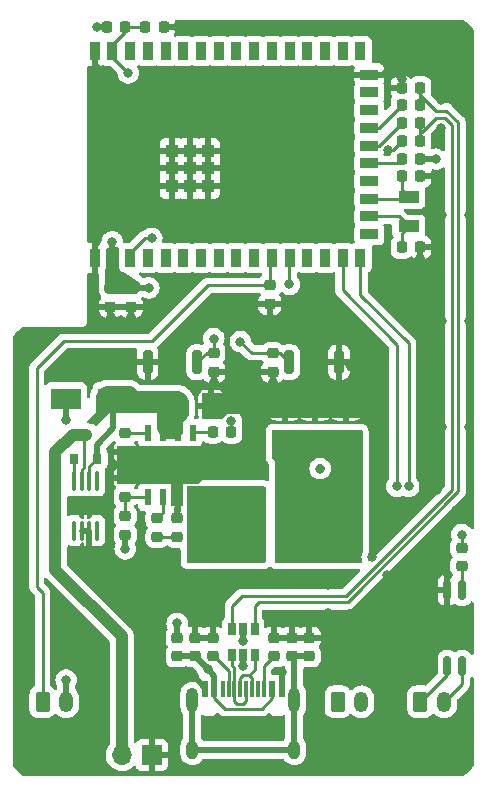
<source format=gbr>
%TF.GenerationSoftware,KiCad,Pcbnew,(6.0.2)*%
%TF.CreationDate,2022-03-14T11:31:14-04:00*%
%TF.ProjectId,aquabotsBMS,61717561-626f-4747-9342-4d532e6b6963,rev?*%
%TF.SameCoordinates,Original*%
%TF.FileFunction,Copper,L1,Top*%
%TF.FilePolarity,Positive*%
%FSLAX46Y46*%
G04 Gerber Fmt 4.6, Leading zero omitted, Abs format (unit mm)*
G04 Created by KiCad (PCBNEW (6.0.2)) date 2022-03-14 11:31:14*
%MOMM*%
%LPD*%
G01*
G04 APERTURE LIST*
G04 Aperture macros list*
%AMRoundRect*
0 Rectangle with rounded corners*
0 $1 Rounding radius*
0 $2 $3 $4 $5 $6 $7 $8 $9 X,Y pos of 4 corners*
0 Add a 4 corners polygon primitive as box body*
4,1,4,$2,$3,$4,$5,$6,$7,$8,$9,$2,$3,0*
0 Add four circle primitives for the rounded corners*
1,1,$1+$1,$2,$3*
1,1,$1+$1,$4,$5*
1,1,$1+$1,$6,$7*
1,1,$1+$1,$8,$9*
0 Add four rect primitives between the rounded corners*
20,1,$1+$1,$2,$3,$4,$5,0*
20,1,$1+$1,$4,$5,$6,$7,0*
20,1,$1+$1,$6,$7,$8,$9,0*
20,1,$1+$1,$8,$9,$2,$3,0*%
G04 Aperture macros list end*
%TA.AperFunction,SMDPad,CuDef*%
%ADD10RoundRect,0.218750X-0.256250X0.218750X-0.256250X-0.218750X0.256250X-0.218750X0.256250X0.218750X0*%
%TD*%
%TA.AperFunction,SMDPad,CuDef*%
%ADD11RoundRect,0.218750X-0.218750X-0.256250X0.218750X-0.256250X0.218750X0.256250X-0.218750X0.256250X0*%
%TD*%
%TA.AperFunction,SMDPad,CuDef*%
%ADD12RoundRect,0.218750X0.218750X0.256250X-0.218750X0.256250X-0.218750X-0.256250X0.218750X-0.256250X0*%
%TD*%
%TA.AperFunction,SMDPad,CuDef*%
%ADD13RoundRect,0.218750X0.256250X-0.218750X0.256250X0.218750X-0.256250X0.218750X-0.256250X-0.218750X0*%
%TD*%
%TA.AperFunction,SMDPad,CuDef*%
%ADD14R,0.650000X1.060000*%
%TD*%
%TA.AperFunction,SMDPad,CuDef*%
%ADD15R,1.800000X1.000000*%
%TD*%
%TA.AperFunction,ComponentPad*%
%ADD16RoundRect,0.250000X-0.350000X-0.625000X0.350000X-0.625000X0.350000X0.625000X-0.350000X0.625000X0*%
%TD*%
%TA.AperFunction,ComponentPad*%
%ADD17O,1.200000X1.750000*%
%TD*%
%TA.AperFunction,SMDPad,CuDef*%
%ADD18RoundRect,0.100000X0.100000X-0.712500X0.100000X0.712500X-0.100000X0.712500X-0.100000X-0.712500X0*%
%TD*%
%TA.AperFunction,SMDPad,CuDef*%
%ADD19R,0.800000X0.900000*%
%TD*%
%TA.AperFunction,ComponentPad*%
%ADD20R,1.700000X1.700000*%
%TD*%
%TA.AperFunction,ComponentPad*%
%ADD21O,1.700000X1.700000*%
%TD*%
%TA.AperFunction,SMDPad,CuDef*%
%ADD22R,0.600000X1.450000*%
%TD*%
%TA.AperFunction,SMDPad,CuDef*%
%ADD23R,0.300000X1.450000*%
%TD*%
%TA.AperFunction,ComponentPad*%
%ADD24O,1.000000X2.100000*%
%TD*%
%TA.AperFunction,ComponentPad*%
%ADD25O,1.000000X1.600000*%
%TD*%
%TA.AperFunction,SMDPad,CuDef*%
%ADD26RoundRect,0.200000X-0.200000X-0.800000X0.200000X-0.800000X0.200000X0.800000X-0.200000X0.800000X0*%
%TD*%
%TA.AperFunction,SMDPad,CuDef*%
%ADD27RoundRect,0.150000X-0.150000X0.662500X-0.150000X-0.662500X0.150000X-0.662500X0.150000X0.662500X0*%
%TD*%
%TA.AperFunction,SMDPad,CuDef*%
%ADD28R,0.900000X1.500000*%
%TD*%
%TA.AperFunction,SMDPad,CuDef*%
%ADD29R,1.500000X0.900000*%
%TD*%
%TA.AperFunction,SMDPad,CuDef*%
%ADD30R,1.100000X1.100000*%
%TD*%
%TA.AperFunction,SMDPad,CuDef*%
%ADD31RoundRect,0.200000X0.200000X0.800000X-0.200000X0.800000X-0.200000X-0.800000X0.200000X-0.800000X0*%
%TD*%
%TA.AperFunction,SMDPad,CuDef*%
%ADD32R,3.850000X4.000000*%
%TD*%
%TA.AperFunction,SMDPad,CuDef*%
%ADD33RoundRect,0.250000X0.625000X-0.375000X0.625000X0.375000X-0.625000X0.375000X-0.625000X-0.375000X0*%
%TD*%
%TA.AperFunction,SMDPad,CuDef*%
%ADD34R,0.558800X1.447800*%
%TD*%
%TA.AperFunction,SMDPad,CuDef*%
%ADD35R,3.352800X2.717800*%
%TD*%
%TA.AperFunction,SMDPad,CuDef*%
%ADD36RoundRect,0.250000X0.375000X0.625000X-0.375000X0.625000X-0.375000X-0.625000X0.375000X-0.625000X0*%
%TD*%
%TA.AperFunction,SMDPad,CuDef*%
%ADD37R,2.500000X1.800000*%
%TD*%
%TA.AperFunction,ViaPad*%
%ADD38C,0.800000*%
%TD*%
%TA.AperFunction,Conductor*%
%ADD39C,0.500000*%
%TD*%
%TA.AperFunction,Conductor*%
%ADD40C,0.250000*%
%TD*%
%TA.AperFunction,Conductor*%
%ADD41C,1.000000*%
%TD*%
G04 APERTURE END LIST*
D10*
%TO.P,C1,1*%
%TO.N,+3V3*%
X140500000Y-91212500D03*
%TO.P,C1,2*%
%TO.N,GND*%
X140500000Y-92787500D03*
%TD*%
D11*
%TO.P,C2,1*%
%TO.N,Net-(C2-Pad1)*%
X163412500Y-87750000D03*
%TO.P,C2,2*%
%TO.N,GND*%
X164987500Y-87750000D03*
%TD*%
D12*
%TO.P,C3,1*%
%TO.N,GND*%
X164987500Y-81750000D03*
%TO.P,C3,2*%
%TO.N,Net-(C3-Pad2)*%
X163412500Y-81750000D03*
%TD*%
D10*
%TO.P,C4,1*%
%TO.N,+3V3*%
X138750000Y-91212500D03*
%TO.P,C4,2*%
%TO.N,GND*%
X138750000Y-92787500D03*
%TD*%
D12*
%TO.P,C7,1*%
%TO.N,GND*%
X143275000Y-69100000D03*
%TO.P,C7,2*%
%TO.N,/EN*%
X141700000Y-69100000D03*
%TD*%
D11*
%TO.P,C8,1*%
%TO.N,GND*%
X163412500Y-74250000D03*
%TO.P,C8,2*%
%TO.N,/USB_D+*%
X164987500Y-74250000D03*
%TD*%
D10*
%TO.P,FB2,1*%
%TO.N,VBUS*%
X144400000Y-120812500D03*
%TO.P,FB2,2*%
%TO.N,Net-(C6-Pad1)*%
X144400000Y-122387500D03*
%TD*%
D11*
%TO.P,R3,1*%
%TO.N,Net-(R3-Pad1)*%
X163412500Y-80250000D03*
%TO.P,R3,2*%
%TO.N,+3V3*%
X164987500Y-80250000D03*
%TD*%
D12*
%TO.P,R4,1*%
%TO.N,/USB_D+*%
X164987500Y-75750000D03*
%TO.P,R4,2*%
%TO.N,Net-(R4-Pad2)*%
X163412500Y-75750000D03*
%TD*%
D11*
%TO.P,R5,1*%
%TO.N,Net-(R5-Pad1)*%
X163412500Y-77250000D03*
%TO.P,R5,2*%
%TO.N,/USB_D-*%
X164987500Y-77250000D03*
%TD*%
%TO.P,R6,1*%
%TO.N,+3V3*%
X138450000Y-69100000D03*
%TO.P,R6,2*%
%TO.N,/EN*%
X140025000Y-69100000D03*
%TD*%
D13*
%TO.P,R8,1*%
%TO.N,GND*%
X152250000Y-92575000D03*
%TO.P,R8,2*%
%TO.N,/MODULE_RX*%
X152250000Y-91000000D03*
%TD*%
D14*
%TO.P,U2,1*%
%TO.N,/D-*%
X149050000Y-122300000D03*
%TO.P,U2,2*%
%TO.N,GND*%
X150000000Y-122300000D03*
%TO.P,U2,3*%
%TO.N,/D+*%
X150950000Y-122300000D03*
%TO.P,U2,4*%
%TO.N,/USB_D+*%
X150950000Y-120100000D03*
%TO.P,U2,5*%
%TO.N,Net-(C6-Pad1)*%
X150000000Y-120100000D03*
%TO.P,U2,6*%
%TO.N,/USB_D-*%
X149050000Y-120100000D03*
%TD*%
D15*
%TO.P,Y1,1*%
%TO.N,Net-(C2-Pad1)*%
X164000000Y-86000000D03*
%TO.P,Y1,2*%
%TO.N,Net-(C3-Pad2)*%
X164000000Y-83500000D03*
%TD*%
D16*
%TO.P,J5,1*%
%TO.N,/I2C_SDA*%
X158000000Y-126250000D03*
D17*
%TO.P,J5,2*%
%TO.N,/I2C_SCL*%
X160000000Y-126250000D03*
%TD*%
D18*
%TO.P,U3,1*%
%TO.N,Net-(U3-Pad1)*%
X135675000Y-111762500D03*
%TO.P,U3,2*%
%TO.N,GND*%
X136325000Y-111762500D03*
%TO.P,U3,3*%
X136975000Y-111762500D03*
%TO.P,U3,4*%
%TO.N,N/C*%
X137625000Y-111762500D03*
%TO.P,U3,5*%
X137625000Y-107537500D03*
%TO.P,U3,6*%
%TO.N,V_UNREG*%
X136975000Y-107537500D03*
%TO.P,U3,7*%
%TO.N,+BATT*%
X136325000Y-107537500D03*
%TO.P,U3,8*%
%TO.N,Net-(Q1-Pad1)*%
X135675000Y-107537500D03*
%TD*%
D16*
%TO.P,J2,1*%
%TO.N,Net-(J2-Pad1)*%
X165000000Y-126250000D03*
D17*
%TO.P,J2,2*%
%TO.N,Net-(J2-Pad2)*%
X167000000Y-126250000D03*
%TD*%
D19*
%TO.P,Q1,1*%
%TO.N,Net-(Q1-Pad1)*%
X135700000Y-105650000D03*
%TO.P,Q1,2*%
%TO.N,V_UNREG*%
X137600000Y-105650000D03*
%TO.P,Q1,3*%
%TO.N,+BATT*%
X136650000Y-103650000D03*
%TD*%
D16*
%TO.P,J3,1*%
%TO.N,/MODULE_RX*%
X133000000Y-126250000D03*
D17*
%TO.P,J3,2*%
%TO.N,+3V3*%
X135000000Y-126250000D03*
%TD*%
D20*
%TO.P,J4,1*%
%TO.N,GND*%
X142250000Y-130750000D03*
D21*
%TO.P,J4,2*%
%TO.N,+BATT*%
X139710000Y-130750000D03*
%TD*%
D22*
%TO.P,J1,A1*%
%TO.N,GND*%
X146750000Y-125205000D03*
%TO.P,J1,A4*%
%TO.N,Net-(C6-Pad1)*%
X147550000Y-125205000D03*
D23*
%TO.P,J1,A5*%
%TO.N,Net-(J1-PadA5)*%
X148750000Y-125205000D03*
%TO.P,J1,A6*%
%TO.N,/D+*%
X149750000Y-125205000D03*
%TO.P,J1,A7*%
%TO.N,/D-*%
X150250000Y-125205000D03*
%TO.P,J1,A8*%
%TO.N,Net-(J1-PadA8)*%
X151250000Y-125205000D03*
D22*
%TO.P,J1,A9*%
%TO.N,Net-(C6-Pad1)*%
X152450000Y-125205000D03*
%TO.P,J1,A12*%
%TO.N,GND*%
X153250000Y-125205000D03*
%TO.P,J1,B1*%
X153250000Y-125205000D03*
%TO.P,J1,B4*%
%TO.N,Net-(C6-Pad1)*%
X152450000Y-125205000D03*
D23*
%TO.P,J1,B5*%
%TO.N,Net-(J1-PadB5)*%
X151750000Y-125205000D03*
%TO.P,J1,B6*%
%TO.N,/D+*%
X150750000Y-125205000D03*
%TO.P,J1,B7*%
%TO.N,/D-*%
X149250000Y-125205000D03*
%TO.P,J1,B8*%
%TO.N,Net-(J1-PadB8)*%
X148250000Y-125205000D03*
D22*
%TO.P,J1,B9*%
%TO.N,Net-(C6-Pad1)*%
X147550000Y-125205000D03*
%TO.P,J1,B12*%
%TO.N,GND*%
X146750000Y-125205000D03*
D24*
%TO.P,J1,S1*%
%TO.N,Net-(C5-Pad1)*%
X154320000Y-126120000D03*
D25*
X154320000Y-130300000D03*
X145680000Y-130300000D03*
D24*
X145680000Y-126120000D03*
%TD*%
D10*
%TO.P,C14,1*%
%TO.N,/EN*%
X152500000Y-96712500D03*
%TO.P,C14,2*%
%TO.N,GND*%
X152500000Y-98287500D03*
%TD*%
D26*
%TO.P,SW1,1*%
%TO.N,/EN*%
X153900000Y-97500000D03*
%TO.P,SW1,2*%
%TO.N,GND*%
X158100000Y-97500000D03*
%TD*%
D12*
%TO.P,C9,1*%
%TO.N,/USB_D-*%
X164987500Y-78750000D03*
%TO.P,C9,2*%
%TO.N,GND*%
X163412500Y-78750000D03*
%TD*%
D10*
%TO.P,R1,1*%
%TO.N,GND*%
X147400000Y-120812500D03*
%TO.P,R1,2*%
%TO.N,Net-(J1-PadA5)*%
X147400000Y-122387500D03*
%TD*%
D13*
%TO.P,C6,1*%
%TO.N,Net-(C6-Pad1)*%
X145900000Y-122387500D03*
%TO.P,C6,2*%
%TO.N,GND*%
X145900000Y-120812500D03*
%TD*%
%TO.P,R7,1*%
%TO.N,Net-(R7-Pad1)*%
X168500000Y-114787500D03*
%TO.P,R7,2*%
%TO.N,/MODULE_TX*%
X168500000Y-113212500D03*
%TD*%
D27*
%TO.P,U4,1*%
%TO.N,Net-(R7-Pad1)*%
X168535000Y-116812500D03*
%TO.P,U4,2*%
%TO.N,GND*%
X167265000Y-116812500D03*
%TO.P,U4,3*%
%TO.N,Net-(J2-Pad1)*%
X167265000Y-123187500D03*
%TO.P,U4,4*%
%TO.N,Net-(J2-Pad2)*%
X168535000Y-123187500D03*
%TD*%
D28*
%TO.P,U1,1*%
%TO.N,GND*%
X137421000Y-88650000D03*
%TO.P,U1,2*%
%TO.N,+3V3*%
X138921000Y-88650000D03*
%TO.P,U1,3*%
%TO.N,/IO0*%
X140421000Y-88650000D03*
%TO.P,U1,4*%
%TO.N,Net-(U1-Pad4)*%
X141921000Y-88650000D03*
%TO.P,U1,5*%
%TO.N,Net-(U1-Pad5)*%
X143421000Y-88650000D03*
%TO.P,U1,6*%
%TO.N,Net-(U1-Pad6)*%
X144921000Y-88650000D03*
%TO.P,U1,7*%
%TO.N,Net-(U1-Pad7)*%
X146421000Y-88650000D03*
%TO.P,U1,8*%
%TO.N,Net-(U1-Pad8)*%
X147921000Y-88650000D03*
%TO.P,U1,9*%
%TO.N,Net-(U1-Pad9)*%
X149421000Y-88650000D03*
%TO.P,U1,10*%
%TO.N,Net-(U1-Pad10)*%
X150921000Y-88650000D03*
%TO.P,U1,11*%
%TO.N,/MODULE_RX*%
X152421000Y-88650000D03*
%TO.P,U1,12*%
%TO.N,/MODULE_TX*%
X153921000Y-88650000D03*
%TO.P,U1,13*%
%TO.N,Net-(U1-Pad13)*%
X155421000Y-88650000D03*
%TO.P,U1,14*%
%TO.N,Net-(U1-Pad14)*%
X156921000Y-88650000D03*
%TO.P,U1,15*%
%TO.N,/I2C_SCL*%
X158421000Y-88650000D03*
%TO.P,U1,16*%
%TO.N,/I2C_SDA*%
X159921000Y-88650000D03*
D29*
%TO.P,U1,17*%
%TO.N,Net-(U1-Pad17)*%
X160671000Y-86650000D03*
%TO.P,U1,18*%
%TO.N,Net-(C2-Pad1)*%
X160671000Y-85150000D03*
%TO.P,U1,19*%
%TO.N,Net-(C3-Pad2)*%
X160671000Y-83650000D03*
%TO.P,U1,20*%
%TO.N,Net-(U1-Pad20)*%
X160671000Y-82150000D03*
%TO.P,U1,21*%
%TO.N,Net-(R3-Pad1)*%
X160671000Y-80650000D03*
%TO.P,U1,22*%
%TO.N,Net-(R5-Pad1)*%
X160671000Y-79150000D03*
%TO.P,U1,23*%
%TO.N,Net-(R4-Pad2)*%
X160671000Y-77650000D03*
%TO.P,U1,24*%
%TO.N,Net-(U1-Pad24)*%
X160671000Y-76150000D03*
%TO.P,U1,25*%
%TO.N,Net-(U1-Pad25)*%
X160671000Y-74650000D03*
%TO.P,U1,26*%
%TO.N,GND*%
X160671000Y-73150000D03*
D28*
%TO.P,U1,27*%
%TO.N,Net-(U1-Pad27)*%
X159921000Y-71150000D03*
%TO.P,U1,28*%
%TO.N,Net-(U1-Pad28)*%
X158421000Y-71150000D03*
%TO.P,U1,29*%
%TO.N,Net-(U1-Pad29)*%
X156921000Y-71150000D03*
%TO.P,U1,30*%
%TO.N,Net-(U1-Pad30)*%
X155421000Y-71150000D03*
%TO.P,U1,31*%
%TO.N,Net-(U1-Pad31)*%
X153921000Y-71150000D03*
%TO.P,U1,32*%
%TO.N,Net-(U1-Pad32)*%
X152421000Y-71150000D03*
%TO.P,U1,33*%
%TO.N,Net-(U1-Pad33)*%
X150921000Y-71150000D03*
%TO.P,U1,34*%
%TO.N,Net-(U1-Pad34)*%
X149421000Y-71150000D03*
%TO.P,U1,35*%
%TO.N,Net-(U1-Pad35)*%
X147921000Y-71150000D03*
%TO.P,U1,36*%
%TO.N,Net-(U1-Pad36)*%
X146421000Y-71150000D03*
%TO.P,U1,37*%
%TO.N,Net-(U1-Pad37)*%
X144921000Y-71150000D03*
%TO.P,U1,38*%
%TO.N,Net-(U1-Pad38)*%
X143421000Y-71150000D03*
%TO.P,U1,39*%
%TO.N,Net-(U1-Pad39)*%
X141921000Y-71150000D03*
%TO.P,U1,40*%
%TO.N,Net-(U1-Pad40)*%
X140421000Y-71150000D03*
%TO.P,U1,41*%
%TO.N,/EN*%
X138921000Y-71150000D03*
%TO.P,U1,42*%
%TO.N,GND*%
X137421000Y-71150000D03*
D30*
%TO.P,U1,43*%
X146971000Y-82590000D03*
X145471000Y-79590000D03*
X145471000Y-81090000D03*
X143971000Y-82590000D03*
X146971000Y-81090000D03*
X143971000Y-79590000D03*
X145471000Y-82590000D03*
X146971000Y-79590000D03*
X143971000Y-81090000D03*
%TD*%
D10*
%TO.P,C15,1*%
%TO.N,/IO0*%
X147500000Y-96712500D03*
%TO.P,C15,2*%
%TO.N,GND*%
X147500000Y-98287500D03*
%TD*%
D31*
%TO.P,SW2,1*%
%TO.N,/IO0*%
X146100000Y-97500000D03*
%TO.P,SW2,2*%
%TO.N,GND*%
X141900000Y-97500000D03*
%TD*%
D32*
%TO.P,L1,1*%
%TO.N,Net-(C12-Pad2)*%
X148875000Y-112100000D03*
%TO.P,L1,2*%
%TO.N,+3V3*%
X156525000Y-112100000D03*
%TD*%
D11*
%TO.P,C12,1*%
%TO.N,Net-(C12-Pad1)*%
X147412500Y-103400000D03*
%TO.P,C12,2*%
%TO.N,Net-(C12-Pad2)*%
X148987500Y-103400000D03*
%TD*%
D33*
%TO.P,C17,1*%
%TO.N,+3V3*%
X153500000Y-104100000D03*
%TO.P,C17,2*%
%TO.N,GND*%
X153500000Y-101300000D03*
%TD*%
%TO.P,C18,1*%
%TO.N,+3V3*%
X156100000Y-104100000D03*
%TO.P,C18,2*%
%TO.N,GND*%
X156100000Y-101300000D03*
%TD*%
%TO.P,C19,1*%
%TO.N,+3V3*%
X158700000Y-104100000D03*
%TO.P,C19,2*%
%TO.N,GND*%
X158700000Y-101300000D03*
%TD*%
D34*
%TO.P,U5,1*%
%TO.N,Net-(C12-Pad1)*%
X145705000Y-103520300D03*
%TO.P,U5,2*%
%TO.N,V_UNREG*%
X144435000Y-103520300D03*
%TO.P,U5,3*%
X143165000Y-103520300D03*
%TO.P,U5,4*%
%TO.N,Net-(C11-Pad2)*%
X141895000Y-103520300D03*
%TO.P,U5,5*%
%TO.N,Net-(R10-Pad2)*%
X141895000Y-108879700D03*
%TO.P,U5,6*%
%TO.N,Net-(R9-Pad2)*%
X143165000Y-108879700D03*
%TO.P,U5,7*%
%TO.N,GND*%
X144435000Y-108879700D03*
%TO.P,U5,8*%
%TO.N,Net-(C12-Pad2)*%
X145705000Y-108879700D03*
D35*
%TO.P,U5,EPAD*%
%TO.N,GND*%
X143800000Y-106200000D03*
%TD*%
D36*
%TO.P,C10,1*%
%TO.N,GND*%
X147300000Y-101200000D03*
%TO.P,C10,2*%
%TO.N,V_UNREG*%
X144500000Y-101200000D03*
%TD*%
D13*
%TO.P,R9,1*%
%TO.N,Net-(C13-Pad2)*%
X142700000Y-112287500D03*
%TO.P,R9,2*%
%TO.N,Net-(R9-Pad2)*%
X142700000Y-110712500D03*
%TD*%
%TO.P,R11,1*%
%TO.N,Net-(R10-Pad2)*%
X140000000Y-108887500D03*
%TO.P,R11,2*%
%TO.N,GND*%
X140000000Y-107312500D03*
%TD*%
%TO.P,R10,1*%
%TO.N,+3V3*%
X140000000Y-112087500D03*
%TO.P,R10,2*%
%TO.N,Net-(R10-Pad2)*%
X140000000Y-110512500D03*
%TD*%
D10*
%TO.P,C13,1*%
%TO.N,GND*%
X144400000Y-110712500D03*
%TO.P,C13,2*%
%TO.N,Net-(C13-Pad2)*%
X144400000Y-112287500D03*
%TD*%
D13*
%TO.P,C11,1*%
%TO.N,GND*%
X140000000Y-105087500D03*
%TO.P,C11,2*%
%TO.N,Net-(C11-Pad2)*%
X140000000Y-103512500D03*
%TD*%
D37*
%TO.P,D1,1*%
%TO.N,V_UNREG*%
X139000000Y-100600000D03*
%TO.P,D1,2*%
%TO.N,VBUS*%
X135000000Y-100600000D03*
%TD*%
D10*
%TO.P,R2,1*%
%TO.N,GND*%
X152600000Y-120812500D03*
%TO.P,R2,2*%
%TO.N,Net-(J1-PadB5)*%
X152600000Y-122387500D03*
%TD*%
%TO.P,FB1,1*%
%TO.N,GND*%
X155600000Y-120812500D03*
%TO.P,FB1,2*%
%TO.N,Net-(C5-Pad1)*%
X155600000Y-122387500D03*
%TD*%
D13*
%TO.P,C5,1*%
%TO.N,Net-(C5-Pad1)*%
X154100000Y-122387500D03*
%TO.P,C5,2*%
%TO.N,GND*%
X154100000Y-120812500D03*
%TD*%
D38*
%TO.N,GND*%
X166800000Y-85000000D03*
X166700000Y-75300000D03*
X151000000Y-106600000D03*
X147400000Y-119600000D03*
X162200000Y-115500000D03*
X142900000Y-125700000D03*
X145000000Y-107100000D03*
X141600000Y-125700000D03*
X160900000Y-114000000D03*
X151000000Y-103300000D03*
X140600000Y-97500000D03*
X162100000Y-73100000D03*
X169100000Y-85000000D03*
X142600000Y-107100000D03*
X163500000Y-72000000D03*
X139700000Y-106200000D03*
X146100000Y-116000000D03*
X141600000Y-128300000D03*
X143800000Y-105300000D03*
X138800000Y-93700000D03*
X155400000Y-83700000D03*
X163400000Y-73500000D03*
X155600000Y-119600000D03*
X145900000Y-119600000D03*
X153300000Y-123700000D03*
X142600000Y-105300000D03*
X140800000Y-106200000D03*
X149100000Y-116000000D03*
X140400000Y-83700000D03*
X147100000Y-105300000D03*
X147500000Y-99200000D03*
X166500000Y-69750000D03*
X166500000Y-72000000D03*
X156500000Y-106500000D03*
X162250000Y-79500000D03*
X169100000Y-103000000D03*
X166300000Y-81800000D03*
X152000000Y-128500000D03*
X145000000Y-105300000D03*
X140500000Y-93700000D03*
X137500000Y-87300000D03*
X167300000Y-115500000D03*
X154100000Y-119600000D03*
X165100000Y-92900000D03*
X155400000Y-76200000D03*
X169100000Y-94000000D03*
X137000000Y-97500000D03*
X160000000Y-130500000D03*
X140400000Y-76200000D03*
X150000000Y-123200000D03*
X148600000Y-94000000D03*
X138000000Y-122000000D03*
X166800000Y-94000000D03*
X142900000Y-127000000D03*
X142900000Y-128300000D03*
X163500000Y-69750000D03*
X152600000Y-119600000D03*
X159100000Y-97900000D03*
X145800000Y-124100000D03*
X136975000Y-113775000D03*
X154200000Y-94000000D03*
X161500000Y-102000000D03*
X131100000Y-108000000D03*
X165400000Y-113900000D03*
X144400000Y-69100000D03*
X151000000Y-101000000D03*
X143800000Y-107100000D03*
X151000000Y-105300000D03*
X152500000Y-99200000D03*
X166700000Y-77700000D03*
X166800000Y-103000000D03*
X131500000Y-122000000D03*
X165000000Y-130750000D03*
X147100000Y-106600000D03*
X132000000Y-95900000D03*
X165000000Y-88700000D03*
X141600000Y-127000000D03*
X148250000Y-128500000D03*
X168000000Y-110000000D03*
X137500000Y-72600000D03*
X157200000Y-118700000D03*
X166400000Y-108300000D03*
X161500000Y-96000000D03*
X157200000Y-116400000D03*
%TO.N,+3V3*%
X159500000Y-110500000D03*
X153500000Y-112000000D03*
X159500000Y-113500000D03*
X166300000Y-80300000D03*
X138900000Y-89900000D03*
X156500000Y-108500000D03*
X153500000Y-108500000D03*
X137600000Y-69100000D03*
X153500000Y-113500000D03*
X153500000Y-110600000D03*
X138900000Y-87300000D03*
X135000000Y-124400000D03*
X142000000Y-91200000D03*
X159500000Y-108500000D03*
X153500000Y-106500000D03*
X159500000Y-112000000D03*
X140000000Y-113300000D03*
X159500000Y-106500000D03*
%TO.N,/MODULE_TX*%
X168500000Y-112100000D03*
X153900000Y-90900000D03*
%TO.N,/I2C_SDA*%
X164000003Y-108000000D03*
%TO.N,/I2C_SCL*%
X163000000Y-108000000D03*
%TO.N,VBUS*%
X135000000Y-102400000D03*
X144400000Y-119600000D03*
%TO.N,Net-(C6-Pad1)*%
X147006250Y-123493750D03*
X150000000Y-121100000D03*
%TO.N,/EN*%
X149750000Y-95750000D03*
X140250000Y-73000000D03*
%TO.N,/IO0*%
X142250000Y-87000000D03*
X147500000Y-95500000D03*
%TO.N,Net-(C12-Pad2)*%
X149000000Y-102500000D03*
X145700000Y-110400000D03*
%TD*%
D39*
%TO.N,GND*%
X136975000Y-113775000D02*
X136975000Y-113775000D01*
X152500000Y-98287500D02*
X152500000Y-99200000D01*
X136325000Y-111762500D02*
X136975000Y-111762500D01*
X155600000Y-120812500D02*
X155600000Y-119600000D01*
X162100000Y-73100000D02*
X163000000Y-73100000D01*
X150000000Y-122300000D02*
X150000000Y-123200000D01*
X158700000Y-97500000D02*
X159100000Y-97900000D01*
X164987500Y-88687500D02*
X165000000Y-88700000D01*
D40*
X162250000Y-79500000D02*
X162662500Y-79500000D01*
D39*
X137421000Y-88650000D02*
X137421000Y-87379000D01*
X162050000Y-73150000D02*
X162100000Y-73100000D01*
X160671000Y-73150000D02*
X162050000Y-73150000D01*
X137421000Y-72521000D02*
X137500000Y-72600000D01*
X147500000Y-98287500D02*
X147500000Y-99200000D01*
X146750000Y-125050000D02*
X145800000Y-124100000D01*
X136975000Y-111762500D02*
X136975000Y-113775000D01*
X164987500Y-81750000D02*
X166250000Y-81750000D01*
X163412500Y-73512500D02*
X163400000Y-73500000D01*
X145900000Y-120812500D02*
X145900000Y-119600000D01*
D40*
X144400000Y-108914700D02*
X144435000Y-108879700D01*
D39*
X164987500Y-87750000D02*
X164987500Y-88687500D01*
X138750000Y-93650000D02*
X138800000Y-93700000D01*
X153250000Y-123750000D02*
X153300000Y-123700000D01*
X146750000Y-125205000D02*
X146750000Y-125050000D01*
D40*
X162662500Y-79500000D02*
X163412500Y-78750000D01*
D39*
X158100000Y-97500000D02*
X158700000Y-97500000D01*
X141900000Y-97500000D02*
X140600000Y-97500000D01*
X138750000Y-92787500D02*
X138750000Y-93650000D01*
D40*
X144400000Y-110712500D02*
X144400000Y-108914700D01*
D39*
X167265000Y-115535000D02*
X167300000Y-115500000D01*
X140500000Y-92787500D02*
X140500000Y-93700000D01*
X137421000Y-87379000D02*
X137500000Y-87300000D01*
X152600000Y-120812500D02*
X152600000Y-119600000D01*
X153250000Y-125205000D02*
X153250000Y-123750000D01*
X166250000Y-81750000D02*
X166300000Y-81800000D01*
X163000000Y-73100000D02*
X163400000Y-73500000D01*
X147400000Y-120812500D02*
X147400000Y-119600000D01*
X137421000Y-71150000D02*
X137421000Y-72521000D01*
X167265000Y-116812500D02*
X167265000Y-115535000D01*
X143275000Y-69100000D02*
X144400000Y-69100000D01*
X154100000Y-120812500D02*
X154100000Y-119600000D01*
X163412500Y-74250000D02*
X163412500Y-73512500D01*
%TO.N,+3V3*%
X138921000Y-87321000D02*
X138900000Y-87300000D01*
X140000000Y-112087500D02*
X140000000Y-113300000D01*
X166250000Y-80250000D02*
X166300000Y-80300000D01*
X140500000Y-91212500D02*
X141987500Y-91212500D01*
X141987500Y-91212500D02*
X142000000Y-91200000D01*
X138450000Y-69100000D02*
X137600000Y-69100000D01*
X135000000Y-126250000D02*
X135000000Y-124400000D01*
X138921000Y-88650000D02*
X138921000Y-87321000D01*
X164987500Y-80250000D02*
X166250000Y-80250000D01*
D40*
%TO.N,/MODULE_TX*%
X153900000Y-90900000D02*
X153900000Y-88671000D01*
X168500000Y-113212500D02*
X168500000Y-112100000D01*
X153900000Y-88671000D02*
X153921000Y-88650000D01*
%TO.N,/MODULE_RX*%
X134800000Y-95700000D02*
X142300000Y-95700000D01*
X132500000Y-116500000D02*
X132500000Y-98000000D01*
X132500000Y-98000000D02*
X134800000Y-95700000D01*
X152250000Y-88821000D02*
X152421000Y-88650000D01*
X133000000Y-117000000D02*
X132500000Y-116500000D01*
X133000000Y-126250000D02*
X133000000Y-117000000D01*
X142300000Y-95700000D02*
X147000000Y-91000000D01*
X147000000Y-91000000D02*
X152250000Y-91000000D01*
X152250000Y-91000000D02*
X152250000Y-88821000D01*
%TO.N,/I2C_SDA*%
X164000003Y-95900003D02*
X164000003Y-108000000D01*
X159921000Y-88650000D02*
X159921000Y-91821000D01*
X159921000Y-91821000D02*
X164000003Y-95900003D01*
%TO.N,/I2C_SCL*%
X158421000Y-91421000D02*
X163000000Y-96000000D01*
X158421000Y-88650000D02*
X158421000Y-91421000D01*
X163000000Y-96000000D02*
X163000000Y-108000000D01*
%TO.N,/USB_D+*%
X168200000Y-108436410D02*
X158836410Y-117800000D01*
X164987500Y-74987500D02*
X164987500Y-75750000D01*
X164987500Y-74987500D02*
X165087500Y-74987500D01*
X166300000Y-76200000D02*
X167200000Y-76200000D01*
X168200000Y-77200000D02*
X168200000Y-108436410D01*
X158836410Y-117800000D02*
X151300000Y-117800000D01*
X164987500Y-74250000D02*
X164987500Y-74987500D01*
X151300000Y-117800000D02*
X150950000Y-118150000D01*
X167200000Y-76200000D02*
X168200000Y-77200000D01*
X165087500Y-74987500D02*
X166300000Y-76200000D01*
X150950000Y-118150000D02*
X150950000Y-120100000D01*
%TO.N,/USB_D-*%
X164987500Y-77987500D02*
X164987500Y-77250000D01*
X167700000Y-77400000D02*
X167700000Y-108300000D01*
X149900000Y-117300000D02*
X149050000Y-118150000D01*
X149050000Y-118150000D02*
X149050000Y-120100000D01*
X167100000Y-76800000D02*
X167700000Y-77400000D01*
X158700000Y-117300000D02*
X149900000Y-117300000D01*
X165112500Y-77987500D02*
X166300000Y-76800000D01*
X164987500Y-77987500D02*
X165112500Y-77987500D01*
X167700000Y-108300000D02*
X158700000Y-117300000D01*
X166300000Y-76800000D02*
X167100000Y-76800000D01*
X164987500Y-78750000D02*
X164987500Y-77987500D01*
%TO.N,/D+*%
X149980000Y-124000000D02*
X150505002Y-124000000D01*
X150505002Y-124000000D02*
X150750000Y-124244998D01*
X150950000Y-122300000D02*
X150950000Y-123555002D01*
X149750000Y-125205000D02*
X149750000Y-124230000D01*
X149750000Y-124230000D02*
X149980000Y-124000000D01*
X150750000Y-124244998D02*
X150750000Y-125205000D01*
X150950000Y-123555002D02*
X150505002Y-124000000D01*
%TO.N,/D-*%
X149250000Y-123350000D02*
X149250000Y-125205000D01*
X149250000Y-126165002D02*
X149484998Y-126400000D01*
X149050000Y-123150000D02*
X149250000Y-123350000D01*
X150015002Y-126400000D02*
X150250000Y-126165002D01*
X149050000Y-122300000D02*
X149050000Y-123150000D01*
X150250000Y-126165002D02*
X150250000Y-125205000D01*
X149484998Y-126400000D02*
X150015002Y-126400000D01*
X149250000Y-125205000D02*
X149250000Y-126165002D01*
D39*
%TO.N,VBUS*%
X135000000Y-102400000D02*
X135000000Y-100600000D01*
X144400000Y-120812500D02*
X144400000Y-119600000D01*
D41*
%TO.N,+BATT*%
X139710000Y-130750000D02*
X139710000Y-120710000D01*
D40*
X136524990Y-103774990D02*
X136400000Y-103650000D01*
D41*
X134100000Y-105139998D02*
X135589998Y-103650000D01*
D40*
X136325000Y-106599990D02*
X136524990Y-106400000D01*
X136325000Y-107537500D02*
X136325000Y-106599990D01*
X136524990Y-106400000D02*
X136524990Y-103774990D01*
D41*
X135589998Y-103650000D02*
X136650000Y-103650000D01*
X139710000Y-120710000D02*
X134100000Y-115100000D01*
X134100000Y-115100000D02*
X134100000Y-105139998D01*
D39*
%TO.N,V_UNREG*%
X137600000Y-104500000D02*
X139000000Y-103100000D01*
D40*
X136975000Y-106275000D02*
X137600000Y-105650000D01*
D39*
X137600000Y-105650000D02*
X137600000Y-104500000D01*
D40*
X136975000Y-107537500D02*
X136975000Y-106275000D01*
D39*
X139000000Y-103100000D02*
X139000000Y-100600000D01*
D40*
%TO.N,Net-(R4-Pad2)*%
X161512500Y-77650000D02*
X160671000Y-77650000D01*
X163412500Y-75750000D02*
X161512500Y-77650000D01*
%TO.N,Net-(Q1-Pad1)*%
X135700000Y-107512500D02*
X135675000Y-107537500D01*
X135700000Y-105650000D02*
X135700000Y-107512500D01*
%TO.N,Net-(C2-Pad1)*%
X163412500Y-87750000D02*
X163412500Y-86587500D01*
X163412500Y-86587500D02*
X164000000Y-86000000D01*
X163150000Y-85150000D02*
X160671000Y-85150000D01*
X164000000Y-86000000D02*
X163150000Y-85150000D01*
%TO.N,Net-(C3-Pad2)*%
X163412500Y-81750000D02*
X163412500Y-82912500D01*
X163412500Y-82912500D02*
X164000000Y-83500000D01*
X160671000Y-83650000D02*
X163850000Y-83650000D01*
X163850000Y-83650000D02*
X164000000Y-83500000D01*
D39*
%TO.N,Net-(C5-Pad1)*%
X154320000Y-130300000D02*
X154320000Y-126120000D01*
X154320000Y-126120000D02*
X154320000Y-122607500D01*
X145680000Y-130300000D02*
X145680000Y-126120000D01*
X154320000Y-122607500D02*
X154100000Y-122387500D01*
X154320000Y-130300000D02*
X145680000Y-130300000D01*
X154100000Y-122387500D02*
X155600000Y-122387500D01*
D40*
%TO.N,Net-(C6-Pad1)*%
X152450000Y-125205000D02*
X152450000Y-125965002D01*
D39*
X145900000Y-122387500D02*
X147006250Y-123493750D01*
D40*
X152450000Y-125965002D02*
X151564992Y-126850010D01*
D39*
X147006250Y-123493750D02*
X147550000Y-124037500D01*
X150000000Y-120100000D02*
X150000000Y-121100000D01*
D40*
X148435008Y-126850010D02*
X147550000Y-125965002D01*
X147550000Y-125965002D02*
X147550000Y-125205000D01*
D39*
X147550000Y-124037500D02*
X147550000Y-125205000D01*
D40*
X151564992Y-126850010D02*
X148435008Y-126850010D01*
D39*
X144400000Y-122387500D02*
X145900000Y-122387500D01*
D40*
%TO.N,Net-(J1-PadB5)*%
X152600000Y-122387500D02*
X151750000Y-123237500D01*
X151750000Y-123237500D02*
X151750000Y-125205000D01*
%TO.N,Net-(J1-PadA5)*%
X147487500Y-122387500D02*
X148750000Y-123650000D01*
X148750000Y-123650000D02*
X148750000Y-125205000D01*
X147400000Y-122387500D02*
X147487500Y-122387500D01*
%TO.N,Net-(J2-Pad1)*%
X167265000Y-123985000D02*
X167265000Y-123187500D01*
X165000000Y-126250000D02*
X167265000Y-123985000D01*
%TO.N,Net-(J2-Pad2)*%
X168535000Y-124715000D02*
X168535000Y-123187500D01*
X167000000Y-126250000D02*
X168535000Y-124715000D01*
%TO.N,Net-(R3-Pad1)*%
X160671000Y-80650000D02*
X163012500Y-80650000D01*
X163012500Y-80650000D02*
X163412500Y-80250000D01*
%TO.N,Net-(R5-Pad1)*%
X161512500Y-79150000D02*
X160671000Y-79150000D01*
X163412500Y-77250000D02*
X161512500Y-79150000D01*
%TO.N,Net-(R7-Pad1)*%
X168535000Y-116812500D02*
X168535000Y-114822500D01*
X168535000Y-114822500D02*
X168500000Y-114787500D01*
%TO.N,/EN*%
X140250000Y-73000000D02*
X138921000Y-71671000D01*
X138921000Y-71671000D02*
X138921000Y-71150000D01*
X139000000Y-71229000D02*
X138921000Y-71150000D01*
X150712500Y-96712500D02*
X149750000Y-95750000D01*
X138921000Y-70679000D02*
X138921000Y-71150000D01*
X141700000Y-69100000D02*
X140025000Y-69100000D01*
X152500000Y-96712500D02*
X153112500Y-96712500D01*
X153112500Y-96712500D02*
X153900000Y-97500000D01*
X141779000Y-69021000D02*
X141700000Y-69100000D01*
X152500000Y-96712500D02*
X152462500Y-96712500D01*
X152500000Y-96712500D02*
X150712500Y-96712500D01*
X140025000Y-69575000D02*
X138921000Y-70679000D01*
X140025000Y-69100000D02*
X140025000Y-69575000D01*
%TO.N,/IO0*%
X142250000Y-87000000D02*
X141684315Y-87000000D01*
X140421000Y-88263315D02*
X140421000Y-88650000D01*
X146887500Y-96712500D02*
X146100000Y-97500000D01*
X147500000Y-96712500D02*
X147500000Y-95500000D01*
X147500000Y-96712500D02*
X146887500Y-96712500D01*
X141684315Y-87000000D02*
X140421000Y-88263315D01*
%TO.N,Net-(C11-Pad2)*%
X140000000Y-103512500D02*
X141887200Y-103512500D01*
X141887200Y-103512500D02*
X141895000Y-103520300D01*
%TO.N,Net-(C12-Pad2)*%
X148987500Y-102512500D02*
X149000000Y-102500000D01*
X148987500Y-103400000D02*
X148987500Y-102512500D01*
%TO.N,Net-(C12-Pad1)*%
X145825300Y-103400000D02*
X145705000Y-103520300D01*
X147412500Y-103400000D02*
X145825300Y-103400000D01*
%TO.N,Net-(C13-Pad2)*%
X142700000Y-112287500D02*
X144400000Y-112287500D01*
%TO.N,Net-(R10-Pad2)*%
X141895000Y-108879700D02*
X140007800Y-108879700D01*
X140007800Y-108879700D02*
X140000000Y-108887500D01*
X140000000Y-108887500D02*
X140000000Y-110512500D01*
%TO.N,Net-(R9-Pad2)*%
X143165000Y-108879700D02*
X143165000Y-110247500D01*
X143165000Y-110247500D02*
X142700000Y-110712500D01*
%TD*%
%TA.AperFunction,Conductor*%
%TO.N,GND*%
G36*
X143500000Y-129586595D02*
G01*
X143468281Y-129544272D01*
X143455724Y-129531715D01*
X143353649Y-129455214D01*
X143338054Y-129446676D01*
X143217606Y-129401522D01*
X143202351Y-129397895D01*
X143151486Y-129392369D01*
X143144672Y-129392000D01*
X142522115Y-129392000D01*
X142506876Y-129396475D01*
X142505671Y-129397865D01*
X142504000Y-129405548D01*
X142504000Y-130878000D01*
X142483998Y-130946121D01*
X142430342Y-130992614D01*
X142378000Y-131004000D01*
X142122000Y-131004000D01*
X142053879Y-130983998D01*
X142007386Y-130930342D01*
X141996000Y-130878000D01*
X141996000Y-129410116D01*
X141991525Y-129394877D01*
X141990135Y-129393672D01*
X141982452Y-129392001D01*
X141355331Y-129392001D01*
X141348510Y-129392371D01*
X141297648Y-129397895D01*
X141282396Y-129401521D01*
X141161946Y-129446676D01*
X141146351Y-129455214D01*
X141044276Y-129531715D01*
X141031719Y-129544272D01*
X141000000Y-129586595D01*
X141000000Y-125200000D01*
X143500000Y-125200000D01*
X143500000Y-129586595D01*
G37*
%TD.AperFunction*%
%TD*%
%TA.AperFunction,Conductor*%
%TO.N,V_UNREG*%
G36*
X140325345Y-99501078D02*
G01*
X140477443Y-99521102D01*
X140509216Y-99529615D01*
X140643254Y-99585136D01*
X140671737Y-99601580D01*
X140800000Y-99700000D01*
X141000000Y-99900000D01*
X144293813Y-99900000D01*
X144306163Y-99900607D01*
X144502249Y-99919920D01*
X144526470Y-99924737D01*
X144709085Y-99980133D01*
X144731895Y-99989582D01*
X144900182Y-100079533D01*
X144920720Y-100093256D01*
X145068224Y-100214311D01*
X145085689Y-100231776D01*
X145206744Y-100379280D01*
X145220467Y-100399818D01*
X145310418Y-100568105D01*
X145319867Y-100590915D01*
X145375263Y-100773530D01*
X145380080Y-100797751D01*
X145399393Y-100993837D01*
X145400000Y-101006187D01*
X145400000Y-101740260D01*
X145399393Y-101752611D01*
X145384815Y-101900618D01*
X145379997Y-101924840D01*
X145338628Y-102061217D01*
X145329179Y-102084029D01*
X145261997Y-102209716D01*
X145248283Y-102230241D01*
X145150000Y-102350000D01*
X145080388Y-102419612D01*
X145062339Y-102433139D01*
X145056134Y-102441419D01*
X145048813Y-102451187D01*
X144900000Y-102600000D01*
X144900000Y-103292922D01*
X144899208Y-103307029D01*
X144884039Y-103441658D01*
X144877760Y-103469167D01*
X144835366Y-103590320D01*
X144823126Y-103615738D01*
X144754830Y-103724430D01*
X144737242Y-103746483D01*
X144646483Y-103837242D01*
X144624430Y-103854830D01*
X144515740Y-103923125D01*
X144490320Y-103935366D01*
X144369167Y-103977760D01*
X144341658Y-103984039D01*
X144207029Y-103999208D01*
X144192922Y-104000000D01*
X143806187Y-104000000D01*
X143793837Y-103999393D01*
X143597751Y-103980080D01*
X143573530Y-103975263D01*
X143390915Y-103919867D01*
X143368105Y-103910418D01*
X143199818Y-103820467D01*
X143179280Y-103806744D01*
X143031776Y-103685689D01*
X143014311Y-103668224D01*
X142893256Y-103520720D01*
X142879533Y-103500182D01*
X142789582Y-103331895D01*
X142780133Y-103309085D01*
X142724737Y-103126470D01*
X142719920Y-103102249D01*
X142700000Y-102899999D01*
X142700000Y-101800000D01*
X138600000Y-101800000D01*
X137576247Y-102823753D01*
X137513935Y-102857779D01*
X137443120Y-102852714D01*
X137411587Y-102835484D01*
X137303892Y-102754771D01*
X137303890Y-102754770D01*
X137296705Y-102749385D01*
X137160316Y-102698255D01*
X137098134Y-102691500D01*
X136983393Y-102691500D01*
X136945294Y-102685602D01*
X136936969Y-102682961D01*
X136860694Y-102658765D01*
X136845599Y-102657072D01*
X136833629Y-102655729D01*
X136768163Y-102628257D01*
X136727942Y-102569752D01*
X136725735Y-102498790D01*
X136758581Y-102441419D01*
X137500000Y-101700000D01*
X137500000Y-100606187D01*
X137500607Y-100593837D01*
X137519920Y-100397751D01*
X137524737Y-100373530D01*
X137580133Y-100190915D01*
X137589582Y-100168105D01*
X137679533Y-99999818D01*
X137693256Y-99979280D01*
X137814311Y-99831776D01*
X137831776Y-99814311D01*
X137979280Y-99693256D01*
X137999818Y-99679533D01*
X138103044Y-99624358D01*
X138168106Y-99589582D01*
X138190915Y-99580133D01*
X138373530Y-99524737D01*
X138397751Y-99519920D01*
X138593837Y-99500607D01*
X138606187Y-99500000D01*
X140308899Y-99500000D01*
X140325345Y-99501078D01*
G37*
%TD.AperFunction*%
%TD*%
%TA.AperFunction,Conductor*%
%TO.N,+3V3*%
G36*
X160042121Y-103220002D02*
G01*
X160088614Y-103273658D01*
X160100000Y-103326000D01*
X160100000Y-113550878D01*
X160083120Y-113613876D01*
X160076126Y-113625990D01*
X160076123Y-113625997D01*
X160072821Y-113631716D01*
X160014326Y-113811744D01*
X159994540Y-114000000D01*
X160014326Y-114188256D01*
X160016366Y-114194534D01*
X160062027Y-114335064D01*
X160064055Y-114406031D01*
X160027392Y-114466829D01*
X159963680Y-114498155D01*
X159942194Y-114500000D01*
X152826000Y-114500000D01*
X152757879Y-114479998D01*
X152711386Y-114426342D01*
X152700000Y-114374000D01*
X152700000Y-106500000D01*
X155594540Y-106500000D01*
X155614326Y-106688256D01*
X155672821Y-106868284D01*
X155767467Y-107032216D01*
X155894129Y-107172888D01*
X156047270Y-107284151D01*
X156220197Y-107361144D01*
X156318212Y-107381978D01*
X156398897Y-107399128D01*
X156398901Y-107399128D01*
X156405354Y-107400500D01*
X156594646Y-107400500D01*
X156601099Y-107399128D01*
X156601103Y-107399128D01*
X156681788Y-107381978D01*
X156779803Y-107361144D01*
X156952730Y-107284151D01*
X157105871Y-107172888D01*
X157232533Y-107032216D01*
X157327179Y-106868284D01*
X157385674Y-106688256D01*
X157405460Y-106500000D01*
X157385674Y-106311744D01*
X157327179Y-106131716D01*
X157232533Y-105967784D01*
X157105871Y-105827112D01*
X156952730Y-105715849D01*
X156779803Y-105638856D01*
X156681788Y-105618022D01*
X156601103Y-105600872D01*
X156601099Y-105600872D01*
X156594646Y-105599500D01*
X156405354Y-105599500D01*
X156398901Y-105600872D01*
X156398897Y-105600872D01*
X156318212Y-105618022D01*
X156220197Y-105638856D01*
X156047270Y-105715849D01*
X155894129Y-105827112D01*
X155767467Y-105967784D01*
X155672821Y-106131716D01*
X155614326Y-106311744D01*
X155594540Y-106500000D01*
X152700000Y-106500000D01*
X152700000Y-105900000D01*
X152436905Y-105636905D01*
X152402879Y-105574593D01*
X152400000Y-105547810D01*
X152400000Y-103326000D01*
X152420002Y-103257879D01*
X152473658Y-103211386D01*
X152526000Y-103200000D01*
X159974000Y-103200000D01*
X160042121Y-103220002D01*
G37*
%TD.AperFunction*%
%TD*%
%TA.AperFunction,Conductor*%
%TO.N,Net-(C12-Pad2)*%
G36*
X151842121Y-108020002D02*
G01*
X151888614Y-108073658D01*
X151900000Y-108126000D01*
X151900000Y-114374000D01*
X151879998Y-114442121D01*
X151826342Y-114488614D01*
X151774000Y-114500000D01*
X145326000Y-114500000D01*
X145257879Y-114479998D01*
X145211386Y-114426342D01*
X145200000Y-114374000D01*
X145200000Y-108126000D01*
X145220002Y-108057879D01*
X145273658Y-108011386D01*
X145326000Y-108000000D01*
X151774000Y-108000000D01*
X151842121Y-108020002D01*
G37*
%TD.AperFunction*%
%TD*%
%TA.AperFunction,Conductor*%
%TO.N,GND*%
G36*
X160100000Y-102200000D02*
G01*
X151900000Y-102200000D01*
X151900000Y-107400000D01*
X146600000Y-107400000D01*
X146200000Y-107800000D01*
X144900000Y-107800000D01*
X144900000Y-109700000D01*
X143900000Y-109700000D01*
X143900000Y-107800000D01*
X139300000Y-107800000D01*
X139300000Y-104600000D01*
X149900000Y-104600000D01*
X149900000Y-101900000D01*
X149043159Y-101900000D01*
X149000000Y-101894318D01*
X148991812Y-101895396D01*
X148956841Y-101900000D01*
X148600000Y-101900000D01*
X148200000Y-102300000D01*
X146500000Y-102300000D01*
X146500000Y-100100000D01*
X160100000Y-100100000D01*
X160100000Y-102200000D01*
G37*
%TD.AperFunction*%
%TD*%
%TA.AperFunction,Conductor*%
%TO.N,+3V3*%
G36*
X139258189Y-87751078D02*
G01*
X139360947Y-87764606D01*
X139425873Y-87793328D01*
X139464965Y-87852593D01*
X139470500Y-87889528D01*
X139470501Y-89447376D01*
X139477149Y-89508580D01*
X139527474Y-89642824D01*
X139532854Y-89650003D01*
X139532856Y-89650006D01*
X139572406Y-89702776D01*
X139613454Y-89757546D01*
X139620635Y-89762928D01*
X139720994Y-89838144D01*
X139720997Y-89838146D01*
X139728176Y-89843526D01*
X139817561Y-89877034D01*
X139855025Y-89891079D01*
X139855027Y-89891079D01*
X139862420Y-89893851D01*
X139870270Y-89894704D01*
X139870271Y-89894704D01*
X139920226Y-89900131D01*
X139923623Y-89900500D01*
X139937601Y-89900500D01*
X140007493Y-89921662D01*
X141018740Y-90595827D01*
X141034901Y-90608628D01*
X141131253Y-90698715D01*
X141156291Y-90731297D01*
X141213583Y-90838347D01*
X141226805Y-90877255D01*
X141248313Y-91007384D01*
X141250000Y-91027931D01*
X141250000Y-91241742D01*
X141248922Y-91258188D01*
X141235128Y-91362963D01*
X141226615Y-91394735D01*
X141189361Y-91484674D01*
X141172914Y-91513160D01*
X141113651Y-91590393D01*
X141090393Y-91613651D01*
X141013160Y-91672914D01*
X140984674Y-91689361D01*
X140894735Y-91726615D01*
X140862963Y-91735128D01*
X140758188Y-91748922D01*
X140741742Y-91750000D01*
X138758258Y-91750000D01*
X138741812Y-91748922D01*
X138637037Y-91735128D01*
X138605265Y-91726615D01*
X138515326Y-91689361D01*
X138486840Y-91672914D01*
X138409607Y-91613651D01*
X138386349Y-91590393D01*
X138327086Y-91513160D01*
X138310639Y-91484674D01*
X138273385Y-91394735D01*
X138264872Y-91362963D01*
X138251078Y-91258188D01*
X138250000Y-91241742D01*
X138250000Y-89770897D01*
X138270002Y-89702776D01*
X138275174Y-89695332D01*
X138309141Y-89650010D01*
X138309143Y-89650006D01*
X138314526Y-89642824D01*
X138364851Y-89508580D01*
X138371500Y-89447377D01*
X138371499Y-87977727D01*
X138391501Y-87909606D01*
X138420794Y-87877765D01*
X138486839Y-87827086D01*
X138515326Y-87810639D01*
X138605265Y-87773385D01*
X138637037Y-87764872D01*
X138741812Y-87751078D01*
X138758258Y-87750000D01*
X139241742Y-87750000D01*
X139258189Y-87751078D01*
G37*
%TD.AperFunction*%
%TD*%
%TA.AperFunction,Conductor*%
%TO.N,GND*%
G36*
X168696740Y-68531239D02*
G01*
X168864699Y-68650412D01*
X168875740Y-68659216D01*
X169069591Y-68832452D01*
X169116044Y-68873965D01*
X169126034Y-68883955D01*
X169340784Y-69124260D01*
X169349588Y-69135301D01*
X169468761Y-69303260D01*
X169492000Y-69376172D01*
X169492000Y-111530957D01*
X169471998Y-111599078D01*
X169418342Y-111645571D01*
X169348068Y-111655675D01*
X169283488Y-111626181D01*
X169256881Y-111593958D01*
X169239040Y-111563056D01*
X169111253Y-111421134D01*
X168956752Y-111308882D01*
X168950724Y-111306198D01*
X168950722Y-111306197D01*
X168788319Y-111233891D01*
X168788318Y-111233891D01*
X168782288Y-111231206D01*
X168686860Y-111210922D01*
X168601944Y-111192872D01*
X168601939Y-111192872D01*
X168595487Y-111191500D01*
X168404513Y-111191500D01*
X168398061Y-111192872D01*
X168398056Y-111192872D01*
X168313140Y-111210922D01*
X168217712Y-111231206D01*
X168211682Y-111233891D01*
X168211681Y-111233891D01*
X168049278Y-111306197D01*
X168049276Y-111306198D01*
X168043248Y-111308882D01*
X167888747Y-111421134D01*
X167760960Y-111563056D01*
X167731579Y-111613945D01*
X167673964Y-111713738D01*
X167665473Y-111728444D01*
X167606458Y-111910072D01*
X167586496Y-112100000D01*
X167606458Y-112289928D01*
X167662129Y-112461262D01*
X167663277Y-112464796D01*
X167665305Y-112535764D01*
X167650704Y-112569849D01*
X167580151Y-112684308D01*
X167577846Y-112691256D01*
X167577846Y-112691257D01*
X167530925Y-112832719D01*
X167526762Y-112845269D01*
X167516500Y-112945428D01*
X167516500Y-113479572D01*
X167516837Y-113482818D01*
X167516837Y-113482822D01*
X167518226Y-113496206D01*
X167527022Y-113580982D01*
X167580692Y-113741849D01*
X167669929Y-113886055D01*
X167694805Y-113910887D01*
X167728884Y-113973168D01*
X167723882Y-114043988D01*
X167694960Y-114089078D01*
X167669136Y-114114947D01*
X167580151Y-114259308D01*
X167577846Y-114266256D01*
X167577846Y-114266257D01*
X167536298Y-114391520D01*
X167526762Y-114420269D01*
X167516500Y-114520428D01*
X167516500Y-115054572D01*
X167527022Y-115155982D01*
X167580692Y-115316849D01*
X167584543Y-115323072D01*
X167586670Y-115327613D01*
X167597453Y-115397786D01*
X167568586Y-115462649D01*
X167540990Y-115486865D01*
X167523029Y-115498480D01*
X167519000Y-115507370D01*
X167519000Y-118111878D01*
X167522973Y-118125409D01*
X167530871Y-118126544D01*
X167670790Y-118085893D01*
X167685221Y-118079648D01*
X167814676Y-118003090D01*
X167822364Y-117997126D01*
X167888449Y-117971179D01*
X167958072Y-117985080D01*
X167974158Y-117995418D01*
X167978193Y-117999453D01*
X167985021Y-118003491D01*
X167985024Y-118003493D01*
X168015285Y-118021389D01*
X168121399Y-118084145D01*
X168129010Y-118086356D01*
X168129012Y-118086357D01*
X168142323Y-118090224D01*
X168281169Y-118130562D01*
X168287574Y-118131066D01*
X168287579Y-118131067D01*
X168316042Y-118133307D01*
X168316050Y-118133307D01*
X168318498Y-118133500D01*
X168751502Y-118133500D01*
X168753950Y-118133307D01*
X168753958Y-118133307D01*
X168782421Y-118131067D01*
X168782426Y-118131066D01*
X168788831Y-118130562D01*
X168927677Y-118090224D01*
X168940988Y-118086357D01*
X168940990Y-118086356D01*
X168948601Y-118084145D01*
X168985557Y-118062289D01*
X169084980Y-118003491D01*
X169084983Y-118003489D01*
X169091807Y-117999453D01*
X169209453Y-117881807D01*
X169257548Y-117800483D01*
X169309440Y-117752032D01*
X169379290Y-117739327D01*
X169444921Y-117766403D01*
X169485495Y-117824663D01*
X169492000Y-117864624D01*
X169492000Y-122135376D01*
X169471998Y-122203497D01*
X169418342Y-122249990D01*
X169348068Y-122260094D01*
X169283488Y-122230600D01*
X169257547Y-122199516D01*
X169209453Y-122118193D01*
X169091807Y-122000547D01*
X169084983Y-121996511D01*
X169084980Y-121996509D01*
X168955427Y-121919892D01*
X168955428Y-121919892D01*
X168948601Y-121915855D01*
X168940990Y-121913644D01*
X168940988Y-121913643D01*
X168888769Y-121898472D01*
X168788831Y-121869438D01*
X168782426Y-121868934D01*
X168782421Y-121868933D01*
X168753958Y-121866693D01*
X168753950Y-121866693D01*
X168751502Y-121866500D01*
X168318498Y-121866500D01*
X168316050Y-121866693D01*
X168316042Y-121866693D01*
X168287579Y-121868933D01*
X168287574Y-121868934D01*
X168281169Y-121869438D01*
X168181231Y-121898472D01*
X168129012Y-121913643D01*
X168129010Y-121913644D01*
X168121399Y-121915855D01*
X167978193Y-122000547D01*
X167975511Y-122003229D01*
X167911139Y-122028502D01*
X167841516Y-122014600D01*
X167825688Y-122004428D01*
X167821807Y-122000547D01*
X167678601Y-121915855D01*
X167670990Y-121913644D01*
X167670988Y-121913643D01*
X167618769Y-121898472D01*
X167518831Y-121869438D01*
X167512426Y-121868934D01*
X167512421Y-121868933D01*
X167483958Y-121866693D01*
X167483950Y-121866693D01*
X167481502Y-121866500D01*
X167048498Y-121866500D01*
X167046050Y-121866693D01*
X167046042Y-121866693D01*
X167017579Y-121868933D01*
X167017574Y-121868934D01*
X167011169Y-121869438D01*
X166911231Y-121898472D01*
X166859012Y-121913643D01*
X166859010Y-121913644D01*
X166851399Y-121915855D01*
X166844572Y-121919892D01*
X166844573Y-121919892D01*
X166715020Y-121996509D01*
X166715017Y-121996511D01*
X166708193Y-122000547D01*
X166590547Y-122118193D01*
X166586511Y-122125017D01*
X166586509Y-122125020D01*
X166540098Y-122203497D01*
X166505855Y-122261399D01*
X166459438Y-122421169D01*
X166456500Y-122458498D01*
X166456500Y-123845406D01*
X166436498Y-123913527D01*
X166419595Y-123934501D01*
X165521846Y-124832250D01*
X165459534Y-124866276D01*
X165419909Y-124868499D01*
X165400400Y-124866500D01*
X164599600Y-124866500D01*
X164596354Y-124866837D01*
X164596350Y-124866837D01*
X164500692Y-124876762D01*
X164500688Y-124876763D01*
X164493834Y-124877474D01*
X164487298Y-124879655D01*
X164487296Y-124879655D01*
X164366758Y-124919870D01*
X164326054Y-124933450D01*
X164175652Y-125026522D01*
X164050695Y-125151697D01*
X164046855Y-125157927D01*
X164046854Y-125157928D01*
X163982275Y-125262695D01*
X163957885Y-125302262D01*
X163902203Y-125470139D01*
X163891500Y-125574600D01*
X163891500Y-126925400D01*
X163902474Y-127031166D01*
X163904655Y-127037702D01*
X163904655Y-127037704D01*
X163916967Y-127074608D01*
X163958450Y-127198946D01*
X164051522Y-127349348D01*
X164176697Y-127474305D01*
X164182927Y-127478145D01*
X164182928Y-127478146D01*
X164320090Y-127562694D01*
X164327262Y-127567115D01*
X164352217Y-127575392D01*
X164488611Y-127620632D01*
X164488613Y-127620632D01*
X164495139Y-127622797D01*
X164501975Y-127623497D01*
X164501978Y-127623498D01*
X164540386Y-127627433D01*
X164599600Y-127633500D01*
X165400400Y-127633500D01*
X165403646Y-127633163D01*
X165403650Y-127633163D01*
X165499308Y-127623238D01*
X165499312Y-127623237D01*
X165506166Y-127622526D01*
X165512702Y-127620345D01*
X165512704Y-127620345D01*
X165647443Y-127575392D01*
X165673946Y-127566550D01*
X165824348Y-127473478D01*
X165857882Y-127439886D01*
X165926236Y-127371412D01*
X165949305Y-127348303D01*
X165957068Y-127335710D01*
X165970984Y-127313133D01*
X165981075Y-127296764D01*
X166033846Y-127249271D01*
X166103918Y-127237847D01*
X166169042Y-127266121D01*
X166187418Y-127285045D01*
X166193604Y-127292920D01*
X166198135Y-127296852D01*
X166198138Y-127296855D01*
X166295025Y-127380929D01*
X166353363Y-127431552D01*
X166358549Y-127434552D01*
X166358553Y-127434555D01*
X166449191Y-127486990D01*
X166536454Y-127537473D01*
X166736271Y-127606861D01*
X166742206Y-127607722D01*
X166742208Y-127607722D01*
X166939664Y-127636352D01*
X166939667Y-127636352D01*
X166945604Y-127637213D01*
X167156899Y-127627433D01*
X167288077Y-127595819D01*
X167356701Y-127579281D01*
X167356703Y-127579280D01*
X167362534Y-127577875D01*
X167367992Y-127575393D01*
X167367996Y-127575392D01*
X167483041Y-127523084D01*
X167555087Y-127490326D01*
X167710501Y-127380083D01*
X167722725Y-127371412D01*
X167722726Y-127371411D01*
X167727611Y-127367946D01*
X167852260Y-127237736D01*
X167869736Y-127219480D01*
X167873881Y-127215150D01*
X167988620Y-127037452D01*
X168035094Y-126922134D01*
X168065442Y-126846832D01*
X168065443Y-126846829D01*
X168067686Y-126841263D01*
X168108228Y-126633663D01*
X168108500Y-126628101D01*
X168108500Y-126089595D01*
X168128502Y-126021474D01*
X168145405Y-126000499D01*
X168927258Y-125218647D01*
X168935537Y-125211113D01*
X168942018Y-125207000D01*
X168988644Y-125157348D01*
X168991398Y-125154507D01*
X169011135Y-125134770D01*
X169013615Y-125131573D01*
X169021320Y-125122551D01*
X169046159Y-125096100D01*
X169051586Y-125090321D01*
X169055405Y-125083375D01*
X169055407Y-125083372D01*
X169061348Y-125072566D01*
X169072199Y-125056047D01*
X169079758Y-125046301D01*
X169084614Y-125040041D01*
X169087759Y-125032772D01*
X169087762Y-125032768D01*
X169102174Y-124999463D01*
X169107391Y-124988813D01*
X169128695Y-124950060D01*
X169133733Y-124930437D01*
X169140137Y-124911734D01*
X169145033Y-124900420D01*
X169145033Y-124900419D01*
X169148181Y-124893145D01*
X169149420Y-124885322D01*
X169149423Y-124885312D01*
X169155099Y-124849476D01*
X169157505Y-124837856D01*
X169166528Y-124802711D01*
X169166528Y-124802710D01*
X169168500Y-124795030D01*
X169168500Y-124774776D01*
X169170051Y-124755065D01*
X169171980Y-124742886D01*
X169173220Y-124735057D01*
X169169059Y-124691038D01*
X169168500Y-124679181D01*
X169168500Y-124349950D01*
X169188502Y-124281829D01*
X169199059Y-124268729D01*
X169198989Y-124268675D01*
X169203844Y-124262416D01*
X169209453Y-124256807D01*
X169257548Y-124175483D01*
X169309440Y-124127032D01*
X169379290Y-124114327D01*
X169444921Y-124141403D01*
X169485495Y-124199663D01*
X169492000Y-124239624D01*
X169492000Y-131623828D01*
X169468761Y-131696740D01*
X169349588Y-131864699D01*
X169340784Y-131875740D01*
X169126035Y-132116044D01*
X169116045Y-132126034D01*
X168875740Y-132340784D01*
X168864699Y-132349588D01*
X168696740Y-132468761D01*
X168623828Y-132492000D01*
X131376172Y-132492000D01*
X131303260Y-132468761D01*
X131135301Y-132349588D01*
X131124260Y-132340784D01*
X130883955Y-132126034D01*
X130873965Y-132116044D01*
X130659216Y-131875740D01*
X130650412Y-131864699D01*
X130531239Y-131696740D01*
X130508000Y-131623828D01*
X130508000Y-97979943D01*
X131861780Y-97979943D01*
X131862526Y-97987835D01*
X131865941Y-98023961D01*
X131866500Y-98035819D01*
X131866500Y-116421233D01*
X131865973Y-116432416D01*
X131864298Y-116439909D01*
X131864547Y-116447835D01*
X131864547Y-116447836D01*
X131866438Y-116507986D01*
X131866500Y-116511945D01*
X131866500Y-116539856D01*
X131866997Y-116543790D01*
X131866997Y-116543791D01*
X131867005Y-116543856D01*
X131867938Y-116555693D01*
X131869327Y-116599889D01*
X131874978Y-116619339D01*
X131878987Y-116638700D01*
X131881526Y-116658797D01*
X131884445Y-116666168D01*
X131884445Y-116666170D01*
X131897804Y-116699912D01*
X131901649Y-116711142D01*
X131907997Y-116732992D01*
X131913982Y-116753593D01*
X131918015Y-116760412D01*
X131918017Y-116760417D01*
X131924293Y-116771028D01*
X131932988Y-116788776D01*
X131940448Y-116807617D01*
X131945110Y-116814033D01*
X131945110Y-116814034D01*
X131966436Y-116843387D01*
X131972952Y-116853307D01*
X131995458Y-116891362D01*
X132009779Y-116905683D01*
X132022619Y-116920716D01*
X132034528Y-116937107D01*
X132050412Y-116950247D01*
X132068593Y-116965288D01*
X132077374Y-116973278D01*
X132329596Y-117225501D01*
X132363621Y-117287813D01*
X132366500Y-117314596D01*
X132366500Y-124838219D01*
X132346498Y-124906340D01*
X132306803Y-124945363D01*
X132175652Y-125026522D01*
X132050695Y-125151697D01*
X132046855Y-125157927D01*
X132046854Y-125157928D01*
X131982275Y-125262695D01*
X131957885Y-125302262D01*
X131902203Y-125470139D01*
X131891500Y-125574600D01*
X131891500Y-126925400D01*
X131902474Y-127031166D01*
X131904655Y-127037702D01*
X131904655Y-127037704D01*
X131916967Y-127074608D01*
X131958450Y-127198946D01*
X132051522Y-127349348D01*
X132176697Y-127474305D01*
X132182927Y-127478145D01*
X132182928Y-127478146D01*
X132320090Y-127562694D01*
X132327262Y-127567115D01*
X132352217Y-127575392D01*
X132488611Y-127620632D01*
X132488613Y-127620632D01*
X132495139Y-127622797D01*
X132501975Y-127623497D01*
X132501978Y-127623498D01*
X132540386Y-127627433D01*
X132599600Y-127633500D01*
X133400400Y-127633500D01*
X133403646Y-127633163D01*
X133403650Y-127633163D01*
X133499308Y-127623238D01*
X133499312Y-127623237D01*
X133506166Y-127622526D01*
X133512702Y-127620345D01*
X133512704Y-127620345D01*
X133647443Y-127575392D01*
X133673946Y-127566550D01*
X133824348Y-127473478D01*
X133857882Y-127439886D01*
X133926236Y-127371412D01*
X133949305Y-127348303D01*
X133957068Y-127335710D01*
X133970984Y-127313133D01*
X133981075Y-127296764D01*
X134033846Y-127249271D01*
X134103918Y-127237847D01*
X134169042Y-127266121D01*
X134187418Y-127285045D01*
X134193604Y-127292920D01*
X134198135Y-127296852D01*
X134198138Y-127296855D01*
X134295025Y-127380929D01*
X134353363Y-127431552D01*
X134358549Y-127434552D01*
X134358553Y-127434555D01*
X134449191Y-127486990D01*
X134536454Y-127537473D01*
X134736271Y-127606861D01*
X134742206Y-127607722D01*
X134742208Y-127607722D01*
X134939664Y-127636352D01*
X134939667Y-127636352D01*
X134945604Y-127637213D01*
X135156899Y-127627433D01*
X135288077Y-127595819D01*
X135356701Y-127579281D01*
X135356703Y-127579280D01*
X135362534Y-127577875D01*
X135367992Y-127575393D01*
X135367996Y-127575392D01*
X135483041Y-127523084D01*
X135555087Y-127490326D01*
X135710501Y-127380083D01*
X135722725Y-127371412D01*
X135722726Y-127371411D01*
X135727611Y-127367946D01*
X135852260Y-127237736D01*
X135869736Y-127219480D01*
X135873881Y-127215150D01*
X135988620Y-127037452D01*
X136035094Y-126922134D01*
X136065442Y-126846832D01*
X136065443Y-126846829D01*
X136067686Y-126841263D01*
X136108228Y-126633663D01*
X136108500Y-126628101D01*
X136108500Y-125922154D01*
X136093452Y-125764434D01*
X136033908Y-125561466D01*
X135986872Y-125470139D01*
X135939804Y-125378751D01*
X135939802Y-125378748D01*
X135937058Y-125373420D01*
X135806396Y-125207080D01*
X135801865Y-125203148D01*
X135797730Y-125198806D01*
X135798582Y-125197994D01*
X135763579Y-125143443D01*
X135758500Y-125108030D01*
X135758500Y-124936999D01*
X135775381Y-124873999D01*
X135778557Y-124868499D01*
X135834527Y-124771556D01*
X135893542Y-124589928D01*
X135894868Y-124577318D01*
X135912814Y-124406565D01*
X135913504Y-124400000D01*
X135909567Y-124362544D01*
X135894232Y-124216635D01*
X135894232Y-124216633D01*
X135893542Y-124210072D01*
X135834527Y-124028444D01*
X135739040Y-123863056D01*
X135611253Y-123721134D01*
X135456752Y-123608882D01*
X135450724Y-123606198D01*
X135450722Y-123606197D01*
X135288319Y-123533891D01*
X135288318Y-123533891D01*
X135282288Y-123531206D01*
X135188887Y-123511353D01*
X135101944Y-123492872D01*
X135101939Y-123492872D01*
X135095487Y-123491500D01*
X134904513Y-123491500D01*
X134898061Y-123492872D01*
X134898056Y-123492872D01*
X134811113Y-123511353D01*
X134717712Y-123531206D01*
X134711682Y-123533891D01*
X134711681Y-123533891D01*
X134549278Y-123606197D01*
X134549276Y-123606198D01*
X134543248Y-123608882D01*
X134388747Y-123721134D01*
X134260960Y-123863056D01*
X134165473Y-124028444D01*
X134106458Y-124210072D01*
X134105768Y-124216633D01*
X134105768Y-124216635D01*
X134090433Y-124362544D01*
X134086496Y-124400000D01*
X134087186Y-124406565D01*
X134105133Y-124577318D01*
X134106458Y-124589928D01*
X134165473Y-124771556D01*
X134221444Y-124868499D01*
X134224619Y-124873999D01*
X134241500Y-124936999D01*
X134241500Y-125113734D01*
X134221498Y-125181855D01*
X134206519Y-125200863D01*
X134189495Y-125218647D01*
X134181194Y-125227318D01*
X134119639Y-125262695D01*
X134048730Y-125259176D01*
X133990979Y-125217880D01*
X133983043Y-125206508D01*
X133948478Y-125150652D01*
X133823303Y-125025695D01*
X133802937Y-125013141D01*
X133693384Y-124945611D01*
X133645890Y-124892838D01*
X133633500Y-124838351D01*
X133633500Y-117078768D01*
X133634027Y-117067585D01*
X133635702Y-117060092D01*
X133633562Y-116992001D01*
X133633500Y-116988044D01*
X133633500Y-116960144D01*
X133632996Y-116956153D01*
X133632063Y-116944311D01*
X133631996Y-116942160D01*
X133630674Y-116900111D01*
X133628462Y-116892497D01*
X133628461Y-116892492D01*
X133625023Y-116880659D01*
X133621012Y-116861295D01*
X133619467Y-116849064D01*
X133618474Y-116841203D01*
X133615557Y-116833836D01*
X133615556Y-116833831D01*
X133602198Y-116800092D01*
X133598354Y-116788865D01*
X133592851Y-116769926D01*
X133586018Y-116746407D01*
X133575707Y-116728972D01*
X133567012Y-116711224D01*
X133559552Y-116692383D01*
X133546908Y-116674979D01*
X133533564Y-116656613D01*
X133527048Y-116646693D01*
X133508580Y-116615465D01*
X133508578Y-116615462D01*
X133504542Y-116608638D01*
X133490221Y-116594317D01*
X133477380Y-116579283D01*
X133470132Y-116569307D01*
X133465472Y-116562893D01*
X133431407Y-116534712D01*
X133422626Y-116526722D01*
X133170404Y-116274499D01*
X133136379Y-116212187D01*
X133133500Y-116185404D01*
X133133500Y-115864526D01*
X133153502Y-115796405D01*
X133207158Y-115749912D01*
X133277432Y-115739808D01*
X133342012Y-115769302D01*
X133357143Y-115784891D01*
X133377036Y-115809282D01*
X133377039Y-115809285D01*
X133380935Y-115814062D01*
X133385682Y-115817989D01*
X133385684Y-115817991D01*
X133416262Y-115843287D01*
X133425042Y-115851277D01*
X138664595Y-121090829D01*
X138698621Y-121153141D01*
X138701500Y-121179924D01*
X138701500Y-129788381D01*
X138681498Y-129856502D01*
X138666594Y-129875432D01*
X138650629Y-129892138D01*
X138524743Y-130076680D01*
X138430688Y-130279305D01*
X138370989Y-130494570D01*
X138347251Y-130716695D01*
X138347548Y-130721848D01*
X138347548Y-130721851D01*
X138352212Y-130802736D01*
X138360110Y-130939715D01*
X138361247Y-130944761D01*
X138361248Y-130944767D01*
X138375606Y-131008475D01*
X138409222Y-131157639D01*
X138493266Y-131364616D01*
X138495965Y-131369020D01*
X138597186Y-131534198D01*
X138609987Y-131555088D01*
X138756250Y-131723938D01*
X138928126Y-131866632D01*
X139121000Y-131979338D01*
X139329692Y-132059030D01*
X139334760Y-132060061D01*
X139334763Y-132060062D01*
X139442017Y-132081883D01*
X139548597Y-132103567D01*
X139553772Y-132103757D01*
X139553774Y-132103757D01*
X139766673Y-132111564D01*
X139766677Y-132111564D01*
X139771837Y-132111753D01*
X139776957Y-132111097D01*
X139776959Y-132111097D01*
X139988288Y-132084025D01*
X139988289Y-132084025D01*
X139993416Y-132083368D01*
X139998366Y-132081883D01*
X140202429Y-132020661D01*
X140202434Y-132020659D01*
X140207384Y-132019174D01*
X140407994Y-131920896D01*
X140589860Y-131791173D01*
X140657331Y-131723938D01*
X140698479Y-131682933D01*
X140760851Y-131649017D01*
X140831658Y-131654205D01*
X140888419Y-131696851D01*
X140905401Y-131727954D01*
X140946676Y-131838054D01*
X140955214Y-131853649D01*
X141031715Y-131955724D01*
X141044276Y-131968285D01*
X141146351Y-132044786D01*
X141161946Y-132053324D01*
X141282394Y-132098478D01*
X141297649Y-132102105D01*
X141348514Y-132107631D01*
X141355328Y-132108000D01*
X141977885Y-132108000D01*
X141993124Y-132103525D01*
X141994329Y-132102135D01*
X141996000Y-132094452D01*
X141996000Y-132089884D01*
X142504000Y-132089884D01*
X142508475Y-132105123D01*
X142509865Y-132106328D01*
X142517548Y-132107999D01*
X143144669Y-132107999D01*
X143151490Y-132107629D01*
X143202352Y-132102105D01*
X143217604Y-132098479D01*
X143338054Y-132053324D01*
X143353649Y-132044786D01*
X143455724Y-131968285D01*
X143468285Y-131955724D01*
X143544786Y-131853649D01*
X143553324Y-131838054D01*
X143598478Y-131717606D01*
X143602105Y-131702351D01*
X143607631Y-131651486D01*
X143608000Y-131644672D01*
X143608000Y-131022115D01*
X143603525Y-131006876D01*
X143602135Y-131005671D01*
X143594452Y-131004000D01*
X142522115Y-131004000D01*
X142506876Y-131008475D01*
X142505671Y-131009865D01*
X142504000Y-131017548D01*
X142504000Y-132089884D01*
X141996000Y-132089884D01*
X141996000Y-130477885D01*
X142504000Y-130477885D01*
X142508475Y-130493124D01*
X142509865Y-130494329D01*
X142517548Y-130496000D01*
X143589884Y-130496000D01*
X143605123Y-130491525D01*
X143606328Y-130490135D01*
X143607999Y-130482452D01*
X143607999Y-129855331D01*
X143607629Y-129848510D01*
X143602105Y-129797648D01*
X143598479Y-129782396D01*
X143553324Y-129661946D01*
X143544786Y-129646351D01*
X143468285Y-129544276D01*
X143455724Y-129531715D01*
X143353649Y-129455214D01*
X143338054Y-129446676D01*
X143217606Y-129401522D01*
X143202351Y-129397895D01*
X143151486Y-129392369D01*
X143144672Y-129392000D01*
X142522115Y-129392000D01*
X142506876Y-129396475D01*
X142505671Y-129397865D01*
X142504000Y-129405548D01*
X142504000Y-130477885D01*
X141996000Y-130477885D01*
X141996000Y-129410116D01*
X141991525Y-129394877D01*
X141990135Y-129393672D01*
X141982452Y-129392001D01*
X141355331Y-129392001D01*
X141348510Y-129392371D01*
X141297648Y-129397895D01*
X141282396Y-129401521D01*
X141161946Y-129446676D01*
X141146351Y-129455214D01*
X141044276Y-129531715D01*
X141031715Y-129544276D01*
X140955212Y-129646354D01*
X140955020Y-129646705D01*
X140954739Y-129646986D01*
X140949828Y-129653538D01*
X140948882Y-129652829D01*
X140904762Y-129696851D01*
X140835371Y-129711865D01*
X140768879Y-129686980D01*
X140726395Y-129630097D01*
X140718500Y-129586196D01*
X140718500Y-120771842D01*
X140719237Y-120758235D01*
X140722659Y-120726737D01*
X140722659Y-120726732D01*
X140723324Y-120720611D01*
X140718950Y-120670609D01*
X140718621Y-120665784D01*
X140718500Y-120663313D01*
X140718500Y-120660231D01*
X140714309Y-120617489D01*
X140714187Y-120616174D01*
X140708995Y-120556829D01*
X140706087Y-120523587D01*
X140704600Y-120518468D01*
X140704080Y-120513167D01*
X140677209Y-120424166D01*
X140676874Y-120423033D01*
X140652630Y-120339586D01*
X140652628Y-120339582D01*
X140650909Y-120333664D01*
X140648456Y-120328932D01*
X140646916Y-120323831D01*
X140622588Y-120278076D01*
X140603269Y-120241740D01*
X140602657Y-120240574D01*
X140562729Y-120163547D01*
X140559892Y-120158074D01*
X140556569Y-120153911D01*
X140554066Y-120149204D01*
X140495245Y-120077082D01*
X140494554Y-120076226D01*
X140463262Y-120037027D01*
X140460758Y-120034523D01*
X140460116Y-120033805D01*
X140456415Y-120029472D01*
X140429065Y-119995938D01*
X140393737Y-119966712D01*
X140384958Y-119958723D01*
X135145405Y-114719171D01*
X135111379Y-114656859D01*
X135108500Y-114630076D01*
X135108500Y-113128978D01*
X135128502Y-113060857D01*
X135182158Y-113014364D01*
X135252432Y-113004260D01*
X135282718Y-113012569D01*
X135408520Y-113064678D01*
X135408523Y-113064679D01*
X135416150Y-113067838D01*
X135424338Y-113068916D01*
X135531021Y-113082961D01*
X135535115Y-113083500D01*
X135674983Y-113083500D01*
X135814884Y-113083499D01*
X135818969Y-113082961D01*
X135818973Y-113082961D01*
X135925663Y-113068916D01*
X135925665Y-113068916D01*
X135933850Y-113067838D01*
X135952435Y-113060140D01*
X136023023Y-113052550D01*
X136048874Y-113060140D01*
X136058649Y-113064189D01*
X136074469Y-113068428D01*
X136107040Y-113072716D01*
X136121222Y-113070505D01*
X136125000Y-113057348D01*
X136125000Y-113035569D01*
X136145002Y-112967448D01*
X136174294Y-112935609D01*
X136208987Y-112908987D01*
X136299038Y-112791631D01*
X136356376Y-112749764D01*
X136427247Y-112745542D01*
X136489150Y-112780306D01*
X136522431Y-112843019D01*
X136525000Y-112868335D01*
X136525000Y-113056965D01*
X136529044Y-113070736D01*
X136542583Y-113072765D01*
X136575533Y-113068428D01*
X136591345Y-113064191D01*
X136601779Y-113059869D01*
X136672369Y-113052278D01*
X136698221Y-113059869D01*
X136708652Y-113064190D01*
X136724469Y-113068428D01*
X136757040Y-113072716D01*
X136771222Y-113070505D01*
X136775000Y-113057348D01*
X136775000Y-112868337D01*
X136795002Y-112800216D01*
X136848658Y-112753723D01*
X136918932Y-112743619D01*
X136983512Y-112773113D01*
X137000962Y-112791632D01*
X137085985Y-112902434D01*
X137091013Y-112908987D01*
X137124561Y-112934729D01*
X137125705Y-112935607D01*
X137167572Y-112992946D01*
X137175000Y-113035569D01*
X137175000Y-113056965D01*
X137179044Y-113070736D01*
X137192583Y-113072765D01*
X137225533Y-113068428D01*
X137241348Y-113064190D01*
X137251126Y-113060140D01*
X137321715Y-113052550D01*
X137347564Y-113060139D01*
X137366150Y-113067838D01*
X137374338Y-113068916D01*
X137481021Y-113082961D01*
X137485115Y-113083500D01*
X137624983Y-113083500D01*
X137764884Y-113083499D01*
X137768969Y-113082961D01*
X137768973Y-113082961D01*
X137875663Y-113068916D01*
X137875665Y-113068916D01*
X137883850Y-113067838D01*
X137975101Y-113030041D01*
X138024248Y-113009684D01*
X138024250Y-113009683D01*
X138031876Y-113006524D01*
X138091132Y-112961055D01*
X138152436Y-112914014D01*
X138152437Y-112914013D01*
X138158987Y-112908987D01*
X138164014Y-112902436D01*
X138164016Y-112902434D01*
X138224914Y-112823070D01*
X138256524Y-112781875D01*
X138317838Y-112633850D01*
X138330201Y-112539947D01*
X138332962Y-112518972D01*
X138332962Y-112518971D01*
X138333500Y-112514885D01*
X138333499Y-111010116D01*
X138327758Y-110966500D01*
X138318916Y-110899337D01*
X138318916Y-110899335D01*
X138317838Y-110891150D01*
X138287181Y-110817137D01*
X138259684Y-110750752D01*
X138259683Y-110750750D01*
X138256524Y-110743124D01*
X138158987Y-110616013D01*
X138152437Y-110610987D01*
X138152434Y-110610984D01*
X138095431Y-110567245D01*
X138031875Y-110518476D01*
X137901586Y-110464509D01*
X137891479Y-110460322D01*
X137883850Y-110457162D01*
X137863592Y-110454495D01*
X137768972Y-110442038D01*
X137768971Y-110442038D01*
X137764885Y-110441500D01*
X137625017Y-110441500D01*
X137485116Y-110441501D01*
X137481031Y-110442039D01*
X137481027Y-110442039D01*
X137374337Y-110456084D01*
X137374335Y-110456084D01*
X137366150Y-110457162D01*
X137347565Y-110464860D01*
X137276977Y-110472450D01*
X137251126Y-110464860D01*
X137241351Y-110460811D01*
X137225531Y-110456572D01*
X137192960Y-110452284D01*
X137178778Y-110454495D01*
X137175000Y-110467652D01*
X137175000Y-110489431D01*
X137154998Y-110557552D01*
X137125706Y-110589391D01*
X137091013Y-110616013D01*
X137085987Y-110622563D01*
X137000962Y-110733369D01*
X136943624Y-110775236D01*
X136872753Y-110779458D01*
X136810850Y-110744694D01*
X136777569Y-110681981D01*
X136775000Y-110656665D01*
X136775000Y-110468035D01*
X136770956Y-110454264D01*
X136757417Y-110452235D01*
X136724467Y-110456572D01*
X136708655Y-110460809D01*
X136698221Y-110465131D01*
X136627631Y-110472722D01*
X136601779Y-110465131D01*
X136591348Y-110460810D01*
X136575531Y-110456572D01*
X136542960Y-110452284D01*
X136528778Y-110454495D01*
X136525000Y-110467652D01*
X136525000Y-110656663D01*
X136504998Y-110724784D01*
X136451342Y-110771277D01*
X136381068Y-110781381D01*
X136316488Y-110751887D01*
X136299038Y-110733368D01*
X136214014Y-110622564D01*
X136214013Y-110622563D01*
X136208987Y-110616013D01*
X136174295Y-110589392D01*
X136132428Y-110532054D01*
X136125000Y-110489431D01*
X136125000Y-110468035D01*
X136120956Y-110454264D01*
X136107417Y-110452235D01*
X136074467Y-110456572D01*
X136058652Y-110460810D01*
X136048874Y-110464860D01*
X135978285Y-110472450D01*
X135952436Y-110464861D01*
X135933850Y-110457162D01*
X135913592Y-110454495D01*
X135818972Y-110442038D01*
X135818971Y-110442038D01*
X135814885Y-110441500D01*
X135675017Y-110441500D01*
X135535116Y-110441501D01*
X135531031Y-110442039D01*
X135531027Y-110442039D01*
X135424337Y-110456084D01*
X135424335Y-110456084D01*
X135416150Y-110457162D01*
X135284098Y-110511859D01*
X135282718Y-110512431D01*
X135212128Y-110520020D01*
X135148641Y-110488241D01*
X135112414Y-110427182D01*
X135108500Y-110396022D01*
X135108500Y-108903978D01*
X135128502Y-108835857D01*
X135182158Y-108789364D01*
X135252432Y-108779260D01*
X135282718Y-108787569D01*
X135408520Y-108839678D01*
X135408523Y-108839679D01*
X135416150Y-108842838D01*
X135424338Y-108843916D01*
X135531021Y-108857961D01*
X135535115Y-108858500D01*
X135674983Y-108858500D01*
X135814884Y-108858499D01*
X135818969Y-108857961D01*
X135818973Y-108857961D01*
X135925663Y-108843916D01*
X135925665Y-108843916D01*
X135933850Y-108842838D01*
X135951781Y-108835411D01*
X136022370Y-108827821D01*
X136048218Y-108835410D01*
X136051661Y-108836837D01*
X136058520Y-108839678D01*
X136058523Y-108839679D01*
X136066150Y-108842838D01*
X136074338Y-108843916D01*
X136181021Y-108857961D01*
X136185115Y-108858500D01*
X136324983Y-108858500D01*
X136464884Y-108858499D01*
X136468969Y-108857961D01*
X136468973Y-108857961D01*
X136575663Y-108843916D01*
X136575665Y-108843916D01*
X136583850Y-108842838D01*
X136601781Y-108835411D01*
X136672370Y-108827821D01*
X136698218Y-108835410D01*
X136701661Y-108836837D01*
X136708520Y-108839678D01*
X136708523Y-108839679D01*
X136716150Y-108842838D01*
X136724338Y-108843916D01*
X136831021Y-108857961D01*
X136835115Y-108858500D01*
X136974983Y-108858500D01*
X137114884Y-108858499D01*
X137118969Y-108857961D01*
X137118973Y-108857961D01*
X137225663Y-108843916D01*
X137225665Y-108843916D01*
X137233850Y-108842838D01*
X137251781Y-108835411D01*
X137322370Y-108827821D01*
X137348218Y-108835410D01*
X137351661Y-108836837D01*
X137358520Y-108839678D01*
X137358523Y-108839679D01*
X137366150Y-108842838D01*
X137374338Y-108843916D01*
X137481021Y-108857961D01*
X137485115Y-108858500D01*
X137624983Y-108858500D01*
X137764884Y-108858499D01*
X137768969Y-108857961D01*
X137768973Y-108857961D01*
X137875663Y-108843916D01*
X137875665Y-108843916D01*
X137883850Y-108842838D01*
X137975726Y-108804782D01*
X138024248Y-108784684D01*
X138024250Y-108784683D01*
X138031876Y-108781524D01*
X138118022Y-108715421D01*
X138152436Y-108689014D01*
X138152437Y-108689013D01*
X138158987Y-108683987D01*
X138164013Y-108677437D01*
X138164016Y-108677434D01*
X138218275Y-108606722D01*
X138256524Y-108556875D01*
X138317838Y-108408850D01*
X138322748Y-108371556D01*
X138332962Y-108293972D01*
X138332962Y-108293971D01*
X138333500Y-108289885D01*
X138333499Y-106785116D01*
X138332449Y-106777134D01*
X138318916Y-106674337D01*
X138318916Y-106674335D01*
X138317838Y-106666150D01*
X138301903Y-106627679D01*
X138294314Y-106557089D01*
X138326094Y-106493602D01*
X138342744Y-106478638D01*
X138363261Y-106463261D01*
X138450615Y-106346705D01*
X138501745Y-106210316D01*
X138508500Y-106148134D01*
X138508500Y-105151866D01*
X138501745Y-105089684D01*
X138450615Y-104953295D01*
X138445232Y-104946112D01*
X138445230Y-104946109D01*
X138417071Y-104908537D01*
X138392224Y-104842031D01*
X138407277Y-104772648D01*
X138428803Y-104743878D01*
X138989487Y-104183194D01*
X139051799Y-104149168D01*
X139122614Y-104154233D01*
X139168430Y-104187557D01*
X139169929Y-104186055D01*
X139195159Y-104211241D01*
X139229238Y-104273523D01*
X139224235Y-104344343D01*
X139195314Y-104389432D01*
X139174702Y-104410080D01*
X139165690Y-104421491D01*
X139084447Y-104553291D01*
X139078303Y-104566468D01*
X139029421Y-104713843D01*
X139026555Y-104727210D01*
X139017386Y-104816700D01*
X139021475Y-104830624D01*
X139022865Y-104831829D01*
X139030548Y-104833500D01*
X139300000Y-104833500D01*
X139300000Y-105341500D01*
X139035115Y-105341500D01*
X139019876Y-105345975D01*
X139018671Y-105347365D01*
X139017158Y-105354321D01*
X139017337Y-105357782D01*
X139026804Y-105449021D01*
X139029697Y-105462417D01*
X139078830Y-105609687D01*
X139085004Y-105622866D01*
X139166470Y-105754514D01*
X139175506Y-105765915D01*
X139285080Y-105875298D01*
X139296491Y-105884310D01*
X139300000Y-105886473D01*
X139300000Y-106513677D01*
X139295486Y-106516470D01*
X139284085Y-106525506D01*
X139174702Y-106635080D01*
X139165690Y-106646491D01*
X139084447Y-106778291D01*
X139078303Y-106791468D01*
X139029421Y-106938843D01*
X139026555Y-106952210D01*
X139017386Y-107041700D01*
X139021475Y-107055624D01*
X139022865Y-107056829D01*
X139030548Y-107058500D01*
X139300000Y-107058500D01*
X139300000Y-107566500D01*
X139035115Y-107566500D01*
X139019876Y-107570975D01*
X139018671Y-107572365D01*
X139017158Y-107579321D01*
X139017337Y-107582782D01*
X139026804Y-107674021D01*
X139029697Y-107687417D01*
X139078830Y-107834687D01*
X139085004Y-107847866D01*
X139166470Y-107979514D01*
X139175506Y-107990915D01*
X139195158Y-108010533D01*
X139229237Y-108072816D01*
X139224234Y-108143636D01*
X139195314Y-108188723D01*
X139169136Y-108214947D01*
X139080151Y-108359308D01*
X139077846Y-108366256D01*
X139077846Y-108366257D01*
X139045328Y-108464296D01*
X139026762Y-108520269D01*
X139016500Y-108620428D01*
X139016500Y-109154572D01*
X139027022Y-109255982D01*
X139080692Y-109416849D01*
X139169929Y-109561055D01*
X139175107Y-109566224D01*
X139219805Y-109610844D01*
X139253884Y-109673126D01*
X139248881Y-109743946D01*
X139219959Y-109789035D01*
X139174311Y-109834762D01*
X139174307Y-109834767D01*
X139169136Y-109839947D01*
X139080151Y-109984308D01*
X139077846Y-109991256D01*
X139077846Y-109991257D01*
X139051063Y-110072006D01*
X139026762Y-110145269D01*
X139016500Y-110245428D01*
X139016500Y-110779572D01*
X139027022Y-110880982D01*
X139080692Y-111041849D01*
X139169929Y-111186055D01*
X139175106Y-111191223D01*
X139176143Y-111192259D01*
X139194805Y-111210887D01*
X139228884Y-111273168D01*
X139223882Y-111343988D01*
X139194960Y-111389078D01*
X139169136Y-111414947D01*
X139080151Y-111559308D01*
X139077846Y-111566256D01*
X139077846Y-111566257D01*
X139038418Y-111685129D01*
X139026762Y-111720269D01*
X139016500Y-111820428D01*
X139016500Y-112354572D01*
X139027022Y-112455982D01*
X139080692Y-112616849D01*
X139100666Y-112649126D01*
X139165392Y-112753723D01*
X139169929Y-112761055D01*
X139171349Y-112762472D01*
X139197169Y-112826257D01*
X139180905Y-112901715D01*
X139176707Y-112908987D01*
X139165473Y-112928444D01*
X139106458Y-113110072D01*
X139105768Y-113116633D01*
X139105768Y-113116635D01*
X139094490Y-113223939D01*
X139086496Y-113300000D01*
X139087186Y-113306565D01*
X139105370Y-113479572D01*
X139106458Y-113489928D01*
X139165473Y-113671556D01*
X139260960Y-113836944D01*
X139265378Y-113841851D01*
X139265379Y-113841852D01*
X139384325Y-113973955D01*
X139388747Y-113978866D01*
X139543248Y-114091118D01*
X139549276Y-114093802D01*
X139549278Y-114093803D01*
X139596769Y-114114947D01*
X139717712Y-114168794D01*
X139782236Y-114182509D01*
X139898056Y-114207128D01*
X139898061Y-114207128D01*
X139904513Y-114208500D01*
X140095487Y-114208500D01*
X140101939Y-114207128D01*
X140101944Y-114207128D01*
X140217764Y-114182509D01*
X140282288Y-114168794D01*
X140403231Y-114114947D01*
X140450722Y-114093803D01*
X140450724Y-114093802D01*
X140456752Y-114091118D01*
X140611253Y-113978866D01*
X140615675Y-113973955D01*
X140734621Y-113841852D01*
X140734622Y-113841851D01*
X140739040Y-113836944D01*
X140834527Y-113671556D01*
X140893542Y-113489928D01*
X140894631Y-113479572D01*
X140912814Y-113306565D01*
X140913504Y-113300000D01*
X140905510Y-113223939D01*
X140894232Y-113116635D01*
X140894232Y-113116633D01*
X140893542Y-113110072D01*
X140834527Y-112928444D01*
X140819095Y-112901715D01*
X140802358Y-112832719D01*
X140828757Y-112762164D01*
X140830864Y-112760053D01*
X140919849Y-112615692D01*
X140954653Y-112510763D01*
X140971072Y-112461262D01*
X140971072Y-112461260D01*
X140973238Y-112454731D01*
X140983500Y-112354572D01*
X140983500Y-111820428D01*
X140972978Y-111719018D01*
X140919308Y-111558151D01*
X140830071Y-111413945D01*
X140805195Y-111389113D01*
X140771116Y-111326832D01*
X140776118Y-111256012D01*
X140805040Y-111210922D01*
X140825693Y-111190233D01*
X140830864Y-111185053D01*
X140919849Y-111040692D01*
X140968889Y-110892842D01*
X140971072Y-110886262D01*
X140971072Y-110886260D01*
X140973238Y-110879731D01*
X140983500Y-110779572D01*
X140983500Y-110245428D01*
X140972978Y-110144018D01*
X140919308Y-109983151D01*
X140830071Y-109838945D01*
X140780195Y-109789156D01*
X140746116Y-109726874D01*
X140751119Y-109656054D01*
X140780041Y-109610965D01*
X140825688Y-109565239D01*
X140825692Y-109565234D01*
X140830864Y-109560053D01*
X140831193Y-109559520D01*
X140886862Y-109520047D01*
X140927832Y-109513200D01*
X140981100Y-109513200D01*
X141049221Y-109533202D01*
X141095714Y-109586858D01*
X141107100Y-109639200D01*
X141107100Y-109651734D01*
X141113855Y-109713916D01*
X141164985Y-109850305D01*
X141252339Y-109966861D01*
X141368895Y-110054215D01*
X141505284Y-110105345D01*
X141567466Y-110112100D01*
X141629558Y-110112100D01*
X141697679Y-110132102D01*
X141744172Y-110185758D01*
X141754276Y-110256032D01*
X141749151Y-110277767D01*
X141728929Y-110338735D01*
X141726762Y-110345269D01*
X141716500Y-110445428D01*
X141716500Y-110979572D01*
X141727022Y-111080982D01*
X141780692Y-111241849D01*
X141869929Y-111386055D01*
X141894805Y-111410887D01*
X141928884Y-111473168D01*
X141923882Y-111543988D01*
X141894960Y-111589078D01*
X141884977Y-111599078D01*
X141869136Y-111614947D01*
X141780151Y-111759308D01*
X141777846Y-111766256D01*
X141777846Y-111766257D01*
X141732227Y-111903794D01*
X141726762Y-111920269D01*
X141716500Y-112020428D01*
X141716500Y-112554572D01*
X141727022Y-112655982D01*
X141780692Y-112816849D01*
X141869929Y-112961055D01*
X141989947Y-113080864D01*
X141996177Y-113084704D01*
X141996178Y-113084705D01*
X142027514Y-113104020D01*
X142134308Y-113169849D01*
X142141256Y-113172154D01*
X142141257Y-113172154D01*
X142288738Y-113221072D01*
X142288740Y-113221072D01*
X142295269Y-113223238D01*
X142395428Y-113233500D01*
X143004572Y-113233500D01*
X143007818Y-113233163D01*
X143007822Y-113233163D01*
X143041603Y-113229658D01*
X143105982Y-113222978D01*
X143266849Y-113169308D01*
X143411055Y-113080071D01*
X143460844Y-113030195D01*
X143523126Y-112996116D01*
X143593946Y-113001119D01*
X143639035Y-113030041D01*
X143684762Y-113075689D01*
X143684767Y-113075693D01*
X143689947Y-113080864D01*
X143696177Y-113084704D01*
X143696178Y-113084705D01*
X143727514Y-113104020D01*
X143834308Y-113169849D01*
X143841256Y-113172154D01*
X143841257Y-113172154D01*
X143988738Y-113221072D01*
X143988740Y-113221072D01*
X143995269Y-113223238D01*
X144095428Y-113233500D01*
X144566000Y-113233500D01*
X144634121Y-113253502D01*
X144680614Y-113307158D01*
X144692000Y-113359500D01*
X144692000Y-114374000D01*
X144703609Y-114481980D01*
X144714995Y-114534322D01*
X144749293Y-114637372D01*
X144827465Y-114759010D01*
X144873958Y-114812666D01*
X144877352Y-114815607D01*
X144900786Y-114835913D01*
X144983234Y-114907355D01*
X145114760Y-114967421D01*
X145131060Y-114972207D01*
X145178558Y-114986154D01*
X145178562Y-114986155D01*
X145182881Y-114987423D01*
X145187329Y-114988063D01*
X145187336Y-114988064D01*
X145321552Y-115007361D01*
X145321559Y-115007362D01*
X145326000Y-115008000D01*
X151774000Y-115008000D01*
X151881980Y-114996391D01*
X151885264Y-114995677D01*
X151885268Y-114995676D01*
X151910339Y-114990222D01*
X151934322Y-114985005D01*
X152037372Y-114950707D01*
X152159010Y-114872535D01*
X152212666Y-114826042D01*
X152212706Y-114826089D01*
X152273829Y-114792712D01*
X152344644Y-114797777D01*
X152383124Y-114820608D01*
X152483234Y-114907355D01*
X152614760Y-114967421D01*
X152631060Y-114972207D01*
X152678558Y-114986154D01*
X152678562Y-114986155D01*
X152682881Y-114987423D01*
X152687329Y-114988063D01*
X152687336Y-114988064D01*
X152821552Y-115007361D01*
X152821559Y-115007362D01*
X152826000Y-115008000D01*
X159791905Y-115008000D01*
X159860026Y-115028002D01*
X159906519Y-115081658D01*
X159916623Y-115151932D01*
X159887129Y-115216512D01*
X159881000Y-115223095D01*
X158474500Y-116629595D01*
X158412188Y-116663621D01*
X158385405Y-116666500D01*
X149978768Y-116666500D01*
X149967585Y-116665973D01*
X149960092Y-116664298D01*
X149952166Y-116664547D01*
X149952165Y-116664547D01*
X149892002Y-116666438D01*
X149888044Y-116666500D01*
X149860144Y-116666500D01*
X149856154Y-116667004D01*
X149844320Y-116667936D01*
X149800111Y-116669326D01*
X149792495Y-116671539D01*
X149792493Y-116671539D01*
X149780652Y-116674979D01*
X149761293Y-116678988D01*
X149759983Y-116679154D01*
X149741203Y-116681526D01*
X149733837Y-116684442D01*
X149733831Y-116684444D01*
X149700098Y-116697800D01*
X149688868Y-116701645D01*
X149654017Y-116711770D01*
X149646407Y-116713981D01*
X149639584Y-116718016D01*
X149628966Y-116724295D01*
X149611213Y-116732992D01*
X149603568Y-116736019D01*
X149592383Y-116740448D01*
X149573700Y-116754022D01*
X149556612Y-116766437D01*
X149546695Y-116772951D01*
X149508638Y-116795458D01*
X149494317Y-116809779D01*
X149479284Y-116822619D01*
X149462893Y-116834528D01*
X149457842Y-116840633D01*
X149457837Y-116840638D01*
X149434701Y-116868604D01*
X149426713Y-116877382D01*
X148657747Y-117646348D01*
X148649461Y-117653888D01*
X148642982Y-117658000D01*
X148637557Y-117663777D01*
X148596357Y-117707651D01*
X148593602Y-117710493D01*
X148573865Y-117730230D01*
X148571385Y-117733427D01*
X148563682Y-117742447D01*
X148533414Y-117774679D01*
X148529595Y-117781625D01*
X148529593Y-117781628D01*
X148523652Y-117792434D01*
X148512801Y-117808953D01*
X148500386Y-117824959D01*
X148497241Y-117832228D01*
X148497238Y-117832232D01*
X148482826Y-117865537D01*
X148477609Y-117876187D01*
X148456305Y-117914940D01*
X148454334Y-117922615D01*
X148454334Y-117922616D01*
X148451267Y-117934562D01*
X148444863Y-117953266D01*
X148436819Y-117971855D01*
X148435580Y-117979678D01*
X148435577Y-117979688D01*
X148429901Y-118015524D01*
X148427495Y-118027144D01*
X148416500Y-118069970D01*
X148416500Y-118090224D01*
X148414949Y-118109934D01*
X148411780Y-118129943D01*
X148412526Y-118137835D01*
X148415941Y-118173961D01*
X148416500Y-118185819D01*
X148416500Y-119102671D01*
X148396498Y-119170792D01*
X148374593Y-119194332D01*
X148375269Y-119195008D01*
X148368919Y-119201358D01*
X148361739Y-119206739D01*
X148274385Y-119323295D01*
X148223255Y-119459684D01*
X148216500Y-119521866D01*
X148216500Y-119859657D01*
X148196498Y-119927778D01*
X148142842Y-119974271D01*
X148072568Y-119984375D01*
X148024383Y-119966917D01*
X147971704Y-119934445D01*
X147958532Y-119928303D01*
X147811157Y-119879421D01*
X147797790Y-119876555D01*
X147707730Y-119867328D01*
X147701315Y-119867000D01*
X147672115Y-119867000D01*
X147656876Y-119871475D01*
X147655671Y-119872865D01*
X147654000Y-119880548D01*
X147654000Y-120940500D01*
X147633998Y-121008621D01*
X147580342Y-121055114D01*
X147528000Y-121066500D01*
X145772000Y-121066500D01*
X145703879Y-121046498D01*
X145657386Y-120992842D01*
X145646000Y-120940500D01*
X145646000Y-120540385D01*
X146154000Y-120540385D01*
X146158475Y-120555624D01*
X146159865Y-120556829D01*
X146167548Y-120558500D01*
X147127885Y-120558500D01*
X147143124Y-120554025D01*
X147144329Y-120552635D01*
X147146000Y-120544952D01*
X147146000Y-119885115D01*
X147141525Y-119869876D01*
X147140135Y-119868671D01*
X147132452Y-119867000D01*
X147098734Y-119867000D01*
X147092218Y-119867337D01*
X147000979Y-119876804D01*
X146987583Y-119879697D01*
X146840313Y-119928830D01*
X146827141Y-119935001D01*
X146716393Y-120003533D01*
X146647941Y-120022370D01*
X146583974Y-120003648D01*
X146471709Y-119934447D01*
X146458532Y-119928303D01*
X146311157Y-119879421D01*
X146297790Y-119876555D01*
X146207730Y-119867328D01*
X146201315Y-119867000D01*
X146172115Y-119867000D01*
X146156876Y-119871475D01*
X146155671Y-119872865D01*
X146154000Y-119880548D01*
X146154000Y-120540385D01*
X145646000Y-120540385D01*
X145646000Y-119885115D01*
X145641525Y-119869876D01*
X145640135Y-119868671D01*
X145632452Y-119867000D01*
X145598734Y-119867000D01*
X145592218Y-119867337D01*
X145500979Y-119876804D01*
X145487583Y-119879697D01*
X145462355Y-119888114D01*
X145391406Y-119890698D01*
X145330322Y-119854515D01*
X145298497Y-119791050D01*
X145297169Y-119755420D01*
X145312814Y-119606565D01*
X145313504Y-119600000D01*
X145299582Y-119467540D01*
X145294232Y-119416635D01*
X145294232Y-119416633D01*
X145293542Y-119410072D01*
X145234527Y-119228444D01*
X145139040Y-119063056D01*
X145011253Y-118921134D01*
X144856752Y-118808882D01*
X144850724Y-118806198D01*
X144850722Y-118806197D01*
X144688319Y-118733891D01*
X144688318Y-118733891D01*
X144682288Y-118731206D01*
X144588887Y-118711353D01*
X144501944Y-118692872D01*
X144501939Y-118692872D01*
X144495487Y-118691500D01*
X144304513Y-118691500D01*
X144298061Y-118692872D01*
X144298056Y-118692872D01*
X144211113Y-118711353D01*
X144117712Y-118731206D01*
X144111682Y-118733891D01*
X144111681Y-118733891D01*
X143949278Y-118806197D01*
X143949276Y-118806198D01*
X143943248Y-118808882D01*
X143788747Y-118921134D01*
X143660960Y-119063056D01*
X143565473Y-119228444D01*
X143506458Y-119410072D01*
X143505768Y-119416633D01*
X143505768Y-119416635D01*
X143500418Y-119467540D01*
X143486496Y-119600000D01*
X143506458Y-119789928D01*
X143565473Y-119971556D01*
X143572874Y-119984375D01*
X143580905Y-119998285D01*
X143597642Y-120067281D01*
X143571243Y-120137836D01*
X143569136Y-120139947D01*
X143565296Y-120146177D01*
X143565295Y-120146178D01*
X143557178Y-120159346D01*
X143480151Y-120284308D01*
X143477846Y-120291256D01*
X143477846Y-120291257D01*
X143433719Y-120424296D01*
X143426762Y-120445269D01*
X143416500Y-120545428D01*
X143416500Y-121079572D01*
X143427022Y-121180982D01*
X143480692Y-121341849D01*
X143569929Y-121486055D01*
X143594805Y-121510887D01*
X143628884Y-121573168D01*
X143623882Y-121643988D01*
X143594960Y-121689078D01*
X143569136Y-121714947D01*
X143480151Y-121859308D01*
X143477846Y-121866256D01*
X143477846Y-121866257D01*
X143430666Y-122008500D01*
X143426762Y-122020269D01*
X143416500Y-122120428D01*
X143416500Y-122654572D01*
X143427022Y-122755982D01*
X143480692Y-122916849D01*
X143569929Y-123061055D01*
X143689947Y-123180864D01*
X143834308Y-123269849D01*
X143841256Y-123272154D01*
X143841257Y-123272154D01*
X143988738Y-123321072D01*
X143988740Y-123321072D01*
X143995269Y-123323238D01*
X144095428Y-123333500D01*
X144704572Y-123333500D01*
X144707818Y-123333163D01*
X144707822Y-123333163D01*
X144741603Y-123329658D01*
X144805982Y-123322978D01*
X144966849Y-123269308D01*
X144973070Y-123265458D01*
X144973077Y-123265455D01*
X145083609Y-123197056D01*
X145152061Y-123178218D01*
X145216026Y-123196940D01*
X145334308Y-123269849D01*
X145341256Y-123272154D01*
X145341257Y-123272154D01*
X145488738Y-123321072D01*
X145488740Y-123321072D01*
X145495269Y-123323238D01*
X145595428Y-123333500D01*
X145721129Y-123333500D01*
X145789250Y-123353502D01*
X145810224Y-123370405D01*
X146086125Y-123646306D01*
X146116863Y-123696464D01*
X146171723Y-123865306D01*
X146175026Y-123871028D01*
X146175027Y-123871029D01*
X146191746Y-123899987D01*
X146208484Y-123968983D01*
X146185263Y-124036074D01*
X146158192Y-124063814D01*
X146094272Y-124111719D01*
X146081715Y-124124276D01*
X146005214Y-124226351D01*
X145996676Y-124241946D01*
X145951522Y-124362394D01*
X145947895Y-124377649D01*
X145942369Y-124428514D01*
X145942000Y-124435328D01*
X145942000Y-124443501D01*
X145921998Y-124511622D01*
X145868342Y-124558115D01*
X145802830Y-124568811D01*
X145693204Y-124557289D01*
X145693202Y-124557289D01*
X145687075Y-124556645D01*
X145604576Y-124564153D01*
X145496251Y-124574011D01*
X145496248Y-124574012D01*
X145490112Y-124574570D01*
X145484206Y-124576308D01*
X145484202Y-124576309D01*
X145416598Y-124596206D01*
X145300381Y-124630410D01*
X145294923Y-124633263D01*
X145294919Y-124633265D01*
X145207091Y-124679181D01*
X145125110Y-124722040D01*
X144970975Y-124845968D01*
X144843846Y-124997474D01*
X144840879Y-125002872D01*
X144840875Y-125002877D01*
X144768367Y-125134770D01*
X144748567Y-125170787D01*
X144746706Y-125176654D01*
X144746705Y-125176656D01*
X144720528Y-125259176D01*
X144688765Y-125359306D01*
X144671500Y-125513227D01*
X144671500Y-126719769D01*
X144671800Y-126722825D01*
X144671800Y-126722832D01*
X144672530Y-126730273D01*
X144685920Y-126866833D01*
X144743084Y-127056169D01*
X144835934Y-127230796D01*
X144870050Y-127272626D01*
X144893143Y-127300941D01*
X144920697Y-127366373D01*
X144921500Y-127380577D01*
X144921500Y-129289071D01*
X144901498Y-129357192D01*
X144892030Y-129370051D01*
X144843846Y-129427474D01*
X144840879Y-129432872D01*
X144840875Y-129432877D01*
X144817058Y-129476201D01*
X144748567Y-129600787D01*
X144746706Y-129606654D01*
X144746705Y-129606656D01*
X144713331Y-129711865D01*
X144688765Y-129789306D01*
X144671500Y-129943227D01*
X144671500Y-130649769D01*
X144671800Y-130652825D01*
X144671800Y-130652832D01*
X144672530Y-130660273D01*
X144685920Y-130796833D01*
X144743084Y-130986169D01*
X144835934Y-131160796D01*
X144906291Y-131247062D01*
X144957040Y-131309287D01*
X144957043Y-131309290D01*
X144960935Y-131314062D01*
X144965682Y-131317989D01*
X144965684Y-131317991D01*
X145108575Y-131436201D01*
X145108579Y-131436203D01*
X145113325Y-131440130D01*
X145287299Y-131534198D01*
X145476232Y-131592682D01*
X145482357Y-131593326D01*
X145482358Y-131593326D01*
X145666796Y-131612711D01*
X145666798Y-131612711D01*
X145672925Y-131613355D01*
X145755424Y-131605847D01*
X145863749Y-131595989D01*
X145863752Y-131595988D01*
X145869888Y-131595430D01*
X145875794Y-131593692D01*
X145875798Y-131593691D01*
X146021907Y-131550689D01*
X146059619Y-131539590D01*
X146065077Y-131536737D01*
X146065081Y-131536735D01*
X146155853Y-131489280D01*
X146234890Y-131447960D01*
X146389025Y-131324032D01*
X146516154Y-131172526D01*
X146542942Y-131123799D01*
X146593288Y-131073740D01*
X146653357Y-131058500D01*
X153345834Y-131058500D01*
X153413955Y-131078502D01*
X153457086Y-131125348D01*
X153473038Y-131155351D01*
X153473041Y-131155355D01*
X153475934Y-131160796D01*
X153546291Y-131247062D01*
X153597040Y-131309287D01*
X153597043Y-131309290D01*
X153600935Y-131314062D01*
X153605682Y-131317989D01*
X153605684Y-131317991D01*
X153748575Y-131436201D01*
X153748579Y-131436203D01*
X153753325Y-131440130D01*
X153927299Y-131534198D01*
X154116232Y-131592682D01*
X154122357Y-131593326D01*
X154122358Y-131593326D01*
X154306796Y-131612711D01*
X154306798Y-131612711D01*
X154312925Y-131613355D01*
X154395424Y-131605847D01*
X154503749Y-131595989D01*
X154503752Y-131595988D01*
X154509888Y-131595430D01*
X154515794Y-131593692D01*
X154515798Y-131593691D01*
X154661907Y-131550689D01*
X154699619Y-131539590D01*
X154705077Y-131536737D01*
X154705081Y-131536735D01*
X154795853Y-131489280D01*
X154874890Y-131447960D01*
X155029025Y-131324032D01*
X155156154Y-131172526D01*
X155159121Y-131167128D01*
X155159125Y-131167123D01*
X155248467Y-131004608D01*
X155251433Y-130999213D01*
X155253846Y-130991608D01*
X155309373Y-130816564D01*
X155309373Y-130816563D01*
X155311235Y-130810694D01*
X155328500Y-130656773D01*
X155328500Y-129950231D01*
X155327814Y-129943227D01*
X155321166Y-129875433D01*
X155314080Y-129803167D01*
X155256916Y-129613831D01*
X155164066Y-129439204D01*
X155106857Y-129369059D01*
X155079303Y-129303627D01*
X155078500Y-129289423D01*
X155078500Y-127380929D01*
X155098502Y-127312808D01*
X155107970Y-127299949D01*
X155156154Y-127242526D01*
X155159121Y-127237128D01*
X155159125Y-127237123D01*
X155248467Y-127074608D01*
X155251433Y-127069213D01*
X155253846Y-127061608D01*
X155297054Y-126925400D01*
X156891500Y-126925400D01*
X156902474Y-127031166D01*
X156904655Y-127037702D01*
X156904655Y-127037704D01*
X156916967Y-127074608D01*
X156958450Y-127198946D01*
X157051522Y-127349348D01*
X157176697Y-127474305D01*
X157182927Y-127478145D01*
X157182928Y-127478146D01*
X157320090Y-127562694D01*
X157327262Y-127567115D01*
X157352217Y-127575392D01*
X157488611Y-127620632D01*
X157488613Y-127620632D01*
X157495139Y-127622797D01*
X157501975Y-127623497D01*
X157501978Y-127623498D01*
X157540386Y-127627433D01*
X157599600Y-127633500D01*
X158400400Y-127633500D01*
X158403646Y-127633163D01*
X158403650Y-127633163D01*
X158499308Y-127623238D01*
X158499312Y-127623237D01*
X158506166Y-127622526D01*
X158512702Y-127620345D01*
X158512704Y-127620345D01*
X158647443Y-127575392D01*
X158673946Y-127566550D01*
X158824348Y-127473478D01*
X158857882Y-127439886D01*
X158926236Y-127371412D01*
X158949305Y-127348303D01*
X158957068Y-127335710D01*
X158970984Y-127313133D01*
X158981075Y-127296764D01*
X159033846Y-127249271D01*
X159103918Y-127237847D01*
X159169042Y-127266121D01*
X159187418Y-127285045D01*
X159193604Y-127292920D01*
X159198135Y-127296852D01*
X159198138Y-127296855D01*
X159295025Y-127380929D01*
X159353363Y-127431552D01*
X159358549Y-127434552D01*
X159358553Y-127434555D01*
X159449191Y-127486990D01*
X159536454Y-127537473D01*
X159736271Y-127606861D01*
X159742206Y-127607722D01*
X159742208Y-127607722D01*
X159939664Y-127636352D01*
X159939667Y-127636352D01*
X159945604Y-127637213D01*
X160156899Y-127627433D01*
X160288077Y-127595819D01*
X160356701Y-127579281D01*
X160356703Y-127579280D01*
X160362534Y-127577875D01*
X160367992Y-127575393D01*
X160367996Y-127575392D01*
X160483041Y-127523084D01*
X160555087Y-127490326D01*
X160710501Y-127380083D01*
X160722725Y-127371412D01*
X160722726Y-127371411D01*
X160727611Y-127367946D01*
X160852260Y-127237736D01*
X160869736Y-127219480D01*
X160873881Y-127215150D01*
X160988620Y-127037452D01*
X161035094Y-126922134D01*
X161065442Y-126846832D01*
X161065443Y-126846829D01*
X161067686Y-126841263D01*
X161108228Y-126633663D01*
X161108500Y-126628101D01*
X161108500Y-125922154D01*
X161093452Y-125764434D01*
X161033908Y-125561466D01*
X160986872Y-125470139D01*
X160939804Y-125378751D01*
X160939802Y-125378748D01*
X160937058Y-125373420D01*
X160806396Y-125207080D01*
X160801865Y-125203148D01*
X160801862Y-125203145D01*
X160663835Y-125083372D01*
X160646637Y-125068448D01*
X160641451Y-125065448D01*
X160641447Y-125065445D01*
X160468742Y-124965533D01*
X160463546Y-124962527D01*
X160263729Y-124893139D01*
X160257794Y-124892278D01*
X160257792Y-124892278D01*
X160060336Y-124863648D01*
X160060333Y-124863648D01*
X160054396Y-124862787D01*
X159843101Y-124872567D01*
X159715835Y-124903238D01*
X159643299Y-124920719D01*
X159643297Y-124920720D01*
X159637466Y-124922125D01*
X159632008Y-124924607D01*
X159632004Y-124924608D01*
X159516959Y-124976916D01*
X159444913Y-125009674D01*
X159272389Y-125132054D01*
X159268247Y-125136381D01*
X159268241Y-125136386D01*
X159181194Y-125227317D01*
X159119639Y-125262694D01*
X159048730Y-125259175D01*
X158990979Y-125217879D01*
X158983032Y-125206491D01*
X158948478Y-125150652D01*
X158823303Y-125025695D01*
X158780747Y-124999463D01*
X158678968Y-124936725D01*
X158678966Y-124936724D01*
X158672738Y-124932885D01*
X158583355Y-124903238D01*
X158511389Y-124879368D01*
X158511387Y-124879368D01*
X158504861Y-124877203D01*
X158498025Y-124876503D01*
X158498022Y-124876502D01*
X158454969Y-124872091D01*
X158400400Y-124866500D01*
X157599600Y-124866500D01*
X157596354Y-124866837D01*
X157596350Y-124866837D01*
X157500692Y-124876762D01*
X157500688Y-124876763D01*
X157493834Y-124877474D01*
X157487298Y-124879655D01*
X157487296Y-124879655D01*
X157366758Y-124919870D01*
X157326054Y-124933450D01*
X157175652Y-125026522D01*
X157050695Y-125151697D01*
X157046855Y-125157927D01*
X157046854Y-125157928D01*
X156982275Y-125262695D01*
X156957885Y-125302262D01*
X156902203Y-125470139D01*
X156891500Y-125574600D01*
X156891500Y-126925400D01*
X155297054Y-126925400D01*
X155309373Y-126886564D01*
X155309373Y-126886563D01*
X155311235Y-126880694D01*
X155328500Y-126726773D01*
X155328500Y-125520231D01*
X155327814Y-125513227D01*
X155314681Y-125379301D01*
X155314080Y-125373167D01*
X155292673Y-125302262D01*
X155279664Y-125259175D01*
X155256916Y-125183831D01*
X155164066Y-125009204D01*
X155106857Y-124939059D01*
X155079303Y-124873627D01*
X155078500Y-124859423D01*
X155078500Y-123450844D01*
X155098502Y-123382723D01*
X155152158Y-123336230D01*
X155217342Y-123325500D01*
X155275145Y-123331422D01*
X155295428Y-123333500D01*
X155904572Y-123333500D01*
X155907818Y-123333163D01*
X155907822Y-123333163D01*
X155941603Y-123329658D01*
X156005982Y-123322978D01*
X156166849Y-123269308D01*
X156311055Y-123180071D01*
X156430864Y-123060053D01*
X156519849Y-122915692D01*
X156573238Y-122754731D01*
X156583500Y-122654572D01*
X156583500Y-122120428D01*
X156572978Y-122019018D01*
X156519308Y-121858151D01*
X156430071Y-121713945D01*
X156404841Y-121688759D01*
X156370762Y-121626477D01*
X156375765Y-121555657D01*
X156404686Y-121510568D01*
X156425298Y-121489920D01*
X156434310Y-121478509D01*
X156515553Y-121346709D01*
X156521697Y-121333532D01*
X156570579Y-121186157D01*
X156573445Y-121172790D01*
X156582614Y-121083300D01*
X156578525Y-121069376D01*
X156577135Y-121068171D01*
X156569452Y-121066500D01*
X152472000Y-121066500D01*
X152403879Y-121046498D01*
X152357386Y-120992842D01*
X152346000Y-120940500D01*
X152346000Y-120540385D01*
X152854000Y-120540385D01*
X152858475Y-120555624D01*
X152859865Y-120556829D01*
X152867548Y-120558500D01*
X153827885Y-120558500D01*
X153843124Y-120554025D01*
X153844329Y-120552635D01*
X153846000Y-120544952D01*
X153846000Y-120540385D01*
X154354000Y-120540385D01*
X154358475Y-120555624D01*
X154359865Y-120556829D01*
X154367548Y-120558500D01*
X155327885Y-120558500D01*
X155343124Y-120554025D01*
X155344329Y-120552635D01*
X155346000Y-120544952D01*
X155346000Y-120540385D01*
X155854000Y-120540385D01*
X155858475Y-120555624D01*
X155859865Y-120556829D01*
X155867548Y-120558500D01*
X156564885Y-120558500D01*
X156580124Y-120554025D01*
X156581329Y-120552635D01*
X156582842Y-120545679D01*
X156582663Y-120542218D01*
X156573196Y-120450979D01*
X156570303Y-120437583D01*
X156521170Y-120290313D01*
X156514996Y-120277134D01*
X156433530Y-120145486D01*
X156424494Y-120134085D01*
X156314920Y-120024702D01*
X156303509Y-120015690D01*
X156171709Y-119934447D01*
X156158532Y-119928303D01*
X156011157Y-119879421D01*
X155997790Y-119876555D01*
X155907730Y-119867328D01*
X155901315Y-119867000D01*
X155872115Y-119867000D01*
X155856876Y-119871475D01*
X155855671Y-119872865D01*
X155854000Y-119880548D01*
X155854000Y-120540385D01*
X155346000Y-120540385D01*
X155346000Y-119885115D01*
X155341525Y-119869876D01*
X155340135Y-119868671D01*
X155332452Y-119867000D01*
X155298734Y-119867000D01*
X155292218Y-119867337D01*
X155200979Y-119876804D01*
X155187583Y-119879697D01*
X155040313Y-119928830D01*
X155027141Y-119935001D01*
X154916393Y-120003533D01*
X154847941Y-120022370D01*
X154783974Y-120003648D01*
X154671709Y-119934447D01*
X154658532Y-119928303D01*
X154511157Y-119879421D01*
X154497790Y-119876555D01*
X154407730Y-119867328D01*
X154401315Y-119867000D01*
X154372115Y-119867000D01*
X154356876Y-119871475D01*
X154355671Y-119872865D01*
X154354000Y-119880548D01*
X154354000Y-120540385D01*
X153846000Y-120540385D01*
X153846000Y-119885115D01*
X153841525Y-119869876D01*
X153840135Y-119868671D01*
X153832452Y-119867000D01*
X153798734Y-119867000D01*
X153792218Y-119867337D01*
X153700979Y-119876804D01*
X153687583Y-119879697D01*
X153540313Y-119928830D01*
X153527141Y-119935001D01*
X153416393Y-120003533D01*
X153347941Y-120022370D01*
X153283974Y-120003648D01*
X153171709Y-119934447D01*
X153158532Y-119928303D01*
X153011157Y-119879421D01*
X152997790Y-119876555D01*
X152907730Y-119867328D01*
X152901315Y-119867000D01*
X152872115Y-119867000D01*
X152856876Y-119871475D01*
X152855671Y-119872865D01*
X152854000Y-119880548D01*
X152854000Y-120540385D01*
X152346000Y-120540385D01*
X152346000Y-119885115D01*
X152341525Y-119869876D01*
X152340135Y-119868671D01*
X152332452Y-119867000D01*
X152298734Y-119867000D01*
X152292218Y-119867337D01*
X152200979Y-119876804D01*
X152187583Y-119879697D01*
X152040313Y-119928830D01*
X152027137Y-119935003D01*
X151975802Y-119966769D01*
X151907350Y-119985606D01*
X151839581Y-119964444D01*
X151794010Y-119910003D01*
X151783500Y-119859624D01*
X151783500Y-119521866D01*
X151776745Y-119459684D01*
X151725615Y-119323295D01*
X151638261Y-119206739D01*
X151631081Y-119201358D01*
X151624731Y-119195008D01*
X151626366Y-119193373D01*
X151591421Y-119146641D01*
X151583500Y-119102671D01*
X151583500Y-118559500D01*
X151603502Y-118491379D01*
X151657158Y-118444886D01*
X151709500Y-118433500D01*
X158757643Y-118433500D01*
X158768826Y-118434027D01*
X158776319Y-118435702D01*
X158784245Y-118435453D01*
X158784246Y-118435453D01*
X158844396Y-118433562D01*
X158848355Y-118433500D01*
X158876266Y-118433500D01*
X158880201Y-118433003D01*
X158880266Y-118432995D01*
X158892103Y-118432062D01*
X158924361Y-118431048D01*
X158928380Y-118430922D01*
X158936299Y-118430673D01*
X158955753Y-118425021D01*
X158975110Y-118421013D01*
X158987340Y-118419468D01*
X158987341Y-118419468D01*
X158995207Y-118418474D01*
X159002578Y-118415555D01*
X159002580Y-118415555D01*
X159036322Y-118402196D01*
X159047552Y-118398351D01*
X159082393Y-118388229D01*
X159082394Y-118388229D01*
X159090003Y-118386018D01*
X159096822Y-118381985D01*
X159096827Y-118381983D01*
X159107438Y-118375707D01*
X159125186Y-118367012D01*
X159144027Y-118359552D01*
X159179797Y-118333564D01*
X159189717Y-118327048D01*
X159220945Y-118308580D01*
X159220948Y-118308578D01*
X159227772Y-118304542D01*
X159242093Y-118290221D01*
X159257127Y-118277380D01*
X159267104Y-118270131D01*
X159273517Y-118265472D01*
X159301708Y-118231395D01*
X159309698Y-118222616D01*
X159993330Y-117538984D01*
X166457001Y-117538984D01*
X166457195Y-117543920D01*
X166459430Y-117572336D01*
X166461730Y-117584931D01*
X166504107Y-117730790D01*
X166510352Y-117745221D01*
X166586911Y-117874678D01*
X166596551Y-117887104D01*
X166702896Y-117993449D01*
X166715322Y-118003089D01*
X166844779Y-118079648D01*
X166859210Y-118085893D01*
X166993605Y-118124939D01*
X167007706Y-118124899D01*
X167011000Y-118117630D01*
X167011000Y-117084615D01*
X167006525Y-117069376D01*
X167005135Y-117068171D01*
X166997452Y-117066500D01*
X166475116Y-117066500D01*
X166459877Y-117070975D01*
X166458672Y-117072365D01*
X166457001Y-117080048D01*
X166457001Y-117538984D01*
X159993330Y-117538984D01*
X160991929Y-116540385D01*
X166457000Y-116540385D01*
X166461475Y-116555624D01*
X166462865Y-116556829D01*
X166470548Y-116558500D01*
X166992885Y-116558500D01*
X167008124Y-116554025D01*
X167009329Y-116552635D01*
X167011000Y-116544952D01*
X167011000Y-115513122D01*
X167007027Y-115499591D01*
X166999129Y-115498456D01*
X166859210Y-115539107D01*
X166844779Y-115545352D01*
X166715322Y-115621911D01*
X166702896Y-115631551D01*
X166596551Y-115737896D01*
X166586911Y-115750322D01*
X166510352Y-115879779D01*
X166504107Y-115894210D01*
X166461731Y-116040065D01*
X166459430Y-116052667D01*
X166457193Y-116081084D01*
X166457000Y-116086014D01*
X166457000Y-116540385D01*
X160991929Y-116540385D01*
X168592253Y-108940062D01*
X168600539Y-108932522D01*
X168607018Y-108928410D01*
X168653644Y-108878758D01*
X168656398Y-108875917D01*
X168676135Y-108856180D01*
X168678615Y-108852983D01*
X168686320Y-108843961D01*
X168694349Y-108835411D01*
X168716586Y-108811731D01*
X168720405Y-108804785D01*
X168720407Y-108804782D01*
X168726348Y-108793976D01*
X168737199Y-108777457D01*
X168744758Y-108767711D01*
X168749614Y-108761451D01*
X168752759Y-108754182D01*
X168752762Y-108754178D01*
X168767174Y-108720873D01*
X168772391Y-108710223D01*
X168793695Y-108671470D01*
X168798733Y-108651847D01*
X168805137Y-108633144D01*
X168810033Y-108621830D01*
X168810033Y-108621829D01*
X168813181Y-108614555D01*
X168814420Y-108606732D01*
X168814423Y-108606722D01*
X168820099Y-108570886D01*
X168822505Y-108559266D01*
X168831528Y-108524121D01*
X168831528Y-108524120D01*
X168833500Y-108516440D01*
X168833500Y-108496186D01*
X168835051Y-108476475D01*
X168836980Y-108464296D01*
X168838220Y-108456467D01*
X168834059Y-108412448D01*
X168833500Y-108400591D01*
X168833500Y-77278768D01*
X168834027Y-77267585D01*
X168835702Y-77260092D01*
X168833562Y-77192001D01*
X168833500Y-77188044D01*
X168833500Y-77160144D01*
X168832996Y-77156153D01*
X168832063Y-77144311D01*
X168830923Y-77108036D01*
X168830674Y-77100111D01*
X168825021Y-77080652D01*
X168821012Y-77061293D01*
X168820846Y-77059983D01*
X168818474Y-77041203D01*
X168815558Y-77033837D01*
X168815556Y-77033831D01*
X168802200Y-77000098D01*
X168798355Y-76988868D01*
X168788230Y-76954017D01*
X168788230Y-76954016D01*
X168786019Y-76946407D01*
X168775705Y-76928966D01*
X168767008Y-76911213D01*
X168762472Y-76899758D01*
X168759552Y-76892383D01*
X168733563Y-76856612D01*
X168727047Y-76846692D01*
X168723566Y-76840806D01*
X168704542Y-76808638D01*
X168690221Y-76794317D01*
X168677380Y-76779283D01*
X168670131Y-76769306D01*
X168665472Y-76762893D01*
X168659368Y-76757843D01*
X168659363Y-76757838D01*
X168631402Y-76734707D01*
X168622621Y-76726717D01*
X167703647Y-75807742D01*
X167696113Y-75799463D01*
X167692000Y-75792982D01*
X167642348Y-75746356D01*
X167639507Y-75743602D01*
X167619770Y-75723865D01*
X167616573Y-75721385D01*
X167607551Y-75713680D01*
X167581100Y-75688841D01*
X167575321Y-75683414D01*
X167568375Y-75679595D01*
X167568372Y-75679593D01*
X167557566Y-75673652D01*
X167541047Y-75662801D01*
X167531354Y-75655283D01*
X167525041Y-75650386D01*
X167517772Y-75647241D01*
X167517768Y-75647238D01*
X167484463Y-75632826D01*
X167473813Y-75627609D01*
X167435060Y-75606305D01*
X167415437Y-75601267D01*
X167396734Y-75594863D01*
X167385420Y-75589967D01*
X167385419Y-75589967D01*
X167378145Y-75586819D01*
X167370322Y-75585580D01*
X167370312Y-75585577D01*
X167334476Y-75579901D01*
X167322856Y-75577495D01*
X167287711Y-75568472D01*
X167287710Y-75568472D01*
X167280030Y-75566500D01*
X167259776Y-75566500D01*
X167240065Y-75564949D01*
X167227886Y-75563020D01*
X167220057Y-75561780D01*
X167212165Y-75562526D01*
X167176039Y-75565941D01*
X167164181Y-75566500D01*
X166614595Y-75566500D01*
X166546474Y-75546498D01*
X166525500Y-75529595D01*
X165910313Y-74914408D01*
X165876287Y-74852096D01*
X165879815Y-74785645D01*
X165882762Y-74776762D01*
X165923238Y-74654731D01*
X165933500Y-74554572D01*
X165933500Y-73945428D01*
X165922978Y-73844018D01*
X165869308Y-73683151D01*
X165780071Y-73538945D01*
X165660053Y-73419136D01*
X165515692Y-73330151D01*
X165508743Y-73327846D01*
X165361262Y-73278928D01*
X165361260Y-73278928D01*
X165354731Y-73276762D01*
X165254572Y-73266500D01*
X164720428Y-73266500D01*
X164717182Y-73266837D01*
X164717178Y-73266837D01*
X164687890Y-73269876D01*
X164619018Y-73277022D01*
X164458151Y-73330692D01*
X164313945Y-73419929D01*
X164308776Y-73425107D01*
X164288759Y-73445159D01*
X164226477Y-73479238D01*
X164155657Y-73474235D01*
X164110568Y-73445314D01*
X164089920Y-73424702D01*
X164078509Y-73415690D01*
X163946709Y-73334447D01*
X163933532Y-73328303D01*
X163786157Y-73279421D01*
X163772790Y-73276555D01*
X163683300Y-73267386D01*
X163669376Y-73271475D01*
X163668171Y-73272865D01*
X163666500Y-73280548D01*
X163666500Y-74378000D01*
X163646498Y-74446121D01*
X163592842Y-74492614D01*
X163540500Y-74504000D01*
X162485115Y-74504000D01*
X162469876Y-74508475D01*
X162468671Y-74509865D01*
X162467000Y-74517548D01*
X162467000Y-74551266D01*
X162467337Y-74557782D01*
X162476804Y-74649021D01*
X162479697Y-74662417D01*
X162528830Y-74809687D01*
X162535004Y-74822866D01*
X162603238Y-74933131D01*
X162622076Y-75001583D01*
X162603354Y-75065550D01*
X162530151Y-75184308D01*
X162476762Y-75345269D01*
X162466500Y-75445428D01*
X162466500Y-75747905D01*
X162446498Y-75816026D01*
X162429595Y-75837001D01*
X162144595Y-76122000D01*
X162082283Y-76156025D01*
X162011467Y-76150960D01*
X161954632Y-76108413D01*
X161929821Y-76041893D01*
X161929500Y-76032904D01*
X161929500Y-75651866D01*
X161922745Y-75589684D01*
X161871615Y-75453295D01*
X161872466Y-75452976D01*
X161858945Y-75391151D01*
X161871958Y-75346834D01*
X161871615Y-75346705D01*
X161873372Y-75342019D01*
X161873373Y-75342015D01*
X161922745Y-75210316D01*
X161929500Y-75148134D01*
X161929500Y-74151866D01*
X161922745Y-74089684D01*
X161905024Y-74042414D01*
X161880834Y-73977885D01*
X162467000Y-73977885D01*
X162471475Y-73993124D01*
X162472865Y-73994329D01*
X162480548Y-73996000D01*
X163140385Y-73996000D01*
X163155624Y-73991525D01*
X163156829Y-73990135D01*
X163158500Y-73982452D01*
X163158500Y-73285115D01*
X163154025Y-73269876D01*
X163152635Y-73268671D01*
X163145679Y-73267158D01*
X163142218Y-73267337D01*
X163050979Y-73276804D01*
X163037583Y-73279697D01*
X162890313Y-73328830D01*
X162877134Y-73335004D01*
X162745486Y-73416470D01*
X162734085Y-73425506D01*
X162624702Y-73535080D01*
X162615690Y-73546491D01*
X162534447Y-73678291D01*
X162528303Y-73691468D01*
X162479421Y-73838843D01*
X162476555Y-73852210D01*
X162467328Y-73942270D01*
X162467000Y-73948685D01*
X162467000Y-73977885D01*
X161880834Y-73977885D01*
X161874766Y-73961699D01*
X161874764Y-73961696D01*
X161871615Y-73953295D01*
X161872307Y-73953036D01*
X161858657Y-73890626D01*
X161871580Y-73846615D01*
X161871172Y-73846462D01*
X161873262Y-73840888D01*
X161873826Y-73838966D01*
X161874321Y-73838061D01*
X161919478Y-73717606D01*
X161923105Y-73702351D01*
X161928631Y-73651486D01*
X161929000Y-73644672D01*
X161929000Y-73422115D01*
X161924525Y-73406876D01*
X161923135Y-73405671D01*
X161915452Y-73404000D01*
X159431116Y-73404000D01*
X159415877Y-73408475D01*
X159414672Y-73409865D01*
X159413001Y-73417548D01*
X159413001Y-73644669D01*
X159413371Y-73651490D01*
X159418895Y-73702352D01*
X159422521Y-73717604D01*
X159467679Y-73838061D01*
X159468174Y-73838966D01*
X159468393Y-73839966D01*
X159470828Y-73846462D01*
X159469890Y-73846814D01*
X159483343Y-73908323D01*
X159470162Y-73953212D01*
X159470385Y-73953295D01*
X159469244Y-73956337D01*
X159469242Y-73956344D01*
X159467236Y-73961696D01*
X159467234Y-73961699D01*
X159436976Y-74042414D01*
X159419255Y-74089684D01*
X159412500Y-74151866D01*
X159412500Y-75148134D01*
X159419255Y-75210316D01*
X159469847Y-75345269D01*
X159470385Y-75346705D01*
X159469534Y-75347024D01*
X159483055Y-75408849D01*
X159470042Y-75453166D01*
X159470385Y-75453295D01*
X159419255Y-75589684D01*
X159412500Y-75651866D01*
X159412500Y-76648134D01*
X159419255Y-76710316D01*
X159426980Y-76730923D01*
X159454012Y-76803029D01*
X159468174Y-76840806D01*
X159470385Y-76846705D01*
X159469534Y-76847024D01*
X159483055Y-76908849D01*
X159470042Y-76953166D01*
X159470385Y-76953295D01*
X159419255Y-77089684D01*
X159412500Y-77151866D01*
X159412500Y-78148134D01*
X159419255Y-78210316D01*
X159422029Y-78217715D01*
X159466926Y-78337478D01*
X159468174Y-78340806D01*
X159470385Y-78346705D01*
X159469534Y-78347024D01*
X159483055Y-78408849D01*
X159470042Y-78453166D01*
X159470385Y-78453295D01*
X159419255Y-78589684D01*
X159412500Y-78651866D01*
X159412500Y-79648134D01*
X159419255Y-79710316D01*
X159422029Y-79717715D01*
X159456857Y-79810618D01*
X159468174Y-79840806D01*
X159470385Y-79846705D01*
X159469534Y-79847024D01*
X159483055Y-79908849D01*
X159470042Y-79953166D01*
X159470385Y-79953295D01*
X159419255Y-80089684D01*
X159412500Y-80151866D01*
X159412500Y-81148134D01*
X159419255Y-81210316D01*
X159422029Y-81217715D01*
X159447787Y-81286424D01*
X159468174Y-81340806D01*
X159470385Y-81346705D01*
X159469534Y-81347024D01*
X159483055Y-81408849D01*
X159470042Y-81453166D01*
X159470385Y-81453295D01*
X159467236Y-81461696D01*
X159467234Y-81461699D01*
X159450107Y-81507386D01*
X159419255Y-81589684D01*
X159412500Y-81651866D01*
X159412500Y-82648134D01*
X159419255Y-82710316D01*
X159468174Y-82840806D01*
X159470385Y-82846705D01*
X159469534Y-82847024D01*
X159483055Y-82908849D01*
X159470042Y-82953166D01*
X159470385Y-82953295D01*
X159419255Y-83089684D01*
X159412500Y-83151866D01*
X159412500Y-84148134D01*
X159419255Y-84210316D01*
X159468174Y-84340806D01*
X159470385Y-84346705D01*
X159469534Y-84347024D01*
X159483055Y-84408849D01*
X159470042Y-84453166D01*
X159470385Y-84453295D01*
X159467236Y-84461696D01*
X159467234Y-84461699D01*
X159439360Y-84536053D01*
X159419255Y-84589684D01*
X159412500Y-84651866D01*
X159412500Y-85648134D01*
X159419255Y-85710316D01*
X159422029Y-85717715D01*
X159447787Y-85786424D01*
X159468174Y-85840806D01*
X159470385Y-85846705D01*
X159469534Y-85847024D01*
X159483055Y-85908849D01*
X159470042Y-85953166D01*
X159470385Y-85953295D01*
X159419255Y-86089684D01*
X159412500Y-86151866D01*
X159412500Y-87148134D01*
X159419255Y-87210316D01*
X159422029Y-87217715D01*
X159429582Y-87237863D01*
X159434765Y-87308670D01*
X159400844Y-87371039D01*
X159355829Y-87400075D01*
X159232701Y-87446233D01*
X159232697Y-87446235D01*
X159230195Y-87447173D01*
X159230191Y-87447174D01*
X159224294Y-87449385D01*
X159223975Y-87448534D01*
X159162151Y-87462055D01*
X159117834Y-87449042D01*
X159117705Y-87449385D01*
X159113019Y-87447628D01*
X159113015Y-87447627D01*
X159109304Y-87446236D01*
X159109301Y-87446234D01*
X159000770Y-87405548D01*
X158981316Y-87398255D01*
X158919134Y-87391500D01*
X157922866Y-87391500D01*
X157860684Y-87398255D01*
X157841230Y-87405548D01*
X157732699Y-87446234D01*
X157732696Y-87446236D01*
X157724295Y-87449385D01*
X157723976Y-87448534D01*
X157662151Y-87462055D01*
X157617834Y-87449042D01*
X157617705Y-87449385D01*
X157613019Y-87447628D01*
X157613015Y-87447627D01*
X157609304Y-87446236D01*
X157609301Y-87446234D01*
X157500770Y-87405548D01*
X157481316Y-87398255D01*
X157419134Y-87391500D01*
X156422866Y-87391500D01*
X156360684Y-87398255D01*
X156341230Y-87405548D01*
X156232699Y-87446234D01*
X156232696Y-87446236D01*
X156224295Y-87449385D01*
X156223976Y-87448534D01*
X156162151Y-87462055D01*
X156117834Y-87449042D01*
X156117705Y-87449385D01*
X156113019Y-87447628D01*
X156113015Y-87447627D01*
X156109304Y-87446236D01*
X156109301Y-87446234D01*
X156000770Y-87405548D01*
X155981316Y-87398255D01*
X155919134Y-87391500D01*
X154922866Y-87391500D01*
X154860684Y-87398255D01*
X154841230Y-87405548D01*
X154732699Y-87446234D01*
X154732696Y-87446236D01*
X154724295Y-87449385D01*
X154723976Y-87448534D01*
X154662151Y-87462055D01*
X154617834Y-87449042D01*
X154617705Y-87449385D01*
X154613019Y-87447628D01*
X154613015Y-87447627D01*
X154609304Y-87446236D01*
X154609301Y-87446234D01*
X154500770Y-87405548D01*
X154481316Y-87398255D01*
X154419134Y-87391500D01*
X153422866Y-87391500D01*
X153360684Y-87398255D01*
X153341230Y-87405548D01*
X153232699Y-87446234D01*
X153232696Y-87446236D01*
X153224295Y-87449385D01*
X153223976Y-87448534D01*
X153162151Y-87462055D01*
X153117834Y-87449042D01*
X153117705Y-87449385D01*
X153113019Y-87447628D01*
X153113015Y-87447627D01*
X153109304Y-87446236D01*
X153109301Y-87446234D01*
X153000770Y-87405548D01*
X152981316Y-87398255D01*
X152919134Y-87391500D01*
X151922866Y-87391500D01*
X151860684Y-87398255D01*
X151841230Y-87405548D01*
X151732699Y-87446234D01*
X151732696Y-87446236D01*
X151724295Y-87449385D01*
X151723976Y-87448534D01*
X151662151Y-87462055D01*
X151617834Y-87449042D01*
X151617705Y-87449385D01*
X151613019Y-87447628D01*
X151613015Y-87447627D01*
X151609304Y-87446236D01*
X151609301Y-87446234D01*
X151500770Y-87405548D01*
X151481316Y-87398255D01*
X151419134Y-87391500D01*
X150422866Y-87391500D01*
X150360684Y-87398255D01*
X150341230Y-87405548D01*
X150232699Y-87446234D01*
X150232696Y-87446236D01*
X150224295Y-87449385D01*
X150223976Y-87448534D01*
X150162151Y-87462055D01*
X150117834Y-87449042D01*
X150117705Y-87449385D01*
X150113019Y-87447628D01*
X150113015Y-87447627D01*
X150109304Y-87446236D01*
X150109301Y-87446234D01*
X150000770Y-87405548D01*
X149981316Y-87398255D01*
X149919134Y-87391500D01*
X148922866Y-87391500D01*
X148860684Y-87398255D01*
X148841230Y-87405548D01*
X148732699Y-87446234D01*
X148732696Y-87446236D01*
X148724295Y-87449385D01*
X148723976Y-87448534D01*
X148662151Y-87462055D01*
X148617834Y-87449042D01*
X148617705Y-87449385D01*
X148613019Y-87447628D01*
X148613015Y-87447627D01*
X148609304Y-87446236D01*
X148609301Y-87446234D01*
X148500770Y-87405548D01*
X148481316Y-87398255D01*
X148419134Y-87391500D01*
X147422866Y-87391500D01*
X147360684Y-87398255D01*
X147341230Y-87405548D01*
X147232699Y-87446234D01*
X147232696Y-87446236D01*
X147224295Y-87449385D01*
X147223976Y-87448534D01*
X147162151Y-87462055D01*
X147117834Y-87449042D01*
X147117705Y-87449385D01*
X147113019Y-87447628D01*
X147113015Y-87447627D01*
X147109304Y-87446236D01*
X147109301Y-87446234D01*
X147000770Y-87405548D01*
X146981316Y-87398255D01*
X146919134Y-87391500D01*
X145922866Y-87391500D01*
X145860684Y-87398255D01*
X145841230Y-87405548D01*
X145732699Y-87446234D01*
X145732696Y-87446236D01*
X145724295Y-87449385D01*
X145723976Y-87448534D01*
X145662151Y-87462055D01*
X145617834Y-87449042D01*
X145617705Y-87449385D01*
X145613019Y-87447628D01*
X145613015Y-87447627D01*
X145609304Y-87446236D01*
X145609301Y-87446234D01*
X145500770Y-87405548D01*
X145481316Y-87398255D01*
X145419134Y-87391500D01*
X144422866Y-87391500D01*
X144360684Y-87398255D01*
X144341230Y-87405548D01*
X144232699Y-87446234D01*
X144232696Y-87446236D01*
X144224295Y-87449385D01*
X144223976Y-87448534D01*
X144162151Y-87462055D01*
X144117834Y-87449042D01*
X144117705Y-87449385D01*
X144113019Y-87447628D01*
X144113015Y-87447627D01*
X144109304Y-87446236D01*
X144109301Y-87446234D01*
X144000770Y-87405548D01*
X143981316Y-87398255D01*
X143919134Y-87391500D01*
X143251471Y-87391500D01*
X143183350Y-87371498D01*
X143136857Y-87317842D01*
X143126753Y-87247568D01*
X143131638Y-87226563D01*
X143141503Y-87196202D01*
X143143542Y-87189928D01*
X143151246Y-87116634D01*
X143162814Y-87006565D01*
X143163504Y-87000000D01*
X143160786Y-86974135D01*
X143144232Y-86816635D01*
X143144232Y-86816633D01*
X143143542Y-86810072D01*
X143084527Y-86628444D01*
X142989040Y-86463056D01*
X142972881Y-86445109D01*
X142865675Y-86326045D01*
X142865674Y-86326044D01*
X142861253Y-86321134D01*
X142706752Y-86208882D01*
X142700724Y-86206198D01*
X142700722Y-86206197D01*
X142538319Y-86133891D01*
X142538318Y-86133891D01*
X142532288Y-86131206D01*
X142438888Y-86111353D01*
X142351944Y-86092872D01*
X142351939Y-86092872D01*
X142345487Y-86091500D01*
X142154513Y-86091500D01*
X142148061Y-86092872D01*
X142148056Y-86092872D01*
X142061112Y-86111353D01*
X141967712Y-86131206D01*
X141961682Y-86133891D01*
X141961681Y-86133891D01*
X141799278Y-86206197D01*
X141799276Y-86206198D01*
X141793248Y-86208882D01*
X141638747Y-86321134D01*
X141634333Y-86326036D01*
X141634332Y-86326037D01*
X141623277Y-86338315D01*
X141562831Y-86375554D01*
X141545446Y-86379008D01*
X141525518Y-86381526D01*
X141518149Y-86384443D01*
X141518147Y-86384444D01*
X141484412Y-86397800D01*
X141473184Y-86401645D01*
X141430722Y-86413982D01*
X141423900Y-86418016D01*
X141423894Y-86418019D01*
X141413283Y-86424294D01*
X141395533Y-86432990D01*
X141384071Y-86437528D01*
X141384066Y-86437531D01*
X141376698Y-86440448D01*
X141370283Y-86445109D01*
X141340940Y-86466427D01*
X141331022Y-86472943D01*
X141312334Y-86483995D01*
X141292952Y-86495458D01*
X141278628Y-86509782D01*
X141263596Y-86522621D01*
X141247208Y-86534528D01*
X141233142Y-86551531D01*
X141219027Y-86568593D01*
X141211037Y-86577373D01*
X140433815Y-87354595D01*
X140371503Y-87388621D01*
X140344720Y-87391500D01*
X139936572Y-87391500D01*
X139868451Y-87371498D01*
X139821958Y-87317842D01*
X139811262Y-87278670D01*
X139809931Y-87266001D01*
X139800590Y-87177134D01*
X139794232Y-87116635D01*
X139794232Y-87116633D01*
X139793542Y-87110072D01*
X139734527Y-86928444D01*
X139727164Y-86915690D01*
X139697314Y-86863990D01*
X139639040Y-86763056D01*
X139511253Y-86621134D01*
X139392051Y-86534528D01*
X139362094Y-86512763D01*
X139362093Y-86512762D01*
X139356752Y-86508882D01*
X139350724Y-86506198D01*
X139350722Y-86506197D01*
X139188319Y-86433891D01*
X139188318Y-86433891D01*
X139182288Y-86431206D01*
X139088887Y-86411353D01*
X139001944Y-86392872D01*
X139001939Y-86392872D01*
X138995487Y-86391500D01*
X138804513Y-86391500D01*
X138798061Y-86392872D01*
X138798056Y-86392872D01*
X138711113Y-86411353D01*
X138617712Y-86431206D01*
X138611682Y-86433891D01*
X138611681Y-86433891D01*
X138449278Y-86506197D01*
X138449276Y-86506198D01*
X138443248Y-86508882D01*
X138437907Y-86512762D01*
X138437906Y-86512763D01*
X138407949Y-86534528D01*
X138288747Y-86621134D01*
X138160960Y-86763056D01*
X138102686Y-86863990D01*
X138072837Y-86915690D01*
X138065473Y-86928444D01*
X138006458Y-87110072D01*
X138005769Y-87116631D01*
X138005768Y-87116634D01*
X137988685Y-87279171D01*
X137961672Y-87344827D01*
X137903450Y-87385457D01*
X137863375Y-87392000D01*
X137693115Y-87392000D01*
X137677876Y-87396475D01*
X137676671Y-87397865D01*
X137675000Y-87405548D01*
X137675000Y-89889884D01*
X137679475Y-89905124D01*
X137698512Y-89921620D01*
X137736896Y-89981346D01*
X137742000Y-90016844D01*
X137742000Y-91241742D01*
X137743088Y-91274969D01*
X137744166Y-91291415D01*
X137747424Y-91324496D01*
X137761218Y-91429271D01*
X137761619Y-91431287D01*
X137761621Y-91431299D01*
X137764079Y-91443654D01*
X137766500Y-91468236D01*
X137766500Y-91479572D01*
X137777022Y-91580982D01*
X137830692Y-91741849D01*
X137919929Y-91886055D01*
X137925107Y-91891224D01*
X137945159Y-91911241D01*
X137979238Y-91973523D01*
X137974235Y-92044343D01*
X137945314Y-92089432D01*
X137924702Y-92110080D01*
X137915690Y-92121491D01*
X137834447Y-92253291D01*
X137828303Y-92266468D01*
X137779421Y-92413843D01*
X137776555Y-92427210D01*
X137767386Y-92516700D01*
X137771475Y-92530624D01*
X137772865Y-92531829D01*
X137780548Y-92533500D01*
X141464885Y-92533500D01*
X141480124Y-92529025D01*
X141481329Y-92527635D01*
X141482842Y-92520679D01*
X141482663Y-92517218D01*
X141473196Y-92425979D01*
X141470303Y-92412583D01*
X141421170Y-92265313D01*
X141414999Y-92252141D01*
X141371175Y-92181321D01*
X141352338Y-92112869D01*
X141373500Y-92045099D01*
X141398334Y-92017679D01*
X141399644Y-92016674D01*
X141406887Y-92010322D01*
X141471291Y-91980444D01*
X141541624Y-91990128D01*
X141542508Y-91990580D01*
X141543248Y-91991118D01*
X141717712Y-92068794D01*
X141811112Y-92088647D01*
X141898056Y-92107128D01*
X141898061Y-92107128D01*
X141904513Y-92108500D01*
X142095487Y-92108500D01*
X142101939Y-92107128D01*
X142101944Y-92107128D01*
X142188888Y-92088647D01*
X142282288Y-92068794D01*
X142315588Y-92053968D01*
X142450722Y-91993803D01*
X142450724Y-91993802D01*
X142456752Y-91991118D01*
X142471444Y-91980444D01*
X142532976Y-91935738D01*
X142611253Y-91878866D01*
X142625397Y-91863158D01*
X142734621Y-91741852D01*
X142734622Y-91741851D01*
X142739040Y-91736944D01*
X142834527Y-91571556D01*
X142893542Y-91389928D01*
X142897309Y-91354093D01*
X142912814Y-91206565D01*
X142913504Y-91200000D01*
X142893542Y-91010072D01*
X142834527Y-90828444D01*
X142739040Y-90663056D01*
X142611253Y-90521134D01*
X142484911Y-90429341D01*
X142462094Y-90412763D01*
X142462093Y-90412762D01*
X142456752Y-90408882D01*
X142450724Y-90406198D01*
X142450722Y-90406197D01*
X142288319Y-90333891D01*
X142288318Y-90333891D01*
X142282288Y-90331206D01*
X142188887Y-90311353D01*
X142101944Y-90292872D01*
X142101939Y-90292872D01*
X142095487Y-90291500D01*
X141904513Y-90291500D01*
X141898061Y-90292872D01*
X141898056Y-90292872D01*
X141811113Y-90311353D01*
X141717712Y-90331206D01*
X141711682Y-90333891D01*
X141711681Y-90333891D01*
X141632715Y-90369049D01*
X141562348Y-90378483D01*
X141498051Y-90348377D01*
X141488170Y-90338629D01*
X141479930Y-90329551D01*
X141479918Y-90329539D01*
X141478197Y-90327643D01*
X141381845Y-90237556D01*
X141350322Y-90210415D01*
X141346553Y-90207429D01*
X141335181Y-90198422D01*
X141334161Y-90197614D01*
X141300528Y-90173146D01*
X141203367Y-90108372D01*
X141157782Y-90053943D01*
X141148860Y-89983509D01*
X141179434Y-89919433D01*
X141239797Y-89882058D01*
X141317488Y-89885552D01*
X141353282Y-89898971D01*
X141353288Y-89898973D01*
X141360684Y-89901745D01*
X141422866Y-89908500D01*
X142419134Y-89908500D01*
X142481316Y-89901745D01*
X142554499Y-89874310D01*
X142609301Y-89853766D01*
X142609304Y-89853764D01*
X142617705Y-89850615D01*
X142618024Y-89851466D01*
X142679849Y-89837945D01*
X142724166Y-89850958D01*
X142724295Y-89850615D01*
X142728981Y-89852372D01*
X142728985Y-89852373D01*
X142732696Y-89853764D01*
X142732699Y-89853766D01*
X142787501Y-89874310D01*
X142860684Y-89901745D01*
X142922866Y-89908500D01*
X143919134Y-89908500D01*
X143981316Y-89901745D01*
X144054499Y-89874310D01*
X144109301Y-89853766D01*
X144109304Y-89853764D01*
X144117705Y-89850615D01*
X144118024Y-89851466D01*
X144179849Y-89837945D01*
X144224166Y-89850958D01*
X144224295Y-89850615D01*
X144228981Y-89852372D01*
X144228985Y-89852373D01*
X144232696Y-89853764D01*
X144232699Y-89853766D01*
X144287501Y-89874310D01*
X144360684Y-89901745D01*
X144422866Y-89908500D01*
X145419134Y-89908500D01*
X145481316Y-89901745D01*
X145554499Y-89874310D01*
X145609301Y-89853766D01*
X145609304Y-89853764D01*
X145617705Y-89850615D01*
X145618024Y-89851466D01*
X145679849Y-89837945D01*
X145724166Y-89850958D01*
X145724295Y-89850615D01*
X145728981Y-89852372D01*
X145728985Y-89852373D01*
X145732696Y-89853764D01*
X145732699Y-89853766D01*
X145787501Y-89874310D01*
X145860684Y-89901745D01*
X145922866Y-89908500D01*
X146919134Y-89908500D01*
X146981316Y-89901745D01*
X147054499Y-89874310D01*
X147109301Y-89853766D01*
X147109304Y-89853764D01*
X147117705Y-89850615D01*
X147118024Y-89851466D01*
X147179849Y-89837945D01*
X147224166Y-89850958D01*
X147224295Y-89850615D01*
X147228981Y-89852372D01*
X147228985Y-89852373D01*
X147232696Y-89853764D01*
X147232699Y-89853766D01*
X147287501Y-89874310D01*
X147360684Y-89901745D01*
X147422866Y-89908500D01*
X148419134Y-89908500D01*
X148481316Y-89901745D01*
X148554499Y-89874310D01*
X148609301Y-89853766D01*
X148609304Y-89853764D01*
X148617705Y-89850615D01*
X148618024Y-89851466D01*
X148679849Y-89837945D01*
X148724166Y-89850958D01*
X148724295Y-89850615D01*
X148728981Y-89852372D01*
X148728985Y-89852373D01*
X148732696Y-89853764D01*
X148732699Y-89853766D01*
X148787501Y-89874310D01*
X148860684Y-89901745D01*
X148922866Y-89908500D01*
X149919134Y-89908500D01*
X149981316Y-89901745D01*
X150054499Y-89874310D01*
X150109301Y-89853766D01*
X150109304Y-89853764D01*
X150117705Y-89850615D01*
X150118024Y-89851466D01*
X150179849Y-89837945D01*
X150224166Y-89850958D01*
X150224295Y-89850615D01*
X150228981Y-89852372D01*
X150228985Y-89852373D01*
X150232696Y-89853764D01*
X150232699Y-89853766D01*
X150287501Y-89874310D01*
X150360684Y-89901745D01*
X150422866Y-89908500D01*
X151419134Y-89908500D01*
X151422529Y-89908131D01*
X151422533Y-89908131D01*
X151476893Y-89902226D01*
X151546776Y-89914755D01*
X151598791Y-89963076D01*
X151616500Y-90027489D01*
X151616500Y-90089234D01*
X151596498Y-90157355D01*
X151556802Y-90196379D01*
X151538945Y-90207429D01*
X151419136Y-90327447D01*
X151417304Y-90325618D01*
X151369277Y-90359660D01*
X151328327Y-90366500D01*
X147078768Y-90366500D01*
X147067585Y-90365973D01*
X147060092Y-90364298D01*
X147052166Y-90364547D01*
X147052165Y-90364547D01*
X146992002Y-90366438D01*
X146988044Y-90366500D01*
X146960144Y-90366500D01*
X146956154Y-90367004D01*
X146944320Y-90367936D01*
X146900111Y-90369326D01*
X146892497Y-90371538D01*
X146892492Y-90371539D01*
X146880659Y-90374977D01*
X146861296Y-90378988D01*
X146841203Y-90381526D01*
X146833836Y-90384443D01*
X146833831Y-90384444D01*
X146800092Y-90397802D01*
X146788865Y-90401646D01*
X146746407Y-90413982D01*
X146739581Y-90418019D01*
X146728972Y-90424293D01*
X146711224Y-90432988D01*
X146692383Y-90440448D01*
X146685967Y-90445110D01*
X146685966Y-90445110D01*
X146656613Y-90466436D01*
X146646693Y-90472952D01*
X146615465Y-90491420D01*
X146615462Y-90491422D01*
X146608638Y-90495458D01*
X146594317Y-90509779D01*
X146579284Y-90522619D01*
X146562893Y-90534528D01*
X146557842Y-90540634D01*
X146534702Y-90568605D01*
X146526712Y-90577384D01*
X142074500Y-95029595D01*
X142012188Y-95063621D01*
X141985405Y-95066500D01*
X134878767Y-95066500D01*
X134867584Y-95065973D01*
X134860091Y-95064298D01*
X134852165Y-95064547D01*
X134852164Y-95064547D01*
X134792014Y-95066438D01*
X134788055Y-95066500D01*
X134760144Y-95066500D01*
X134756210Y-95066997D01*
X134756209Y-95066997D01*
X134756144Y-95067005D01*
X134744307Y-95067938D01*
X134712490Y-95068938D01*
X134708029Y-95069078D01*
X134700110Y-95069327D01*
X134682454Y-95074456D01*
X134680658Y-95074978D01*
X134661306Y-95078986D01*
X134654235Y-95079880D01*
X134641203Y-95081526D01*
X134633834Y-95084443D01*
X134633832Y-95084444D01*
X134600097Y-95097800D01*
X134588869Y-95101645D01*
X134546407Y-95113982D01*
X134539585Y-95118016D01*
X134539579Y-95118019D01*
X134528968Y-95124294D01*
X134511218Y-95132990D01*
X134499756Y-95137528D01*
X134499751Y-95137531D01*
X134492383Y-95140448D01*
X134485968Y-95145109D01*
X134456625Y-95166427D01*
X134446707Y-95172943D01*
X134428019Y-95183995D01*
X134408637Y-95195458D01*
X134394313Y-95209782D01*
X134379281Y-95222621D01*
X134362893Y-95234528D01*
X134334712Y-95268593D01*
X134326722Y-95277373D01*
X132107747Y-97496348D01*
X132099461Y-97503888D01*
X132092982Y-97508000D01*
X132087557Y-97513777D01*
X132046357Y-97557651D01*
X132043602Y-97560493D01*
X132023865Y-97580230D01*
X132021385Y-97583427D01*
X132013682Y-97592447D01*
X131983414Y-97624679D01*
X131979595Y-97631625D01*
X131979593Y-97631628D01*
X131973652Y-97642434D01*
X131962801Y-97658953D01*
X131950386Y-97674959D01*
X131947241Y-97682228D01*
X131947238Y-97682232D01*
X131932826Y-97715537D01*
X131927609Y-97726187D01*
X131906305Y-97764940D01*
X131904334Y-97772615D01*
X131904334Y-97772616D01*
X131901267Y-97784562D01*
X131894863Y-97803266D01*
X131886819Y-97821855D01*
X131885580Y-97829678D01*
X131885577Y-97829688D01*
X131879901Y-97865524D01*
X131877495Y-97877144D01*
X131866500Y-97919970D01*
X131866500Y-97940224D01*
X131864949Y-97959934D01*
X131861780Y-97979943D01*
X130508000Y-97979943D01*
X130508000Y-95376172D01*
X130531239Y-95303260D01*
X130650412Y-95135301D01*
X130659216Y-95124260D01*
X130873966Y-94883955D01*
X130883956Y-94873965D01*
X130920284Y-94841500D01*
X131124260Y-94659216D01*
X131135301Y-94650412D01*
X131303260Y-94531239D01*
X131376172Y-94508000D01*
X136291298Y-94508000D01*
X136292069Y-94508002D01*
X136369652Y-94508476D01*
X136378281Y-94506010D01*
X136378286Y-94506009D01*
X136398048Y-94500361D01*
X136414809Y-94496783D01*
X136435152Y-94493870D01*
X136435162Y-94493867D01*
X136444045Y-94492595D01*
X136467395Y-94481979D01*
X136484907Y-94475536D01*
X136500937Y-94470954D01*
X136509565Y-94468488D01*
X136534548Y-94452726D01*
X136549614Y-94444596D01*
X136576510Y-94432367D01*
X136595939Y-94415626D01*
X136610947Y-94404521D01*
X136625039Y-94395630D01*
X136632631Y-94390840D01*
X136652182Y-94368703D01*
X136664374Y-94356659D01*
X136679949Y-94343239D01*
X136679950Y-94343237D01*
X136686747Y-94337381D01*
X136691626Y-94329853D01*
X136691629Y-94329850D01*
X136700696Y-94315861D01*
X136711986Y-94300987D01*
X136723012Y-94288502D01*
X136728956Y-94281772D01*
X136741510Y-94255034D01*
X136749824Y-94240065D01*
X136765893Y-94215273D01*
X136773239Y-94190709D01*
X136779901Y-94173264D01*
X136786983Y-94158179D01*
X136790799Y-94150052D01*
X136795343Y-94120870D01*
X136799126Y-94104151D01*
X136805014Y-94084464D01*
X136805015Y-94084461D01*
X136807587Y-94075859D01*
X136807797Y-94041444D01*
X136807830Y-94040672D01*
X136808000Y-94039577D01*
X136808000Y-94008702D01*
X136808002Y-94007932D01*
X136808452Y-93934284D01*
X136808452Y-93934283D01*
X136808476Y-93930348D01*
X136808092Y-93929004D01*
X136808000Y-93927659D01*
X136808000Y-93054321D01*
X137767158Y-93054321D01*
X137767337Y-93057782D01*
X137776804Y-93149021D01*
X137779697Y-93162417D01*
X137828830Y-93309687D01*
X137835004Y-93322866D01*
X137916470Y-93454514D01*
X137925506Y-93465915D01*
X138035080Y-93575298D01*
X138046491Y-93584310D01*
X138178291Y-93665553D01*
X138191468Y-93671697D01*
X138338843Y-93720579D01*
X138352210Y-93723445D01*
X138442270Y-93732672D01*
X138448685Y-93733000D01*
X138477885Y-93733000D01*
X138493124Y-93728525D01*
X138494329Y-93727135D01*
X138496000Y-93719452D01*
X138496000Y-93714885D01*
X139004000Y-93714885D01*
X139008475Y-93730124D01*
X139009865Y-93731329D01*
X139017548Y-93733000D01*
X139051266Y-93733000D01*
X139057782Y-93732663D01*
X139149021Y-93723196D01*
X139162417Y-93720303D01*
X139309687Y-93671170D01*
X139322866Y-93664996D01*
X139454514Y-93583530D01*
X139465915Y-93574494D01*
X139535800Y-93504487D01*
X139598082Y-93470408D01*
X139668903Y-93475411D01*
X139713991Y-93504332D01*
X139785080Y-93575298D01*
X139796491Y-93584310D01*
X139928291Y-93665553D01*
X139941468Y-93671697D01*
X140088843Y-93720579D01*
X140102210Y-93723445D01*
X140192270Y-93732672D01*
X140198685Y-93733000D01*
X140227885Y-93733000D01*
X140243124Y-93728525D01*
X140244329Y-93727135D01*
X140246000Y-93719452D01*
X140246000Y-93714885D01*
X140754000Y-93714885D01*
X140758475Y-93730124D01*
X140759865Y-93731329D01*
X140767548Y-93733000D01*
X140801266Y-93733000D01*
X140807782Y-93732663D01*
X140899021Y-93723196D01*
X140912417Y-93720303D01*
X141059687Y-93671170D01*
X141072866Y-93664996D01*
X141204514Y-93583530D01*
X141215915Y-93574494D01*
X141325298Y-93464920D01*
X141334310Y-93453509D01*
X141415553Y-93321709D01*
X141421697Y-93308532D01*
X141470579Y-93161157D01*
X141473445Y-93147790D01*
X141482614Y-93058300D01*
X141478525Y-93044376D01*
X141477135Y-93043171D01*
X141469452Y-93041500D01*
X140772115Y-93041500D01*
X140756876Y-93045975D01*
X140755671Y-93047365D01*
X140754000Y-93055048D01*
X140754000Y-93714885D01*
X140246000Y-93714885D01*
X140246000Y-93059615D01*
X140241525Y-93044376D01*
X140240135Y-93043171D01*
X140232452Y-93041500D01*
X139022115Y-93041500D01*
X139006876Y-93045975D01*
X139005671Y-93047365D01*
X139004000Y-93055048D01*
X139004000Y-93714885D01*
X138496000Y-93714885D01*
X138496000Y-93059615D01*
X138491525Y-93044376D01*
X138490135Y-93043171D01*
X138482452Y-93041500D01*
X137785115Y-93041500D01*
X137769876Y-93045975D01*
X137768671Y-93047365D01*
X137767158Y-93054321D01*
X136808000Y-93054321D01*
X136808000Y-90034000D01*
X136828002Y-89965879D01*
X136881658Y-89919386D01*
X136934000Y-89908000D01*
X137148885Y-89908000D01*
X137164124Y-89903525D01*
X137165329Y-89902135D01*
X137167000Y-89894452D01*
X137167000Y-87410116D01*
X137162525Y-87394877D01*
X137161135Y-87393672D01*
X137153452Y-87392001D01*
X136934000Y-87392001D01*
X136865879Y-87371999D01*
X136819386Y-87318343D01*
X136808000Y-87266001D01*
X136808000Y-83184669D01*
X142913001Y-83184669D01*
X142913371Y-83191490D01*
X142918895Y-83242352D01*
X142922521Y-83257604D01*
X142967676Y-83378054D01*
X142976214Y-83393649D01*
X143052715Y-83495724D01*
X143065276Y-83508285D01*
X143167351Y-83584786D01*
X143182946Y-83593324D01*
X143303394Y-83638478D01*
X143318649Y-83642105D01*
X143369514Y-83647631D01*
X143376328Y-83648000D01*
X143698885Y-83648000D01*
X143714124Y-83643525D01*
X143715329Y-83642135D01*
X143717000Y-83634452D01*
X143717000Y-83629884D01*
X144225000Y-83629884D01*
X144229475Y-83645123D01*
X144230865Y-83646328D01*
X144238548Y-83647999D01*
X144565669Y-83647999D01*
X144572490Y-83647629D01*
X144623352Y-83642105D01*
X144638603Y-83638479D01*
X144676770Y-83624171D01*
X144747577Y-83618988D01*
X144765230Y-83624171D01*
X144803394Y-83638478D01*
X144818649Y-83642105D01*
X144869514Y-83647631D01*
X144876328Y-83648000D01*
X145198885Y-83648000D01*
X145214124Y-83643525D01*
X145215329Y-83642135D01*
X145217000Y-83634452D01*
X145217000Y-83629884D01*
X145725000Y-83629884D01*
X145729475Y-83645123D01*
X145730865Y-83646328D01*
X145738548Y-83647999D01*
X146065669Y-83647999D01*
X146072490Y-83647629D01*
X146123352Y-83642105D01*
X146138603Y-83638479D01*
X146176770Y-83624171D01*
X146247577Y-83618988D01*
X146265230Y-83624171D01*
X146303394Y-83638478D01*
X146318649Y-83642105D01*
X146369514Y-83647631D01*
X146376328Y-83648000D01*
X146698885Y-83648000D01*
X146714124Y-83643525D01*
X146715329Y-83642135D01*
X146717000Y-83634452D01*
X146717000Y-83629884D01*
X147225000Y-83629884D01*
X147229475Y-83645123D01*
X147230865Y-83646328D01*
X147238548Y-83647999D01*
X147565669Y-83647999D01*
X147572490Y-83647629D01*
X147623352Y-83642105D01*
X147638604Y-83638479D01*
X147759054Y-83593324D01*
X147774649Y-83584786D01*
X147876724Y-83508285D01*
X147889285Y-83495724D01*
X147965786Y-83393649D01*
X147974324Y-83378054D01*
X148019478Y-83257606D01*
X148023105Y-83242351D01*
X148028631Y-83191486D01*
X148029000Y-83184672D01*
X148029000Y-82862115D01*
X148024525Y-82846876D01*
X148023135Y-82845671D01*
X148015452Y-82844000D01*
X147243115Y-82844000D01*
X147227876Y-82848475D01*
X147226671Y-82849865D01*
X147225000Y-82857548D01*
X147225000Y-83629884D01*
X146717000Y-83629884D01*
X146717000Y-82862115D01*
X146712525Y-82846876D01*
X146711135Y-82845671D01*
X146703452Y-82844000D01*
X145743115Y-82844000D01*
X145727876Y-82848475D01*
X145726671Y-82849865D01*
X145725000Y-82857548D01*
X145725000Y-83629884D01*
X145217000Y-83629884D01*
X145217000Y-82862115D01*
X145212525Y-82846876D01*
X145211135Y-82845671D01*
X145203452Y-82844000D01*
X144243115Y-82844000D01*
X144227876Y-82848475D01*
X144226671Y-82849865D01*
X144225000Y-82857548D01*
X144225000Y-83629884D01*
X143717000Y-83629884D01*
X143717000Y-82862115D01*
X143712525Y-82846876D01*
X143711135Y-82845671D01*
X143703452Y-82844000D01*
X142931116Y-82844000D01*
X142915877Y-82848475D01*
X142914672Y-82849865D01*
X142913001Y-82857548D01*
X142913001Y-83184669D01*
X136808000Y-83184669D01*
X136808000Y-82317885D01*
X142913000Y-82317885D01*
X142917475Y-82333124D01*
X142918865Y-82334329D01*
X142926548Y-82336000D01*
X143698885Y-82336000D01*
X143714124Y-82331525D01*
X143715329Y-82330135D01*
X143717000Y-82322452D01*
X143717000Y-82317885D01*
X144225000Y-82317885D01*
X144229475Y-82333124D01*
X144230865Y-82334329D01*
X144238548Y-82336000D01*
X145198885Y-82336000D01*
X145214124Y-82331525D01*
X145215329Y-82330135D01*
X145217000Y-82322452D01*
X145217000Y-82317885D01*
X145725000Y-82317885D01*
X145729475Y-82333124D01*
X145730865Y-82334329D01*
X145738548Y-82336000D01*
X146698885Y-82336000D01*
X146714124Y-82331525D01*
X146715329Y-82330135D01*
X146717000Y-82322452D01*
X146717000Y-82317885D01*
X147225000Y-82317885D01*
X147229475Y-82333124D01*
X147230865Y-82334329D01*
X147238548Y-82336000D01*
X148010884Y-82336000D01*
X148026123Y-82331525D01*
X148027328Y-82330135D01*
X148028999Y-82322452D01*
X148028999Y-81995331D01*
X148028629Y-81988510D01*
X148023105Y-81937648D01*
X148019479Y-81922397D01*
X148005171Y-81884230D01*
X147999988Y-81813423D01*
X148005171Y-81795770D01*
X148019478Y-81757606D01*
X148023105Y-81742351D01*
X148028631Y-81691486D01*
X148029000Y-81684672D01*
X148029000Y-81362115D01*
X148024525Y-81346876D01*
X148023135Y-81345671D01*
X148015452Y-81344000D01*
X147243115Y-81344000D01*
X147227876Y-81348475D01*
X147226671Y-81349865D01*
X147225000Y-81357548D01*
X147225000Y-82317885D01*
X146717000Y-82317885D01*
X146717000Y-81362115D01*
X146712525Y-81346876D01*
X146711135Y-81345671D01*
X146703452Y-81344000D01*
X145743115Y-81344000D01*
X145727876Y-81348475D01*
X145726671Y-81349865D01*
X145725000Y-81357548D01*
X145725000Y-82317885D01*
X145217000Y-82317885D01*
X145217000Y-81362115D01*
X145212525Y-81346876D01*
X145211135Y-81345671D01*
X145203452Y-81344000D01*
X144243115Y-81344000D01*
X144227876Y-81348475D01*
X144226671Y-81349865D01*
X144225000Y-81357548D01*
X144225000Y-82317885D01*
X143717000Y-82317885D01*
X143717000Y-81362115D01*
X143712525Y-81346876D01*
X143711135Y-81345671D01*
X143703452Y-81344000D01*
X142931116Y-81344000D01*
X142915877Y-81348475D01*
X142914672Y-81349865D01*
X142913001Y-81357548D01*
X142913001Y-81684669D01*
X142913371Y-81691490D01*
X142918895Y-81742352D01*
X142922521Y-81757603D01*
X142936829Y-81795770D01*
X142942012Y-81866577D01*
X142936829Y-81884230D01*
X142922522Y-81922394D01*
X142918895Y-81937649D01*
X142913369Y-81988514D01*
X142913000Y-81995328D01*
X142913000Y-82317885D01*
X136808000Y-82317885D01*
X136808000Y-80817885D01*
X142913000Y-80817885D01*
X142917475Y-80833124D01*
X142918865Y-80834329D01*
X142926548Y-80836000D01*
X143698885Y-80836000D01*
X143714124Y-80831525D01*
X143715329Y-80830135D01*
X143717000Y-80822452D01*
X143717000Y-80817885D01*
X144225000Y-80817885D01*
X144229475Y-80833124D01*
X144230865Y-80834329D01*
X144238548Y-80836000D01*
X145198885Y-80836000D01*
X145214124Y-80831525D01*
X145215329Y-80830135D01*
X145217000Y-80822452D01*
X145217000Y-80817885D01*
X145725000Y-80817885D01*
X145729475Y-80833124D01*
X145730865Y-80834329D01*
X145738548Y-80836000D01*
X146698885Y-80836000D01*
X146714124Y-80831525D01*
X146715329Y-80830135D01*
X146717000Y-80822452D01*
X146717000Y-80817885D01*
X147225000Y-80817885D01*
X147229475Y-80833124D01*
X147230865Y-80834329D01*
X147238548Y-80836000D01*
X148010884Y-80836000D01*
X148026123Y-80831525D01*
X148027328Y-80830135D01*
X148028999Y-80822452D01*
X148028999Y-80495331D01*
X148028629Y-80488510D01*
X148023105Y-80437648D01*
X148019479Y-80422397D01*
X148005171Y-80384230D01*
X147999988Y-80313423D01*
X148005171Y-80295770D01*
X148019478Y-80257606D01*
X148023105Y-80242351D01*
X148028631Y-80191486D01*
X148029000Y-80184672D01*
X148029000Y-79862115D01*
X148024525Y-79846876D01*
X148023135Y-79845671D01*
X148015452Y-79844000D01*
X147243115Y-79844000D01*
X147227876Y-79848475D01*
X147226671Y-79849865D01*
X147225000Y-79857548D01*
X147225000Y-80817885D01*
X146717000Y-80817885D01*
X146717000Y-79862115D01*
X146712525Y-79846876D01*
X146711135Y-79845671D01*
X146703452Y-79844000D01*
X145743115Y-79844000D01*
X145727876Y-79848475D01*
X145726671Y-79849865D01*
X145725000Y-79857548D01*
X145725000Y-80817885D01*
X145217000Y-80817885D01*
X145217000Y-79862115D01*
X145212525Y-79846876D01*
X145211135Y-79845671D01*
X145203452Y-79844000D01*
X144243115Y-79844000D01*
X144227876Y-79848475D01*
X144226671Y-79849865D01*
X144225000Y-79857548D01*
X144225000Y-80817885D01*
X143717000Y-80817885D01*
X143717000Y-79862115D01*
X143712525Y-79846876D01*
X143711135Y-79845671D01*
X143703452Y-79844000D01*
X142931116Y-79844000D01*
X142915877Y-79848475D01*
X142914672Y-79849865D01*
X142913001Y-79857548D01*
X142913001Y-80184669D01*
X142913371Y-80191490D01*
X142918895Y-80242352D01*
X142922521Y-80257603D01*
X142936829Y-80295770D01*
X142942012Y-80366577D01*
X142936829Y-80384230D01*
X142922522Y-80422394D01*
X142918895Y-80437649D01*
X142913369Y-80488514D01*
X142913000Y-80495328D01*
X142913000Y-80817885D01*
X136808000Y-80817885D01*
X136808000Y-79317885D01*
X142913000Y-79317885D01*
X142917475Y-79333124D01*
X142918865Y-79334329D01*
X142926548Y-79336000D01*
X143698885Y-79336000D01*
X143714124Y-79331525D01*
X143715329Y-79330135D01*
X143717000Y-79322452D01*
X143717000Y-79317885D01*
X144225000Y-79317885D01*
X144229475Y-79333124D01*
X144230865Y-79334329D01*
X144238548Y-79336000D01*
X145198885Y-79336000D01*
X145214124Y-79331525D01*
X145215329Y-79330135D01*
X145217000Y-79322452D01*
X145217000Y-79317885D01*
X145725000Y-79317885D01*
X145729475Y-79333124D01*
X145730865Y-79334329D01*
X145738548Y-79336000D01*
X146698885Y-79336000D01*
X146714124Y-79331525D01*
X146715329Y-79330135D01*
X146717000Y-79322452D01*
X146717000Y-79317885D01*
X147225000Y-79317885D01*
X147229475Y-79333124D01*
X147230865Y-79334329D01*
X147238548Y-79336000D01*
X148010884Y-79336000D01*
X148026123Y-79331525D01*
X148027328Y-79330135D01*
X148028999Y-79322452D01*
X148028999Y-78995331D01*
X148028629Y-78988510D01*
X148023105Y-78937648D01*
X148019479Y-78922396D01*
X147974324Y-78801946D01*
X147965786Y-78786351D01*
X147889285Y-78684276D01*
X147876724Y-78671715D01*
X147774649Y-78595214D01*
X147759054Y-78586676D01*
X147638606Y-78541522D01*
X147623351Y-78537895D01*
X147572486Y-78532369D01*
X147565672Y-78532000D01*
X147243115Y-78532000D01*
X147227876Y-78536475D01*
X147226671Y-78537865D01*
X147225000Y-78545548D01*
X147225000Y-79317885D01*
X146717000Y-79317885D01*
X146717000Y-78550116D01*
X146712525Y-78534877D01*
X146711135Y-78533672D01*
X146703452Y-78532001D01*
X146376331Y-78532001D01*
X146369510Y-78532371D01*
X146318648Y-78537895D01*
X146303397Y-78541521D01*
X146265230Y-78555829D01*
X146194423Y-78561012D01*
X146176770Y-78555829D01*
X146138606Y-78541522D01*
X146123351Y-78537895D01*
X146072486Y-78532369D01*
X146065672Y-78532000D01*
X145743115Y-78532000D01*
X145727876Y-78536475D01*
X145726671Y-78537865D01*
X145725000Y-78545548D01*
X145725000Y-79317885D01*
X145217000Y-79317885D01*
X145217000Y-78550116D01*
X145212525Y-78534877D01*
X145211135Y-78533672D01*
X145203452Y-78532001D01*
X144876331Y-78532001D01*
X144869510Y-78532371D01*
X144818648Y-78537895D01*
X144803397Y-78541521D01*
X144765230Y-78555829D01*
X144694423Y-78561012D01*
X144676770Y-78555829D01*
X144638606Y-78541522D01*
X144623351Y-78537895D01*
X144572486Y-78532369D01*
X144565672Y-78532000D01*
X144243115Y-78532000D01*
X144227876Y-78536475D01*
X144226671Y-78537865D01*
X144225000Y-78545548D01*
X144225000Y-79317885D01*
X143717000Y-79317885D01*
X143717000Y-78550116D01*
X143712525Y-78534877D01*
X143711135Y-78533672D01*
X143703452Y-78532001D01*
X143376331Y-78532001D01*
X143369510Y-78532371D01*
X143318648Y-78537895D01*
X143303396Y-78541521D01*
X143182946Y-78586676D01*
X143167351Y-78595214D01*
X143065276Y-78671715D01*
X143052715Y-78684276D01*
X142976214Y-78786351D01*
X142967676Y-78801946D01*
X142922522Y-78922394D01*
X142918895Y-78937649D01*
X142913369Y-78988514D01*
X142913000Y-78995328D01*
X142913000Y-79317885D01*
X136808000Y-79317885D01*
X136808000Y-72534000D01*
X136828002Y-72465879D01*
X136881658Y-72419386D01*
X136934000Y-72408000D01*
X137148885Y-72408000D01*
X137164124Y-72403525D01*
X137165329Y-72402135D01*
X137167000Y-72394452D01*
X137167000Y-71022000D01*
X137187002Y-70953879D01*
X137240658Y-70907386D01*
X137293000Y-70896000D01*
X137549000Y-70896000D01*
X137617121Y-70916002D01*
X137663614Y-70969658D01*
X137675000Y-71022000D01*
X137675000Y-72389884D01*
X137679475Y-72405123D01*
X137680865Y-72406328D01*
X137688548Y-72407999D01*
X137915669Y-72407999D01*
X137922490Y-72407629D01*
X137973352Y-72402105D01*
X137988604Y-72398479D01*
X138109061Y-72353321D01*
X138109966Y-72352826D01*
X138110966Y-72352607D01*
X138117462Y-72350172D01*
X138117814Y-72351110D01*
X138179323Y-72337657D01*
X138224212Y-72350838D01*
X138224295Y-72350615D01*
X138227337Y-72351756D01*
X138227344Y-72351758D01*
X138232696Y-72353764D01*
X138232699Y-72353766D01*
X138313414Y-72384024D01*
X138360684Y-72401745D01*
X138422866Y-72408500D01*
X138710406Y-72408500D01*
X138778527Y-72428502D01*
X138799501Y-72445405D01*
X139302878Y-72948782D01*
X139336904Y-73011094D01*
X139339092Y-73024703D01*
X139356458Y-73189928D01*
X139415473Y-73371556D01*
X139418776Y-73377278D01*
X139418777Y-73377279D01*
X139442943Y-73419136D01*
X139510960Y-73536944D01*
X139515378Y-73541851D01*
X139515379Y-73541852D01*
X139634325Y-73673955D01*
X139638747Y-73678866D01*
X139793248Y-73791118D01*
X139799276Y-73793802D01*
X139799278Y-73793803D01*
X139961681Y-73866109D01*
X139967712Y-73868794D01*
X140061112Y-73888647D01*
X140148056Y-73907128D01*
X140148061Y-73907128D01*
X140154513Y-73908500D01*
X140345487Y-73908500D01*
X140351939Y-73907128D01*
X140351944Y-73907128D01*
X140438888Y-73888647D01*
X140532288Y-73868794D01*
X140538319Y-73866109D01*
X140700722Y-73793803D01*
X140700724Y-73793802D01*
X140706752Y-73791118D01*
X140861253Y-73678866D01*
X140865675Y-73673955D01*
X140984621Y-73541852D01*
X140984622Y-73541851D01*
X140989040Y-73536944D01*
X141057057Y-73419136D01*
X141081223Y-73377279D01*
X141081224Y-73377278D01*
X141084527Y-73371556D01*
X141143542Y-73189928D01*
X141163504Y-73000000D01*
X141143542Y-72810072D01*
X141084527Y-72628444D01*
X141081223Y-72622721D01*
X141032919Y-72539056D01*
X141016181Y-72470060D01*
X141039402Y-72402969D01*
X141097809Y-72358074D01*
X141109299Y-72353767D01*
X141109303Y-72353765D01*
X141111805Y-72352827D01*
X141111809Y-72352826D01*
X141117706Y-72350615D01*
X141118025Y-72351466D01*
X141179849Y-72337945D01*
X141224166Y-72350958D01*
X141224295Y-72350615D01*
X141228981Y-72352372D01*
X141228985Y-72352373D01*
X141232696Y-72353764D01*
X141232699Y-72353766D01*
X141313414Y-72384024D01*
X141360684Y-72401745D01*
X141422866Y-72408500D01*
X142419134Y-72408500D01*
X142481316Y-72401745D01*
X142528586Y-72384024D01*
X142609301Y-72353766D01*
X142609304Y-72353764D01*
X142617705Y-72350615D01*
X142618024Y-72351466D01*
X142679849Y-72337945D01*
X142724166Y-72350958D01*
X142724295Y-72350615D01*
X142728981Y-72352372D01*
X142728985Y-72352373D01*
X142732696Y-72353764D01*
X142732699Y-72353766D01*
X142813414Y-72384024D01*
X142860684Y-72401745D01*
X142922866Y-72408500D01*
X143919134Y-72408500D01*
X143981316Y-72401745D01*
X144028586Y-72384024D01*
X144109301Y-72353766D01*
X144109304Y-72353764D01*
X144117705Y-72350615D01*
X144118024Y-72351466D01*
X144179849Y-72337945D01*
X144224166Y-72350958D01*
X144224295Y-72350615D01*
X144228981Y-72352372D01*
X144228985Y-72352373D01*
X144232696Y-72353764D01*
X144232699Y-72353766D01*
X144313414Y-72384024D01*
X144360684Y-72401745D01*
X144422866Y-72408500D01*
X145419134Y-72408500D01*
X145481316Y-72401745D01*
X145528586Y-72384024D01*
X145609301Y-72353766D01*
X145609304Y-72353764D01*
X145617705Y-72350615D01*
X145618024Y-72351466D01*
X145679849Y-72337945D01*
X145724166Y-72350958D01*
X145724295Y-72350615D01*
X145728981Y-72352372D01*
X145728985Y-72352373D01*
X145732696Y-72353764D01*
X145732699Y-72353766D01*
X145813414Y-72384024D01*
X145860684Y-72401745D01*
X145922866Y-72408500D01*
X146919134Y-72408500D01*
X146981316Y-72401745D01*
X147028586Y-72384024D01*
X147109301Y-72353766D01*
X147109304Y-72353764D01*
X147117705Y-72350615D01*
X147118024Y-72351466D01*
X147179849Y-72337945D01*
X147224166Y-72350958D01*
X147224295Y-72350615D01*
X147228981Y-72352372D01*
X147228985Y-72352373D01*
X147232696Y-72353764D01*
X147232699Y-72353766D01*
X147313414Y-72384024D01*
X147360684Y-72401745D01*
X147422866Y-72408500D01*
X148419134Y-72408500D01*
X148481316Y-72401745D01*
X148528586Y-72384024D01*
X148609301Y-72353766D01*
X148609304Y-72353764D01*
X148617705Y-72350615D01*
X148618024Y-72351466D01*
X148679849Y-72337945D01*
X148724166Y-72350958D01*
X148724295Y-72350615D01*
X148728981Y-72352372D01*
X148728985Y-72352373D01*
X148732696Y-72353764D01*
X148732699Y-72353766D01*
X148813414Y-72384024D01*
X148860684Y-72401745D01*
X148922866Y-72408500D01*
X149919134Y-72408500D01*
X149981316Y-72401745D01*
X150028586Y-72384024D01*
X150109301Y-72353766D01*
X150109304Y-72353764D01*
X150117705Y-72350615D01*
X150118024Y-72351466D01*
X150179849Y-72337945D01*
X150224166Y-72350958D01*
X150224295Y-72350615D01*
X150228981Y-72352372D01*
X150228985Y-72352373D01*
X150232696Y-72353764D01*
X150232699Y-72353766D01*
X150313414Y-72384024D01*
X150360684Y-72401745D01*
X150422866Y-72408500D01*
X151419134Y-72408500D01*
X151481316Y-72401745D01*
X151528586Y-72384024D01*
X151609301Y-72353766D01*
X151609304Y-72353764D01*
X151617705Y-72350615D01*
X151618024Y-72351466D01*
X151679849Y-72337945D01*
X151724166Y-72350958D01*
X151724295Y-72350615D01*
X151728981Y-72352372D01*
X151728985Y-72352373D01*
X151732696Y-72353764D01*
X151732699Y-72353766D01*
X151813414Y-72384024D01*
X151860684Y-72401745D01*
X151922866Y-72408500D01*
X152919134Y-72408500D01*
X152981316Y-72401745D01*
X153028586Y-72384024D01*
X153109301Y-72353766D01*
X153109304Y-72353764D01*
X153117705Y-72350615D01*
X153118024Y-72351466D01*
X153179849Y-72337945D01*
X153224166Y-72350958D01*
X153224295Y-72350615D01*
X153228981Y-72352372D01*
X153228985Y-72352373D01*
X153232696Y-72353764D01*
X153232699Y-72353766D01*
X153313414Y-72384024D01*
X153360684Y-72401745D01*
X153422866Y-72408500D01*
X154419134Y-72408500D01*
X154481316Y-72401745D01*
X154528586Y-72384024D01*
X154609301Y-72353766D01*
X154609304Y-72353764D01*
X154617705Y-72350615D01*
X154618024Y-72351466D01*
X154679849Y-72337945D01*
X154724166Y-72350958D01*
X154724295Y-72350615D01*
X154728981Y-72352372D01*
X154728985Y-72352373D01*
X154732696Y-72353764D01*
X154732699Y-72353766D01*
X154813414Y-72384024D01*
X154860684Y-72401745D01*
X154922866Y-72408500D01*
X155919134Y-72408500D01*
X155981316Y-72401745D01*
X156028586Y-72384024D01*
X156109301Y-72353766D01*
X156109304Y-72353764D01*
X156117705Y-72350615D01*
X156118024Y-72351466D01*
X156179849Y-72337945D01*
X156224166Y-72350958D01*
X156224295Y-72350615D01*
X156228981Y-72352372D01*
X156228985Y-72352373D01*
X156232696Y-72353764D01*
X156232699Y-72353766D01*
X156313414Y-72384024D01*
X156360684Y-72401745D01*
X156422866Y-72408500D01*
X157419134Y-72408500D01*
X157481316Y-72401745D01*
X157528586Y-72384024D01*
X157609301Y-72353766D01*
X157609304Y-72353764D01*
X157617705Y-72350615D01*
X157618024Y-72351466D01*
X157679849Y-72337945D01*
X157724166Y-72350958D01*
X157724295Y-72350615D01*
X157728981Y-72352372D01*
X157728985Y-72352373D01*
X157732696Y-72353764D01*
X157732699Y-72353766D01*
X157813414Y-72384024D01*
X157860684Y-72401745D01*
X157922866Y-72408500D01*
X158919134Y-72408500D01*
X158981316Y-72401745D01*
X159028586Y-72384024D01*
X159109301Y-72353766D01*
X159109304Y-72353764D01*
X159117705Y-72350615D01*
X159118024Y-72351466D01*
X159179849Y-72337945D01*
X159224166Y-72350958D01*
X159224295Y-72350615D01*
X159228981Y-72352372D01*
X159228985Y-72352373D01*
X159232696Y-72353764D01*
X159232699Y-72353766D01*
X159356298Y-72400101D01*
X159413062Y-72442743D01*
X159437762Y-72509304D01*
X159430050Y-72562313D01*
X159422522Y-72582395D01*
X159418895Y-72597649D01*
X159413369Y-72648514D01*
X159413000Y-72655328D01*
X159413000Y-72877885D01*
X159417475Y-72893124D01*
X159418865Y-72894329D01*
X159426548Y-72896000D01*
X161910884Y-72896000D01*
X161926123Y-72891525D01*
X161927328Y-72890135D01*
X161928999Y-72882452D01*
X161928999Y-72655331D01*
X161928629Y-72648510D01*
X161923105Y-72597648D01*
X161919479Y-72582396D01*
X161874324Y-72461946D01*
X161865786Y-72446351D01*
X161789285Y-72344276D01*
X161776724Y-72331715D01*
X161674649Y-72255214D01*
X161659054Y-72246676D01*
X161538606Y-72201522D01*
X161523351Y-72197895D01*
X161472486Y-72192369D01*
X161465672Y-72192000D01*
X160986433Y-72192000D01*
X160918312Y-72171998D01*
X160871819Y-72118342D01*
X160861715Y-72048068D01*
X160868451Y-72021770D01*
X160872745Y-72010316D01*
X160879500Y-71948134D01*
X160879500Y-70351866D01*
X160872745Y-70289684D01*
X160821615Y-70153295D01*
X160734261Y-70036739D01*
X160617705Y-69949385D01*
X160481316Y-69898255D01*
X160419134Y-69891500D01*
X159422866Y-69891500D01*
X159360684Y-69898255D01*
X159313414Y-69915976D01*
X159232699Y-69946234D01*
X159232696Y-69946236D01*
X159224295Y-69949385D01*
X159223976Y-69948534D01*
X159162151Y-69962055D01*
X159117834Y-69949042D01*
X159117705Y-69949385D01*
X159113019Y-69947628D01*
X159113015Y-69947627D01*
X159109304Y-69946236D01*
X159109301Y-69946234D01*
X159028586Y-69915976D01*
X158981316Y-69898255D01*
X158919134Y-69891500D01*
X157922866Y-69891500D01*
X157860684Y-69898255D01*
X157813414Y-69915976D01*
X157732699Y-69946234D01*
X157732696Y-69946236D01*
X157724295Y-69949385D01*
X157723976Y-69948534D01*
X157662151Y-69962055D01*
X157617834Y-69949042D01*
X157617705Y-69949385D01*
X157613019Y-69947628D01*
X157613015Y-69947627D01*
X157609304Y-69946236D01*
X157609301Y-69946234D01*
X157528586Y-69915976D01*
X157481316Y-69898255D01*
X157419134Y-69891500D01*
X156422866Y-69891500D01*
X156360684Y-69898255D01*
X156313414Y-69915976D01*
X156232699Y-69946234D01*
X156232696Y-69946236D01*
X156224295Y-69949385D01*
X156223976Y-69948534D01*
X156162151Y-69962055D01*
X156117834Y-69949042D01*
X156117705Y-69949385D01*
X156113019Y-69947628D01*
X156113015Y-69947627D01*
X156109304Y-69946236D01*
X156109301Y-69946234D01*
X156028586Y-69915976D01*
X155981316Y-69898255D01*
X155919134Y-69891500D01*
X154922866Y-69891500D01*
X154860684Y-69898255D01*
X154813414Y-69915976D01*
X154732699Y-69946234D01*
X154732696Y-69946236D01*
X154724295Y-69949385D01*
X154723976Y-69948534D01*
X154662151Y-69962055D01*
X154617834Y-69949042D01*
X154617705Y-69949385D01*
X154613019Y-69947628D01*
X154613015Y-69947627D01*
X154609304Y-69946236D01*
X154609301Y-69946234D01*
X154528586Y-69915976D01*
X154481316Y-69898255D01*
X154419134Y-69891500D01*
X153422866Y-69891500D01*
X153360684Y-69898255D01*
X153313414Y-69915976D01*
X153232699Y-69946234D01*
X153232696Y-69946236D01*
X153224295Y-69949385D01*
X153223976Y-69948534D01*
X153162151Y-69962055D01*
X153117834Y-69949042D01*
X153117705Y-69949385D01*
X153113019Y-69947628D01*
X153113015Y-69947627D01*
X153109304Y-69946236D01*
X153109301Y-69946234D01*
X153028586Y-69915976D01*
X152981316Y-69898255D01*
X152919134Y-69891500D01*
X151922866Y-69891500D01*
X151860684Y-69898255D01*
X151813414Y-69915976D01*
X151732699Y-69946234D01*
X151732696Y-69946236D01*
X151724295Y-69949385D01*
X151723976Y-69948534D01*
X151662151Y-69962055D01*
X151617834Y-69949042D01*
X151617705Y-69949385D01*
X151613019Y-69947628D01*
X151613015Y-69947627D01*
X151609304Y-69946236D01*
X151609301Y-69946234D01*
X151528586Y-69915976D01*
X151481316Y-69898255D01*
X151419134Y-69891500D01*
X150422866Y-69891500D01*
X150360684Y-69898255D01*
X150313414Y-69915976D01*
X150232699Y-69946234D01*
X150232696Y-69946236D01*
X150224295Y-69949385D01*
X150223976Y-69948534D01*
X150162151Y-69962055D01*
X150117834Y-69949042D01*
X150117705Y-69949385D01*
X150113019Y-69947628D01*
X150113015Y-69947627D01*
X150109304Y-69946236D01*
X150109301Y-69946234D01*
X150028586Y-69915976D01*
X149981316Y-69898255D01*
X149919134Y-69891500D01*
X148922866Y-69891500D01*
X148860684Y-69898255D01*
X148813414Y-69915976D01*
X148732699Y-69946234D01*
X148732696Y-69946236D01*
X148724295Y-69949385D01*
X148723976Y-69948534D01*
X148662151Y-69962055D01*
X148617834Y-69949042D01*
X148617705Y-69949385D01*
X148613019Y-69947628D01*
X148613015Y-69947627D01*
X148609304Y-69946236D01*
X148609301Y-69946234D01*
X148528586Y-69915976D01*
X148481316Y-69898255D01*
X148419134Y-69891500D01*
X147422866Y-69891500D01*
X147360684Y-69898255D01*
X147313414Y-69915976D01*
X147232699Y-69946234D01*
X147232696Y-69946236D01*
X147224295Y-69949385D01*
X147223976Y-69948534D01*
X147162151Y-69962055D01*
X147117834Y-69949042D01*
X147117705Y-69949385D01*
X147113019Y-69947628D01*
X147113015Y-69947627D01*
X147109304Y-69946236D01*
X147109301Y-69946234D01*
X147028586Y-69915976D01*
X146981316Y-69898255D01*
X146919134Y-69891500D01*
X145922866Y-69891500D01*
X145860684Y-69898255D01*
X145813414Y-69915976D01*
X145732699Y-69946234D01*
X145732696Y-69946236D01*
X145724295Y-69949385D01*
X145723976Y-69948534D01*
X145662151Y-69962055D01*
X145617834Y-69949042D01*
X145617705Y-69949385D01*
X145613019Y-69947628D01*
X145613015Y-69947627D01*
X145609304Y-69946236D01*
X145609301Y-69946234D01*
X145528586Y-69915976D01*
X145481316Y-69898255D01*
X145419134Y-69891500D01*
X144422866Y-69891500D01*
X144360684Y-69898255D01*
X144353288Y-69901027D01*
X144353282Y-69901029D01*
X144253641Y-69938383D01*
X144182834Y-69943566D01*
X144120465Y-69909645D01*
X144086336Y-69847389D01*
X144091283Y-69776565D01*
X144102152Y-69754285D01*
X144153053Y-69671709D01*
X144159197Y-69658532D01*
X144208079Y-69511157D01*
X144210945Y-69497790D01*
X144220172Y-69407730D01*
X144220500Y-69401315D01*
X144220500Y-69372115D01*
X144216025Y-69356876D01*
X144214635Y-69355671D01*
X144206952Y-69354000D01*
X143147000Y-69354000D01*
X143078879Y-69333998D01*
X143032386Y-69280342D01*
X143021000Y-69228000D01*
X143021000Y-68972000D01*
X143041002Y-68903879D01*
X143094658Y-68857386D01*
X143147000Y-68846000D01*
X144202385Y-68846000D01*
X144217624Y-68841525D01*
X144218829Y-68840135D01*
X144220500Y-68832452D01*
X144220500Y-68798734D01*
X144220163Y-68792218D01*
X144210696Y-68700979D01*
X144207802Y-68687579D01*
X144203230Y-68673875D01*
X144200646Y-68602925D01*
X144236831Y-68541842D01*
X144300295Y-68510018D01*
X144322754Y-68508000D01*
X168623828Y-68508000D01*
X168696740Y-68531239D01*
G37*
%TD.AperFunction*%
%TA.AperFunction,Conductor*%
G36*
X152229852Y-127185220D02*
G01*
X152282057Y-127221947D01*
X152303439Y-127247248D01*
X152311813Y-127257157D01*
X152317237Y-127261304D01*
X152317238Y-127261305D01*
X152450257Y-127363006D01*
X152450261Y-127363009D01*
X152455678Y-127367150D01*
X152554587Y-127413272D01*
X152613631Y-127440805D01*
X152613634Y-127440806D01*
X152619808Y-127443685D01*
X152626456Y-127445171D01*
X152626459Y-127445172D01*
X152729911Y-127468296D01*
X152796543Y-127483190D01*
X152802088Y-127483500D01*
X152935244Y-127483500D01*
X153070037Y-127468857D01*
X153213224Y-127420669D01*
X153235204Y-127413272D01*
X153235206Y-127413271D01*
X153241675Y-127411094D01*
X153335829Y-127354521D01*
X153370606Y-127333625D01*
X153439298Y-127315685D01*
X153506785Y-127337732D01*
X153551639Y-127392765D01*
X153561500Y-127441628D01*
X153561500Y-129289071D01*
X153541498Y-129357192D01*
X153532030Y-129370051D01*
X153483846Y-129427474D01*
X153480876Y-129432877D01*
X153480875Y-129432878D01*
X153457058Y-129476201D01*
X153406712Y-129526260D01*
X153346643Y-129541500D01*
X146654166Y-129541500D01*
X146586045Y-129521498D01*
X146542914Y-129474652D01*
X146526962Y-129444649D01*
X146526958Y-129444642D01*
X146524066Y-129439204D01*
X146466857Y-129369059D01*
X146439303Y-129303627D01*
X146438500Y-129289423D01*
X146438500Y-127440755D01*
X146458502Y-127372634D01*
X146512158Y-127326141D01*
X146582432Y-127316037D01*
X146641029Y-127340659D01*
X146675678Y-127367150D01*
X146774587Y-127413272D01*
X146833631Y-127440805D01*
X146833634Y-127440806D01*
X146839808Y-127443685D01*
X146846456Y-127445171D01*
X146846459Y-127445172D01*
X146949911Y-127468296D01*
X147016543Y-127483190D01*
X147022088Y-127483500D01*
X147155244Y-127483500D01*
X147290037Y-127468857D01*
X147433224Y-127420669D01*
X147455204Y-127413272D01*
X147455206Y-127413271D01*
X147461675Y-127411094D01*
X147616905Y-127317823D01*
X147621862Y-127313135D01*
X147621865Y-127313133D01*
X147728331Y-127212452D01*
X147791569Y-127180180D01*
X147862215Y-127187220D01*
X147903999Y-127214905D01*
X147931351Y-127242257D01*
X147938895Y-127250547D01*
X147943008Y-127257028D01*
X147948785Y-127262453D01*
X147992675Y-127303668D01*
X147995517Y-127306423D01*
X148015238Y-127326144D01*
X148018433Y-127328622D01*
X148027455Y-127336328D01*
X148059687Y-127366596D01*
X148070670Y-127372634D01*
X148077440Y-127376356D01*
X148093964Y-127387209D01*
X148109967Y-127399623D01*
X148150551Y-127417186D01*
X148161181Y-127422393D01*
X148199948Y-127443705D01*
X148207625Y-127445676D01*
X148207630Y-127445678D01*
X148219566Y-127448742D01*
X148238274Y-127455147D01*
X148256863Y-127463191D01*
X148264691Y-127464431D01*
X148264698Y-127464433D01*
X148300532Y-127470109D01*
X148312152Y-127472515D01*
X148343967Y-127480683D01*
X148354978Y-127483510D01*
X148375232Y-127483510D01*
X148394942Y-127485061D01*
X148414951Y-127488230D01*
X148422843Y-127487484D01*
X148441588Y-127485712D01*
X148458970Y-127484069D01*
X148470827Y-127483510D01*
X151486225Y-127483510D01*
X151497408Y-127484037D01*
X151504901Y-127485712D01*
X151512827Y-127485463D01*
X151512828Y-127485463D01*
X151572978Y-127483572D01*
X151576937Y-127483510D01*
X151604848Y-127483510D01*
X151608783Y-127483013D01*
X151608848Y-127483005D01*
X151620685Y-127482072D01*
X151652943Y-127481058D01*
X151656962Y-127480932D01*
X151664881Y-127480683D01*
X151684335Y-127475031D01*
X151703692Y-127471023D01*
X151715922Y-127469478D01*
X151715923Y-127469478D01*
X151723789Y-127468484D01*
X151731160Y-127465565D01*
X151731162Y-127465565D01*
X151764904Y-127452206D01*
X151776134Y-127448361D01*
X151810975Y-127438239D01*
X151810976Y-127438239D01*
X151818585Y-127436028D01*
X151825404Y-127431995D01*
X151825409Y-127431993D01*
X151836020Y-127425717D01*
X151853768Y-127417022D01*
X151872609Y-127409562D01*
X151892979Y-127394763D01*
X151908379Y-127383574D01*
X151918299Y-127377058D01*
X151949527Y-127358590D01*
X151949530Y-127358588D01*
X151956354Y-127354552D01*
X151970675Y-127340231D01*
X151985709Y-127327390D01*
X151987428Y-127326141D01*
X152002099Y-127315482D01*
X152030290Y-127281405D01*
X152038280Y-127272626D01*
X152096725Y-127214181D01*
X152159037Y-127180155D01*
X152229852Y-127185220D01*
G37*
%TD.AperFunction*%
%TA.AperFunction,Conductor*%
G36*
X153416026Y-123196940D02*
G01*
X153501617Y-123249698D01*
X153549109Y-123302469D01*
X153561500Y-123356957D01*
X153561500Y-123866439D01*
X153541498Y-123934560D01*
X153530725Y-123948951D01*
X153505671Y-123977865D01*
X153504000Y-123985548D01*
X153504000Y-124365208D01*
X153483998Y-124433329D01*
X153430342Y-124479822D01*
X153360068Y-124489926D01*
X153295488Y-124460432D01*
X153257104Y-124400706D01*
X153252737Y-124378815D01*
X153252599Y-124377540D01*
X153252598Y-124377536D01*
X153251745Y-124369684D01*
X153200615Y-124233295D01*
X153113261Y-124116739D01*
X153044111Y-124064914D01*
X153001597Y-124008054D01*
X152998781Y-123999587D01*
X152991525Y-123974877D01*
X152990135Y-123973672D01*
X152982452Y-123972001D01*
X152905330Y-123972001D01*
X152898512Y-123972370D01*
X152865933Y-123975909D01*
X152838720Y-123975909D01*
X152798134Y-123971500D01*
X152509500Y-123971500D01*
X152441379Y-123951498D01*
X152394886Y-123897842D01*
X152383500Y-123845500D01*
X152383500Y-123552094D01*
X152403502Y-123483973D01*
X152420405Y-123462999D01*
X152512999Y-123370405D01*
X152575311Y-123336379D01*
X152602094Y-123333500D01*
X152904572Y-123333500D01*
X152907818Y-123333163D01*
X152907822Y-123333163D01*
X152941603Y-123329658D01*
X153005982Y-123322978D01*
X153166849Y-123269308D01*
X153173070Y-123265458D01*
X153173077Y-123265455D01*
X153283609Y-123197056D01*
X153352061Y-123178218D01*
X153416026Y-123196940D01*
G37*
%TD.AperFunction*%
%TA.AperFunction,Conductor*%
G36*
X167002458Y-81003647D02*
G01*
X167051938Y-81054560D01*
X167066500Y-81113361D01*
X167066500Y-107985406D01*
X167046498Y-108053527D01*
X167029595Y-108074501D01*
X160773164Y-114330931D01*
X160710852Y-114364957D01*
X160640037Y-114359892D01*
X160583201Y-114317345D01*
X160559917Y-114263328D01*
X160545164Y-114178083D01*
X160518055Y-114094649D01*
X160512578Y-114068884D01*
X160506722Y-114013170D01*
X160506722Y-113986828D01*
X160512578Y-113931113D01*
X160518055Y-113905348D01*
X160554792Y-113792284D01*
X160558216Y-113783002D01*
X160573811Y-113745354D01*
X160590691Y-113682356D01*
X160608000Y-113550878D01*
X160608000Y-103326000D01*
X160596391Y-103218020D01*
X160585005Y-103165678D01*
X160557404Y-103082749D01*
X160553197Y-103070109D01*
X160553197Y-103070108D01*
X160550707Y-103062628D01*
X160472535Y-102940990D01*
X160469030Y-102936944D01*
X160428982Y-102890727D01*
X160426042Y-102887334D01*
X160407213Y-102871018D01*
X160363512Y-102833151D01*
X160316766Y-102792645D01*
X160185240Y-102732579D01*
X160157068Y-102724307D01*
X160121442Y-102713846D01*
X160121438Y-102713845D01*
X160117119Y-102712577D01*
X160112671Y-102711937D01*
X160112664Y-102711936D01*
X159978448Y-102692639D01*
X159978441Y-102692638D01*
X159974000Y-102692000D01*
X152526000Y-102692000D01*
X152418020Y-102703609D01*
X152414736Y-102704323D01*
X152414732Y-102704324D01*
X152389661Y-102709778D01*
X152365678Y-102714995D01*
X152262628Y-102749293D01*
X152140990Y-102827465D01*
X152137595Y-102830407D01*
X152137592Y-102830409D01*
X152128091Y-102838642D01*
X152087334Y-102873958D01*
X152084393Y-102877352D01*
X152072803Y-102890727D01*
X151992645Y-102983234D01*
X151932579Y-103114760D01*
X151912577Y-103182881D01*
X151911937Y-103187329D01*
X151911936Y-103187336D01*
X151900000Y-103270354D01*
X151900000Y-102200000D01*
X152327971Y-102200000D01*
X152396829Y-102268739D01*
X152408240Y-102277751D01*
X152546243Y-102362816D01*
X152559424Y-102368963D01*
X152713710Y-102420138D01*
X152727086Y-102423005D01*
X152821438Y-102432672D01*
X152827854Y-102433000D01*
X153227885Y-102433000D01*
X153243124Y-102428525D01*
X153244329Y-102427135D01*
X153246000Y-102419452D01*
X153246000Y-102200000D01*
X153754000Y-102200000D01*
X153754000Y-102414884D01*
X153758475Y-102430123D01*
X153759865Y-102431328D01*
X153767548Y-102432999D01*
X154172095Y-102432999D01*
X154178614Y-102432662D01*
X154274206Y-102422743D01*
X154287600Y-102419851D01*
X154441784Y-102368412D01*
X154454962Y-102362239D01*
X154592807Y-102276937D01*
X154604208Y-102267901D01*
X154671991Y-102200000D01*
X154927970Y-102200000D01*
X154996829Y-102268739D01*
X155008240Y-102277751D01*
X155146243Y-102362816D01*
X155159424Y-102368963D01*
X155313710Y-102420138D01*
X155327086Y-102423005D01*
X155421438Y-102432672D01*
X155427854Y-102433000D01*
X155827885Y-102433000D01*
X155843124Y-102428525D01*
X155844329Y-102427135D01*
X155846000Y-102419452D01*
X155846000Y-102200000D01*
X156354000Y-102200000D01*
X156354000Y-102414884D01*
X156358475Y-102430123D01*
X156359865Y-102431328D01*
X156367548Y-102432999D01*
X156772095Y-102432999D01*
X156778614Y-102432662D01*
X156874206Y-102422743D01*
X156887600Y-102419851D01*
X157041784Y-102368412D01*
X157054962Y-102362239D01*
X157192807Y-102276937D01*
X157204208Y-102267901D01*
X157271991Y-102200000D01*
X157527970Y-102200000D01*
X157596829Y-102268739D01*
X157608240Y-102277751D01*
X157746243Y-102362816D01*
X157759424Y-102368963D01*
X157913710Y-102420138D01*
X157927086Y-102423005D01*
X158021438Y-102432672D01*
X158027854Y-102433000D01*
X158427885Y-102433000D01*
X158443124Y-102428525D01*
X158444329Y-102427135D01*
X158446000Y-102419452D01*
X158446000Y-102200000D01*
X158954000Y-102200000D01*
X158954000Y-102414884D01*
X158958475Y-102430123D01*
X158959865Y-102431328D01*
X158967548Y-102432999D01*
X159372095Y-102432999D01*
X159378614Y-102432662D01*
X159474206Y-102422743D01*
X159487600Y-102419851D01*
X159641784Y-102368412D01*
X159654962Y-102362239D01*
X159792807Y-102276937D01*
X159804208Y-102267901D01*
X159871991Y-102200000D01*
X160100000Y-102200000D01*
X160100000Y-100100000D01*
X148271236Y-100100000D01*
X148267901Y-100095792D01*
X148153171Y-99981261D01*
X148141760Y-99972249D01*
X148003757Y-99887184D01*
X147990576Y-99881037D01*
X147836290Y-99829862D01*
X147822914Y-99826995D01*
X147728562Y-99817328D01*
X147722145Y-99817000D01*
X147572115Y-99817000D01*
X147556876Y-99821475D01*
X147555671Y-99822865D01*
X147554000Y-99830548D01*
X147554000Y-100100000D01*
X147046000Y-100100000D01*
X147046000Y-99835116D01*
X147041525Y-99819877D01*
X147040135Y-99818672D01*
X147032452Y-99817001D01*
X146877905Y-99817001D01*
X146871386Y-99817338D01*
X146775794Y-99827257D01*
X146762400Y-99830149D01*
X146608216Y-99881588D01*
X146595038Y-99887761D01*
X146457193Y-99973063D01*
X146445792Y-99982099D01*
X146331261Y-100096829D01*
X146322249Y-100108240D01*
X146237184Y-100246243D01*
X146231037Y-100259424D01*
X146179862Y-100413710D01*
X146176995Y-100427086D01*
X146167328Y-100521438D01*
X146167000Y-100527855D01*
X146167000Y-100927885D01*
X146171475Y-100943124D01*
X146172865Y-100944329D01*
X146180548Y-100946000D01*
X146500000Y-100946000D01*
X146500000Y-101454000D01*
X146185116Y-101454000D01*
X146169877Y-101458475D01*
X146168672Y-101459865D01*
X146167001Y-101467548D01*
X146167001Y-101872095D01*
X146167338Y-101878614D01*
X146177257Y-101974206D01*
X146180149Y-101987600D01*
X146227482Y-102129476D01*
X146230066Y-102200426D01*
X146193882Y-102261510D01*
X146130418Y-102293334D01*
X146094351Y-102294615D01*
X146035933Y-102288269D01*
X146035929Y-102288269D01*
X146032534Y-102287900D01*
X145970614Y-102287900D01*
X145902493Y-102267898D01*
X145856000Y-102214242D01*
X145845896Y-102143968D01*
X145850039Y-102125324D01*
X145865676Y-102073777D01*
X145865677Y-102073772D01*
X145866123Y-102072303D01*
X145878236Y-102023945D01*
X145883054Y-101999723D01*
X145885348Y-101984258D01*
X145890139Y-101951967D01*
X145890142Y-101951946D01*
X145890369Y-101950413D01*
X145901691Y-101835462D01*
X145904871Y-101803180D01*
X145904873Y-101803161D01*
X145904947Y-101802406D01*
X145906781Y-101777547D01*
X145907388Y-101765196D01*
X145908000Y-101740260D01*
X145908000Y-101006187D01*
X145907388Y-100981249D01*
X145906781Y-100968899D01*
X145904947Y-100944044D01*
X145904857Y-100943124D01*
X145885786Y-100749499D01*
X145885785Y-100749490D01*
X145885634Y-100747958D01*
X145878322Y-100698662D01*
X145873505Y-100674441D01*
X145861388Y-100626065D01*
X145805992Y-100443450D01*
X145804390Y-100438971D01*
X145789713Y-100397954D01*
X145789713Y-100397953D01*
X145789192Y-100396498D01*
X145779743Y-100373688D01*
X145758434Y-100328636D01*
X145668483Y-100160349D01*
X145642854Y-100117589D01*
X145629131Y-100097051D01*
X145599431Y-100057006D01*
X145589548Y-100044963D01*
X145479350Y-99910689D01*
X145478376Y-99909502D01*
X145452577Y-99881037D01*
X145445931Y-99873704D01*
X145445919Y-99873692D01*
X145444899Y-99872566D01*
X145427434Y-99855101D01*
X145426308Y-99854081D01*
X145426296Y-99854069D01*
X145400344Y-99830548D01*
X145390498Y-99821624D01*
X145242994Y-99700569D01*
X145202949Y-99670869D01*
X145182411Y-99657146D01*
X145139651Y-99631517D01*
X144971364Y-99541566D01*
X144926312Y-99520257D01*
X144924903Y-99519673D01*
X144924891Y-99519668D01*
X144904931Y-99511400D01*
X144903502Y-99510808D01*
X144902046Y-99510287D01*
X144858035Y-99494539D01*
X144858022Y-99494535D01*
X144856550Y-99494008D01*
X144673935Y-99438612D01*
X144625559Y-99426495D01*
X144601338Y-99421678D01*
X144599833Y-99421455D01*
X144599817Y-99421452D01*
X144553575Y-99414593D01*
X144553560Y-99414591D01*
X144552042Y-99414366D01*
X144550510Y-99414215D01*
X144550501Y-99414214D01*
X144356782Y-99395134D01*
X144356754Y-99395132D01*
X144355956Y-99395053D01*
X144331101Y-99393219D01*
X144321501Y-99392747D01*
X144319567Y-99392652D01*
X144319558Y-99392652D01*
X144318751Y-99392612D01*
X144313593Y-99392485D01*
X144294551Y-99392018D01*
X144294542Y-99392018D01*
X144293813Y-99392000D01*
X141262610Y-99392000D01*
X141194489Y-99371998D01*
X141173515Y-99355095D01*
X141159210Y-99340790D01*
X141109251Y-99296977D01*
X140980988Y-99198557D01*
X140940788Y-99171697D01*
X140927446Y-99162782D01*
X140927441Y-99162779D01*
X140925729Y-99161635D01*
X140915970Y-99156001D01*
X140899026Y-99146218D01*
X140899011Y-99146210D01*
X140897246Y-99145191D01*
X140837659Y-99115806D01*
X140703621Y-99060285D01*
X140640688Y-99038923D01*
X140638713Y-99038394D01*
X140638707Y-99038392D01*
X140610913Y-99030945D01*
X140610904Y-99030943D01*
X140608915Y-99030410D01*
X140606889Y-99030007D01*
X140545763Y-99017848D01*
X140545751Y-99017846D01*
X140543750Y-99017448D01*
X140391652Y-98997424D01*
X140390635Y-98997324D01*
X140390619Y-98997322D01*
X140359591Y-98994266D01*
X140359569Y-98994264D01*
X140358572Y-98994166D01*
X140357566Y-98994100D01*
X140357553Y-98994099D01*
X140343149Y-98993155D01*
X140343146Y-98993155D01*
X140342126Y-98993088D01*
X140341132Y-98993055D01*
X140341123Y-98993055D01*
X140309884Y-98992032D01*
X140309869Y-98992032D01*
X140308899Y-98992000D01*
X138606187Y-98992000D01*
X138605458Y-98992018D01*
X138605449Y-98992018D01*
X138586407Y-98992485D01*
X138581249Y-98992612D01*
X138580442Y-98992652D01*
X138580433Y-98992652D01*
X138578499Y-98992747D01*
X138568899Y-98993219D01*
X138544044Y-98995053D01*
X138543246Y-98995132D01*
X138543218Y-98995134D01*
X138349499Y-99014214D01*
X138349490Y-99014215D01*
X138347958Y-99014366D01*
X138346440Y-99014591D01*
X138346425Y-99014593D01*
X138300183Y-99021452D01*
X138300167Y-99021455D01*
X138298662Y-99021678D01*
X138274441Y-99026495D01*
X138226065Y-99038612D01*
X138043450Y-99094008D01*
X137996491Y-99110811D01*
X137973682Y-99120260D01*
X137928638Y-99141565D01*
X137863576Y-99176341D01*
X137863023Y-99176636D01*
X137803654Y-99191500D01*
X137701866Y-99191500D01*
X137639684Y-99198255D01*
X137503295Y-99249385D01*
X137386739Y-99336739D01*
X137299385Y-99453295D01*
X137248255Y-99589684D01*
X137241500Y-99651866D01*
X137241500Y-99710111D01*
X137226622Y-99769507D01*
X137141566Y-99928636D01*
X137120257Y-99973688D01*
X137110808Y-99996498D01*
X137094008Y-100043450D01*
X137038612Y-100226065D01*
X137026495Y-100274441D01*
X137021678Y-100298662D01*
X137021455Y-100300167D01*
X137021452Y-100300183D01*
X137016718Y-100332099D01*
X137014366Y-100347958D01*
X137014215Y-100349490D01*
X137014214Y-100349499D01*
X137009893Y-100393373D01*
X136983311Y-100459205D01*
X136925356Y-100500215D01*
X136854430Y-100503382D01*
X136793051Y-100467701D01*
X136760707Y-100404500D01*
X136758500Y-100381023D01*
X136758500Y-99651866D01*
X136751745Y-99589684D01*
X136700615Y-99453295D01*
X136613261Y-99336739D01*
X136496705Y-99249385D01*
X136360316Y-99198255D01*
X136298134Y-99191500D01*
X133701866Y-99191500D01*
X133639684Y-99198255D01*
X133503295Y-99249385D01*
X133386739Y-99336739D01*
X133381358Y-99343919D01*
X133360326Y-99371982D01*
X133303467Y-99414497D01*
X133232649Y-99419523D01*
X133170355Y-99385463D01*
X133136365Y-99323132D01*
X133133500Y-99296417D01*
X133133500Y-98353705D01*
X140992001Y-98353705D01*
X140992264Y-98359454D01*
X140998132Y-98423315D01*
X141000743Y-98436351D01*
X141047715Y-98586243D01*
X141053921Y-98599988D01*
X141134824Y-98733574D01*
X141144131Y-98745443D01*
X141254557Y-98855869D01*
X141266426Y-98865176D01*
X141400012Y-98946079D01*
X141413757Y-98952285D01*
X141563644Y-98999256D01*
X141576694Y-99001869D01*
X141631586Y-99006913D01*
X141643124Y-99003525D01*
X141644329Y-99002135D01*
X141646000Y-98994452D01*
X141646000Y-98989884D01*
X142154000Y-98989884D01*
X142158475Y-99005123D01*
X142159865Y-99006328D01*
X142164294Y-99007291D01*
X142223315Y-99001868D01*
X142236351Y-98999257D01*
X142386243Y-98952285D01*
X142399988Y-98946079D01*
X142533574Y-98865176D01*
X142545443Y-98855869D01*
X142655869Y-98745443D01*
X142665176Y-98733574D01*
X142746079Y-98599988D01*
X142752285Y-98586243D01*
X142799256Y-98436356D01*
X142801869Y-98423306D01*
X142807734Y-98359479D01*
X142808000Y-98353691D01*
X142808000Y-97772115D01*
X142803525Y-97756876D01*
X142802135Y-97755671D01*
X142794452Y-97754000D01*
X142172115Y-97754000D01*
X142156876Y-97758475D01*
X142155671Y-97759865D01*
X142154000Y-97767548D01*
X142154000Y-98989884D01*
X141646000Y-98989884D01*
X141646000Y-97772115D01*
X141641525Y-97756876D01*
X141640135Y-97755671D01*
X141632452Y-97754000D01*
X141010116Y-97754000D01*
X140994877Y-97758475D01*
X140993672Y-97759865D01*
X140992001Y-97767548D01*
X140992001Y-98353705D01*
X133133500Y-98353705D01*
X133133500Y-98314594D01*
X133153502Y-98246473D01*
X133170405Y-98225499D01*
X135025499Y-96370405D01*
X135087811Y-96336379D01*
X135114594Y-96333500D01*
X140901339Y-96333500D01*
X140969460Y-96353502D01*
X141015953Y-96407158D01*
X141026057Y-96477432D01*
X141021573Y-96497179D01*
X141000744Y-96563644D01*
X140998131Y-96576694D01*
X140992266Y-96640521D01*
X140992000Y-96646309D01*
X140992000Y-97227885D01*
X140996475Y-97243124D01*
X140997865Y-97244329D01*
X141005548Y-97246000D01*
X142789884Y-97246000D01*
X142805123Y-97241525D01*
X142806328Y-97240135D01*
X142807999Y-97232452D01*
X142807999Y-96646295D01*
X142807865Y-96643365D01*
X145191500Y-96643365D01*
X145191501Y-98356634D01*
X145191764Y-98359492D01*
X145191764Y-98359501D01*
X145195026Y-98395004D01*
X145198247Y-98430062D01*
X145200246Y-98436440D01*
X145200246Y-98436441D01*
X145238847Y-98559615D01*
X145249528Y-98593699D01*
X145338361Y-98740381D01*
X145459619Y-98861639D01*
X145606301Y-98950472D01*
X145613548Y-98952743D01*
X145613550Y-98952744D01*
X145652404Y-98964920D01*
X145769938Y-99001753D01*
X145843365Y-99008500D01*
X145846263Y-99008500D01*
X146100665Y-99008499D01*
X146356634Y-99008499D01*
X146359492Y-99008236D01*
X146359501Y-99008236D01*
X146395004Y-99004974D01*
X146430062Y-99001753D01*
X146453360Y-98994452D01*
X146571442Y-98957447D01*
X146642427Y-98956163D01*
X146698139Y-98988508D01*
X146785080Y-99075298D01*
X146796491Y-99084310D01*
X146928291Y-99165553D01*
X146941468Y-99171697D01*
X147088843Y-99220579D01*
X147102210Y-99223445D01*
X147192270Y-99232672D01*
X147198685Y-99233000D01*
X147227885Y-99233000D01*
X147243124Y-99228525D01*
X147244329Y-99227135D01*
X147246000Y-99219452D01*
X147246000Y-99214885D01*
X147754000Y-99214885D01*
X147758475Y-99230124D01*
X147759865Y-99231329D01*
X147767548Y-99233000D01*
X147801266Y-99233000D01*
X147807782Y-99232663D01*
X147899021Y-99223196D01*
X147912417Y-99220303D01*
X148059687Y-99171170D01*
X148072866Y-99164996D01*
X148204514Y-99083530D01*
X148215915Y-99074494D01*
X148325298Y-98964920D01*
X148334310Y-98953509D01*
X148415553Y-98821709D01*
X148421697Y-98808532D01*
X148470579Y-98661157D01*
X148473445Y-98647790D01*
X148482614Y-98558300D01*
X148481446Y-98554321D01*
X151517158Y-98554321D01*
X151517337Y-98557782D01*
X151526804Y-98649021D01*
X151529697Y-98662417D01*
X151578830Y-98809687D01*
X151585004Y-98822866D01*
X151666470Y-98954514D01*
X151675506Y-98965915D01*
X151785080Y-99075298D01*
X151796491Y-99084310D01*
X151928291Y-99165553D01*
X151941468Y-99171697D01*
X152088843Y-99220579D01*
X152102210Y-99223445D01*
X152192270Y-99232672D01*
X152198685Y-99233000D01*
X152227885Y-99233000D01*
X152243124Y-99228525D01*
X152244329Y-99227135D01*
X152246000Y-99219452D01*
X152246000Y-98559615D01*
X152241525Y-98544376D01*
X152240135Y-98543171D01*
X152232452Y-98541500D01*
X151535115Y-98541500D01*
X151519876Y-98545975D01*
X151518671Y-98547365D01*
X151517158Y-98554321D01*
X148481446Y-98554321D01*
X148478525Y-98544376D01*
X148477135Y-98543171D01*
X148469452Y-98541500D01*
X147772115Y-98541500D01*
X147756876Y-98545975D01*
X147755671Y-98547365D01*
X147754000Y-98555048D01*
X147754000Y-99214885D01*
X147246000Y-99214885D01*
X147246000Y-98159500D01*
X147266002Y-98091379D01*
X147319658Y-98044886D01*
X147372000Y-98033500D01*
X148464885Y-98033500D01*
X148480124Y-98029025D01*
X148481329Y-98027635D01*
X148482842Y-98020679D01*
X148482663Y-98017218D01*
X148473196Y-97925979D01*
X148470303Y-97912583D01*
X148421170Y-97765313D01*
X148414996Y-97752134D01*
X148333530Y-97620486D01*
X148324494Y-97609085D01*
X148304842Y-97589467D01*
X148270763Y-97527184D01*
X148275766Y-97456364D01*
X148304686Y-97411277D01*
X148325692Y-97390234D01*
X148330864Y-97385053D01*
X148419849Y-97240692D01*
X148425499Y-97223659D01*
X148471072Y-97086262D01*
X148471072Y-97086260D01*
X148473238Y-97079731D01*
X148483500Y-96979572D01*
X148483500Y-96445428D01*
X148482185Y-96432749D01*
X148473689Y-96350874D01*
X148472978Y-96344018D01*
X148419308Y-96183151D01*
X148350625Y-96072160D01*
X148333923Y-96045169D01*
X148333921Y-96045166D01*
X148330071Y-96038945D01*
X148328651Y-96037528D01*
X148302831Y-95973743D01*
X148319095Y-95898285D01*
X148331223Y-95877279D01*
X148331224Y-95877278D01*
X148334527Y-95871556D01*
X148374023Y-95750000D01*
X148836496Y-95750000D01*
X148837186Y-95756565D01*
X148853952Y-95916080D01*
X148856458Y-95939928D01*
X148915473Y-96121556D01*
X148918776Y-96127278D01*
X148918777Y-96127279D01*
X148922902Y-96134424D01*
X149010960Y-96286944D01*
X149015378Y-96291851D01*
X149015379Y-96291852D01*
X149112579Y-96399804D01*
X149138747Y-96428866D01*
X149293248Y-96541118D01*
X149299276Y-96543802D01*
X149299278Y-96543803D01*
X149373133Y-96576685D01*
X149467712Y-96618794D01*
X149561113Y-96638647D01*
X149648056Y-96657128D01*
X149648061Y-96657128D01*
X149654513Y-96658500D01*
X149710406Y-96658500D01*
X149778527Y-96678502D01*
X149799501Y-96695405D01*
X150208843Y-97104747D01*
X150216387Y-97113037D01*
X150220500Y-97119518D01*
X150226277Y-97124943D01*
X150270167Y-97166158D01*
X150273009Y-97168913D01*
X150292731Y-97188635D01*
X150295855Y-97191058D01*
X150295859Y-97191062D01*
X150295924Y-97191112D01*
X150304945Y-97198817D01*
X150337179Y-97229086D01*
X150344127Y-97232905D01*
X150344129Y-97232907D01*
X150354932Y-97238846D01*
X150371459Y-97249702D01*
X150381198Y-97257257D01*
X150381200Y-97257258D01*
X150387460Y-97262114D01*
X150428040Y-97279674D01*
X150438688Y-97284891D01*
X150477440Y-97306195D01*
X150485116Y-97308166D01*
X150485119Y-97308167D01*
X150497062Y-97311233D01*
X150515767Y-97317637D01*
X150534355Y-97325681D01*
X150542178Y-97326920D01*
X150542188Y-97326923D01*
X150578024Y-97332599D01*
X150589644Y-97335005D01*
X150624789Y-97344028D01*
X150632470Y-97346000D01*
X150652724Y-97346000D01*
X150672434Y-97347551D01*
X150692443Y-97350720D01*
X150700335Y-97349974D01*
X150736461Y-97346559D01*
X150748319Y-97346000D01*
X151578353Y-97346000D01*
X151646474Y-97366002D01*
X151669306Y-97386680D01*
X151669929Y-97386055D01*
X151695159Y-97411241D01*
X151729238Y-97473523D01*
X151724235Y-97544343D01*
X151695314Y-97589432D01*
X151674702Y-97610080D01*
X151665690Y-97621491D01*
X151584447Y-97753291D01*
X151578303Y-97766468D01*
X151529421Y-97913843D01*
X151526555Y-97927210D01*
X151517386Y-98016700D01*
X151521475Y-98030624D01*
X151522865Y-98031829D01*
X151530548Y-98033500D01*
X152628000Y-98033500D01*
X152696121Y-98053502D01*
X152742614Y-98107158D01*
X152754000Y-98159500D01*
X152754000Y-99214885D01*
X152758475Y-99230124D01*
X152759865Y-99231329D01*
X152767548Y-99233000D01*
X152801266Y-99233000D01*
X152807782Y-99232663D01*
X152899021Y-99223196D01*
X152912417Y-99220303D01*
X153059687Y-99171170D01*
X153072866Y-99164996D01*
X153204514Y-99083530D01*
X153215915Y-99074494D01*
X153301623Y-98988637D01*
X153363906Y-98954558D01*
X153428475Y-98957421D01*
X153569938Y-99001753D01*
X153643365Y-99008500D01*
X153646263Y-99008500D01*
X153900665Y-99008499D01*
X154156634Y-99008499D01*
X154159492Y-99008236D01*
X154159501Y-99008236D01*
X154195004Y-99004974D01*
X154230062Y-99001753D01*
X154243876Y-98997424D01*
X154386450Y-98952744D01*
X154386452Y-98952743D01*
X154393699Y-98950472D01*
X154540381Y-98861639D01*
X154661639Y-98740381D01*
X154750472Y-98593699D01*
X154761154Y-98559615D01*
X154799752Y-98436446D01*
X154801753Y-98430062D01*
X154808500Y-98356635D01*
X154808500Y-98353705D01*
X157192001Y-98353705D01*
X157192264Y-98359454D01*
X157198132Y-98423315D01*
X157200743Y-98436351D01*
X157247715Y-98586243D01*
X157253921Y-98599988D01*
X157334824Y-98733574D01*
X157344131Y-98745443D01*
X157454557Y-98855869D01*
X157466426Y-98865176D01*
X157600012Y-98946079D01*
X157613757Y-98952285D01*
X157763644Y-98999256D01*
X157776694Y-99001869D01*
X157831586Y-99006913D01*
X157843124Y-99003525D01*
X157844329Y-99002135D01*
X157846000Y-98994452D01*
X157846000Y-98989884D01*
X158354000Y-98989884D01*
X158358475Y-99005123D01*
X158359865Y-99006328D01*
X158364294Y-99007291D01*
X158423315Y-99001868D01*
X158436351Y-98999257D01*
X158586243Y-98952285D01*
X158599988Y-98946079D01*
X158733574Y-98865176D01*
X158745443Y-98855869D01*
X158855869Y-98745443D01*
X158865176Y-98733574D01*
X158946079Y-98599988D01*
X158952285Y-98586243D01*
X158999256Y-98436356D01*
X159001869Y-98423306D01*
X159007734Y-98359479D01*
X159008000Y-98353691D01*
X159008000Y-97772115D01*
X159003525Y-97756876D01*
X159002135Y-97755671D01*
X158994452Y-97754000D01*
X158372115Y-97754000D01*
X158356876Y-97758475D01*
X158355671Y-97759865D01*
X158354000Y-97767548D01*
X158354000Y-98989884D01*
X157846000Y-98989884D01*
X157846000Y-97772115D01*
X157841525Y-97756876D01*
X157840135Y-97755671D01*
X157832452Y-97754000D01*
X157210116Y-97754000D01*
X157194877Y-97758475D01*
X157193672Y-97759865D01*
X157192001Y-97767548D01*
X157192001Y-98353705D01*
X154808500Y-98353705D01*
X154808499Y-97227885D01*
X157192000Y-97227885D01*
X157196475Y-97243124D01*
X157197865Y-97244329D01*
X157205548Y-97246000D01*
X157827885Y-97246000D01*
X157843124Y-97241525D01*
X157844329Y-97240135D01*
X157846000Y-97232452D01*
X157846000Y-97227885D01*
X158354000Y-97227885D01*
X158358475Y-97243124D01*
X158359865Y-97244329D01*
X158367548Y-97246000D01*
X158989884Y-97246000D01*
X159005123Y-97241525D01*
X159006328Y-97240135D01*
X159007999Y-97232452D01*
X159007999Y-96646295D01*
X159007736Y-96640546D01*
X159001868Y-96576685D01*
X158999257Y-96563649D01*
X158952285Y-96413757D01*
X158946079Y-96400012D01*
X158865176Y-96266426D01*
X158855869Y-96254557D01*
X158745443Y-96144131D01*
X158733574Y-96134824D01*
X158599988Y-96053921D01*
X158586243Y-96047715D01*
X158436356Y-96000744D01*
X158423306Y-95998131D01*
X158368414Y-95993087D01*
X158356876Y-95996475D01*
X158355671Y-95997865D01*
X158354000Y-96005548D01*
X158354000Y-97227885D01*
X157846000Y-97227885D01*
X157846000Y-96010116D01*
X157841525Y-95994877D01*
X157840135Y-95993672D01*
X157835706Y-95992709D01*
X157776685Y-95998132D01*
X157763649Y-96000743D01*
X157613757Y-96047715D01*
X157600012Y-96053921D01*
X157466426Y-96134824D01*
X157454557Y-96144131D01*
X157344131Y-96254557D01*
X157334824Y-96266426D01*
X157253921Y-96400012D01*
X157247715Y-96413757D01*
X157200744Y-96563644D01*
X157198131Y-96576694D01*
X157192266Y-96640521D01*
X157192000Y-96646309D01*
X157192000Y-97227885D01*
X154808499Y-97227885D01*
X154808499Y-96643366D01*
X154808234Y-96640474D01*
X154804974Y-96604996D01*
X154801753Y-96569938D01*
X154761715Y-96442178D01*
X154752744Y-96413550D01*
X154752743Y-96413548D01*
X154750472Y-96406301D01*
X154661639Y-96259619D01*
X154540381Y-96138361D01*
X154393699Y-96049528D01*
X154386452Y-96047257D01*
X154386450Y-96047256D01*
X154271787Y-96011323D01*
X154230062Y-95998247D01*
X154156635Y-95991500D01*
X154153737Y-95991500D01*
X153899335Y-95991501D01*
X153643366Y-95991501D01*
X153640508Y-95991764D01*
X153640499Y-95991764D01*
X153612464Y-95994340D01*
X153569938Y-95998247D01*
X153563560Y-96000246D01*
X153563559Y-96000246D01*
X153532064Y-96010116D01*
X153429097Y-96042384D01*
X153358113Y-96043668D01*
X153302401Y-96011323D01*
X153215233Y-95924307D01*
X153210053Y-95919136D01*
X153065692Y-95830151D01*
X153058743Y-95827846D01*
X152911262Y-95778928D01*
X152911260Y-95778928D01*
X152904731Y-95776762D01*
X152804572Y-95766500D01*
X152195428Y-95766500D01*
X152192182Y-95766837D01*
X152192178Y-95766837D01*
X152158397Y-95770342D01*
X152094018Y-95777022D01*
X151933151Y-95830692D01*
X151788945Y-95919929D01*
X151669136Y-96039947D01*
X151667304Y-96038118D01*
X151619277Y-96072160D01*
X151578327Y-96079000D01*
X151027094Y-96079000D01*
X150958973Y-96058998D01*
X150937999Y-96042095D01*
X150697122Y-95801218D01*
X150663096Y-95738906D01*
X150660907Y-95725293D01*
X150644232Y-95566635D01*
X150644232Y-95566633D01*
X150643542Y-95560072D01*
X150584527Y-95378444D01*
X150489040Y-95213056D01*
X150478243Y-95201064D01*
X150365675Y-95076045D01*
X150365674Y-95076044D01*
X150361253Y-95071134D01*
X150206752Y-94958882D01*
X150200724Y-94956198D01*
X150200722Y-94956197D01*
X150038319Y-94883891D01*
X150038318Y-94883891D01*
X150032288Y-94881206D01*
X149938887Y-94861353D01*
X149851944Y-94842872D01*
X149851939Y-94842872D01*
X149845487Y-94841500D01*
X149654513Y-94841500D01*
X149648061Y-94842872D01*
X149648056Y-94842872D01*
X149561113Y-94861353D01*
X149467712Y-94881206D01*
X149461682Y-94883891D01*
X149461681Y-94883891D01*
X149299278Y-94956197D01*
X149299276Y-94956198D01*
X149293248Y-94958882D01*
X149138747Y-95071134D01*
X149134326Y-95076044D01*
X149134325Y-95076045D01*
X149021758Y-95201064D01*
X149010960Y-95213056D01*
X148915473Y-95378444D01*
X148856458Y-95560072D01*
X148855768Y-95566633D01*
X148855768Y-95566635D01*
X148842150Y-95696203D01*
X148836496Y-95750000D01*
X148374023Y-95750000D01*
X148393542Y-95689928D01*
X148406501Y-95566635D01*
X148412814Y-95506565D01*
X148413504Y-95500000D01*
X148393542Y-95310072D01*
X148334527Y-95128444D01*
X148324902Y-95111772D01*
X148242341Y-94968774D01*
X148239040Y-94963056D01*
X148111253Y-94821134D01*
X147956752Y-94708882D01*
X147950724Y-94706198D01*
X147950722Y-94706197D01*
X147788319Y-94633891D01*
X147788318Y-94633891D01*
X147782288Y-94631206D01*
X147688888Y-94611353D01*
X147601944Y-94592872D01*
X147601939Y-94592872D01*
X147595487Y-94591500D01*
X147404513Y-94591500D01*
X147398061Y-94592872D01*
X147398056Y-94592872D01*
X147311113Y-94611353D01*
X147217712Y-94631206D01*
X147211682Y-94633891D01*
X147211681Y-94633891D01*
X147049278Y-94706197D01*
X147049276Y-94706198D01*
X147043248Y-94708882D01*
X146888747Y-94821134D01*
X146760960Y-94963056D01*
X146757659Y-94968774D01*
X146675099Y-95111772D01*
X146665473Y-95128444D01*
X146606458Y-95310072D01*
X146586496Y-95500000D01*
X146587186Y-95506565D01*
X146593500Y-95566635D01*
X146606458Y-95689928D01*
X146660466Y-95856144D01*
X146662555Y-95862574D01*
X146664583Y-95933542D01*
X146627920Y-95994340D01*
X146564208Y-96025666D01*
X146505044Y-96021745D01*
X146430062Y-95998247D01*
X146356635Y-95991500D01*
X146353737Y-95991500D01*
X146099335Y-95991501D01*
X145843366Y-95991501D01*
X145840508Y-95991764D01*
X145840499Y-95991764D01*
X145812464Y-95994340D01*
X145769938Y-95998247D01*
X145763560Y-96000246D01*
X145763559Y-96000246D01*
X145613550Y-96047256D01*
X145613548Y-96047257D01*
X145606301Y-96049528D01*
X145459619Y-96138361D01*
X145338361Y-96259619D01*
X145249528Y-96406301D01*
X145247257Y-96413548D01*
X145247256Y-96413550D01*
X145238285Y-96442178D01*
X145198247Y-96569938D01*
X145191500Y-96643365D01*
X142807865Y-96643365D01*
X142807736Y-96640546D01*
X142801868Y-96576685D01*
X142799257Y-96563649D01*
X142752285Y-96413757D01*
X142746077Y-96400008D01*
X142704609Y-96331536D01*
X142686430Y-96262907D01*
X142708240Y-96195343D01*
X142726135Y-96174413D01*
X142730697Y-96170129D01*
X142737107Y-96165472D01*
X142765298Y-96131395D01*
X142773288Y-96122616D01*
X146054084Y-92841821D01*
X151267158Y-92841821D01*
X151267337Y-92845282D01*
X151276804Y-92936521D01*
X151279697Y-92949917D01*
X151328830Y-93097187D01*
X151335004Y-93110366D01*
X151416470Y-93242014D01*
X151425506Y-93253415D01*
X151535080Y-93362798D01*
X151546491Y-93371810D01*
X151678291Y-93453053D01*
X151691468Y-93459197D01*
X151838843Y-93508079D01*
X151852210Y-93510945D01*
X151942270Y-93520172D01*
X151948685Y-93520500D01*
X151977885Y-93520500D01*
X151993124Y-93516025D01*
X151994329Y-93514635D01*
X151996000Y-93506952D01*
X151996000Y-93502385D01*
X152504000Y-93502385D01*
X152508475Y-93517624D01*
X152509865Y-93518829D01*
X152517548Y-93520500D01*
X152551266Y-93520500D01*
X152557782Y-93520163D01*
X152649021Y-93510696D01*
X152662417Y-93507803D01*
X152809687Y-93458670D01*
X152822866Y-93452496D01*
X152954514Y-93371030D01*
X152965915Y-93361994D01*
X153075298Y-93252420D01*
X153084310Y-93241009D01*
X153165553Y-93109209D01*
X153171697Y-93096032D01*
X153220579Y-92948657D01*
X153223445Y-92935290D01*
X153232614Y-92845800D01*
X153228525Y-92831876D01*
X153227135Y-92830671D01*
X153219452Y-92829000D01*
X152522115Y-92829000D01*
X152506876Y-92833475D01*
X152505671Y-92834865D01*
X152504000Y-92842548D01*
X152504000Y-93502385D01*
X151996000Y-93502385D01*
X151996000Y-92847115D01*
X151991525Y-92831876D01*
X151990135Y-92830671D01*
X151982452Y-92829000D01*
X151285115Y-92829000D01*
X151269876Y-92833475D01*
X151268671Y-92834865D01*
X151267158Y-92841821D01*
X146054084Y-92841821D01*
X147225500Y-91670405D01*
X147287812Y-91636379D01*
X147314595Y-91633500D01*
X151328353Y-91633500D01*
X151396474Y-91653502D01*
X151419306Y-91674180D01*
X151419929Y-91673555D01*
X151445159Y-91698741D01*
X151479238Y-91761023D01*
X151474235Y-91831843D01*
X151445314Y-91876932D01*
X151424702Y-91897580D01*
X151415690Y-91908991D01*
X151334447Y-92040791D01*
X151328303Y-92053968D01*
X151279421Y-92201343D01*
X151276555Y-92214710D01*
X151267386Y-92304200D01*
X151271475Y-92318124D01*
X151272865Y-92319329D01*
X151280548Y-92321000D01*
X153214885Y-92321000D01*
X153230124Y-92316525D01*
X153231329Y-92315135D01*
X153232842Y-92308179D01*
X153232663Y-92304718D01*
X153223196Y-92213479D01*
X153220303Y-92200083D01*
X153171170Y-92052813D01*
X153164996Y-92039634D01*
X153083530Y-91907986D01*
X153074494Y-91896585D01*
X153054842Y-91876967D01*
X153020763Y-91814684D01*
X153025766Y-91743864D01*
X153054686Y-91698777D01*
X153075692Y-91677734D01*
X153080864Y-91672553D01*
X153113717Y-91619255D01*
X153166487Y-91571763D01*
X153236559Y-91560339D01*
X153295037Y-91583436D01*
X153424827Y-91677734D01*
X153443248Y-91691118D01*
X153449276Y-91693802D01*
X153449278Y-91693803D01*
X153611681Y-91766109D01*
X153617712Y-91768794D01*
X153711112Y-91788647D01*
X153798056Y-91807128D01*
X153798061Y-91807128D01*
X153804513Y-91808500D01*
X153995487Y-91808500D01*
X154001939Y-91807128D01*
X154001944Y-91807128D01*
X154088887Y-91788647D01*
X154182288Y-91768794D01*
X154188319Y-91766109D01*
X154350722Y-91693803D01*
X154350724Y-91693802D01*
X154356752Y-91691118D01*
X154375174Y-91677734D01*
X154437925Y-91632142D01*
X154511253Y-91578866D01*
X154552382Y-91533188D01*
X154634621Y-91441852D01*
X154634622Y-91441851D01*
X154639040Y-91436944D01*
X154722462Y-91292453D01*
X154731223Y-91277279D01*
X154731224Y-91277278D01*
X154734527Y-91271556D01*
X154793542Y-91089928D01*
X154813504Y-90900000D01*
X154793542Y-90710072D01*
X154734527Y-90528444D01*
X154715483Y-90495458D01*
X154664358Y-90406908D01*
X154639040Y-90363056D01*
X154565863Y-90281785D01*
X154535147Y-90217779D01*
X154533500Y-90197476D01*
X154533500Y-89969509D01*
X154553502Y-89901388D01*
X154602093Y-89859284D01*
X154601430Y-89858074D01*
X154607022Y-89855013D01*
X154607158Y-89854895D01*
X154607485Y-89854759D01*
X154609298Y-89853767D01*
X154611819Y-89852822D01*
X154612526Y-89852667D01*
X154615281Y-89851524D01*
X154617705Y-89850615D01*
X154617724Y-89850608D01*
X154618043Y-89851461D01*
X154679854Y-89837945D01*
X154724166Y-89850958D01*
X154724295Y-89850615D01*
X154732696Y-89853764D01*
X154732699Y-89853766D01*
X154787501Y-89874310D01*
X154860684Y-89901745D01*
X154922866Y-89908500D01*
X155919134Y-89908500D01*
X155981316Y-89901745D01*
X156054499Y-89874310D01*
X156109301Y-89853766D01*
X156109304Y-89853764D01*
X156117705Y-89850615D01*
X156118024Y-89851466D01*
X156179849Y-89837945D01*
X156224166Y-89850958D01*
X156224295Y-89850615D01*
X156228981Y-89852372D01*
X156228985Y-89852373D01*
X156232696Y-89853764D01*
X156232699Y-89853766D01*
X156287501Y-89874310D01*
X156360684Y-89901745D01*
X156422866Y-89908500D01*
X157419134Y-89908500D01*
X157481316Y-89901745D01*
X157617270Y-89850778D01*
X157688078Y-89845595D01*
X157750447Y-89879516D01*
X157784576Y-89941771D01*
X157787500Y-89968760D01*
X157787500Y-91342233D01*
X157786973Y-91353416D01*
X157785298Y-91360909D01*
X157785547Y-91368835D01*
X157785547Y-91368836D01*
X157787438Y-91428986D01*
X157787500Y-91432945D01*
X157787500Y-91460856D01*
X157787997Y-91464790D01*
X157787997Y-91464791D01*
X157788005Y-91464856D01*
X157788938Y-91476693D01*
X157790327Y-91520889D01*
X157795978Y-91540339D01*
X157799987Y-91559700D01*
X157802526Y-91579797D01*
X157805444Y-91587167D01*
X157818804Y-91620912D01*
X157822649Y-91632142D01*
X157834982Y-91674593D01*
X157839015Y-91681412D01*
X157839017Y-91681417D01*
X157845293Y-91692028D01*
X157853988Y-91709776D01*
X157861448Y-91728617D01*
X157866110Y-91735033D01*
X157866110Y-91735034D01*
X157887436Y-91764387D01*
X157893952Y-91774307D01*
X157916458Y-91812362D01*
X157930779Y-91826683D01*
X157943619Y-91841716D01*
X157955528Y-91858107D01*
X157985315Y-91882749D01*
X157989605Y-91886298D01*
X157998384Y-91894288D01*
X162329595Y-96225500D01*
X162363621Y-96287812D01*
X162366500Y-96314595D01*
X162366500Y-107297476D01*
X162346498Y-107365597D01*
X162334142Y-107381779D01*
X162260960Y-107463056D01*
X162165473Y-107628444D01*
X162106458Y-107810072D01*
X162105768Y-107816633D01*
X162105768Y-107816635D01*
X162091566Y-107951762D01*
X162086496Y-108000000D01*
X162087186Y-108006565D01*
X162101593Y-108143636D01*
X162106458Y-108189928D01*
X162165473Y-108371556D01*
X162260960Y-108536944D01*
X162265378Y-108541851D01*
X162265379Y-108541852D01*
X162384325Y-108673955D01*
X162388747Y-108678866D01*
X162487843Y-108750864D01*
X162535231Y-108785293D01*
X162543248Y-108791118D01*
X162549276Y-108793802D01*
X162549278Y-108793803D01*
X162694589Y-108858499D01*
X162717712Y-108868794D01*
X162811113Y-108888647D01*
X162898056Y-108907128D01*
X162898061Y-108907128D01*
X162904513Y-108908500D01*
X163095487Y-108908500D01*
X163101939Y-108907128D01*
X163101944Y-108907128D01*
X163188887Y-108888647D01*
X163282288Y-108868794D01*
X163288315Y-108866111D01*
X163288323Y-108866108D01*
X163448754Y-108794680D01*
X163519121Y-108785246D01*
X163551251Y-108794680D01*
X163694592Y-108858499D01*
X163717715Y-108868794D01*
X163811116Y-108888647D01*
X163898059Y-108907128D01*
X163898064Y-108907128D01*
X163904516Y-108908500D01*
X164095490Y-108908500D01*
X164101942Y-108907128D01*
X164101947Y-108907128D01*
X164188890Y-108888647D01*
X164282291Y-108868794D01*
X164305414Y-108858499D01*
X164450725Y-108793803D01*
X164450727Y-108793802D01*
X164456755Y-108791118D01*
X164464773Y-108785293D01*
X164512160Y-108750864D01*
X164611256Y-108678866D01*
X164615678Y-108673955D01*
X164734624Y-108541852D01*
X164734625Y-108541851D01*
X164739043Y-108536944D01*
X164834530Y-108371556D01*
X164893545Y-108189928D01*
X164898411Y-108143636D01*
X164912817Y-108006565D01*
X164913507Y-108000000D01*
X164908437Y-107951762D01*
X164894235Y-107816635D01*
X164894235Y-107816633D01*
X164893545Y-107810072D01*
X164834530Y-107628444D01*
X164739043Y-107463056D01*
X164665866Y-107381785D01*
X164635150Y-107317779D01*
X164633503Y-107297476D01*
X164633503Y-95978766D01*
X164634030Y-95967582D01*
X164635704Y-95960094D01*
X164634870Y-95933542D01*
X164633565Y-95892036D01*
X164633503Y-95888078D01*
X164633503Y-95860147D01*
X164632997Y-95856141D01*
X164632064Y-95844295D01*
X164631741Y-95833993D01*
X164630676Y-95800113D01*
X164625025Y-95780661D01*
X164621017Y-95761309D01*
X164619470Y-95749066D01*
X164618477Y-95741206D01*
X164612177Y-95725293D01*
X164602203Y-95700100D01*
X164598358Y-95688873D01*
X164596758Y-95683365D01*
X164586021Y-95646410D01*
X164581987Y-95639588D01*
X164581984Y-95639582D01*
X164575709Y-95628971D01*
X164567013Y-95611221D01*
X164562475Y-95599759D01*
X164562472Y-95599754D01*
X164559555Y-95592386D01*
X164533576Y-95556628D01*
X164527060Y-95546710D01*
X164508578Y-95515460D01*
X164504545Y-95508640D01*
X164490221Y-95494316D01*
X164477379Y-95479281D01*
X164465475Y-95462896D01*
X164431409Y-95434714D01*
X164422630Y-95426725D01*
X160591405Y-91595500D01*
X160557379Y-91533188D01*
X160554500Y-91506405D01*
X160554500Y-89958433D01*
X160574502Y-89890312D01*
X160616678Y-89851000D01*
X160617705Y-89850615D01*
X160734261Y-89763261D01*
X160821615Y-89646705D01*
X160872745Y-89510316D01*
X160879500Y-89448134D01*
X160879500Y-87851866D01*
X160872745Y-87789684D01*
X160868637Y-87778725D01*
X160868420Y-87775762D01*
X160868144Y-87774600D01*
X160868332Y-87774555D01*
X160863457Y-87707918D01*
X160897380Y-87645550D01*
X160959637Y-87611423D01*
X160986621Y-87608500D01*
X161469134Y-87608500D01*
X161531316Y-87601745D01*
X161667705Y-87550615D01*
X161784261Y-87463261D01*
X161871615Y-87346705D01*
X161922745Y-87210316D01*
X161929500Y-87148134D01*
X161929500Y-86151866D01*
X161922745Y-86089684D01*
X161871778Y-85953730D01*
X161866595Y-85882922D01*
X161900516Y-85820553D01*
X161962771Y-85786424D01*
X161989760Y-85783500D01*
X162465500Y-85783500D01*
X162533621Y-85803502D01*
X162580114Y-85857158D01*
X162591500Y-85909500D01*
X162591500Y-86548134D01*
X162598255Y-86610316D01*
X162649385Y-86746705D01*
X162654770Y-86753890D01*
X162654771Y-86753892D01*
X162696486Y-86809552D01*
X162721334Y-86876059D01*
X162706281Y-86945441D01*
X162684833Y-86974135D01*
X162624307Y-87034766D01*
X162624303Y-87034771D01*
X162619136Y-87039947D01*
X162530151Y-87184308D01*
X162527846Y-87191256D01*
X162527846Y-87191257D01*
X162479075Y-87338297D01*
X162476762Y-87345269D01*
X162466500Y-87445428D01*
X162466500Y-88054572D01*
X162477022Y-88155982D01*
X162530692Y-88316849D01*
X162619929Y-88461055D01*
X162739947Y-88580864D01*
X162884308Y-88669849D01*
X162891256Y-88672154D01*
X162891257Y-88672154D01*
X163038738Y-88721072D01*
X163038740Y-88721072D01*
X163045269Y-88723238D01*
X163145428Y-88733500D01*
X163679572Y-88733500D01*
X163682818Y-88733163D01*
X163682822Y-88733163D01*
X163716603Y-88729658D01*
X163780982Y-88722978D01*
X163941849Y-88669308D01*
X164086055Y-88580071D01*
X164111241Y-88554841D01*
X164173523Y-88520762D01*
X164244343Y-88525765D01*
X164289432Y-88554686D01*
X164310080Y-88575298D01*
X164321491Y-88584310D01*
X164453291Y-88665553D01*
X164466468Y-88671697D01*
X164613843Y-88720579D01*
X164627210Y-88723445D01*
X164716700Y-88732614D01*
X164730624Y-88728525D01*
X164731829Y-88727135D01*
X164733500Y-88719452D01*
X164733500Y-88714885D01*
X165241500Y-88714885D01*
X165245975Y-88730124D01*
X165247365Y-88731329D01*
X165254321Y-88732842D01*
X165257782Y-88732663D01*
X165349021Y-88723196D01*
X165362417Y-88720303D01*
X165509687Y-88671170D01*
X165522866Y-88664996D01*
X165654514Y-88583530D01*
X165665915Y-88574494D01*
X165775298Y-88464920D01*
X165784310Y-88453509D01*
X165865553Y-88321709D01*
X165871697Y-88308532D01*
X165920579Y-88161157D01*
X165923445Y-88147790D01*
X165932672Y-88057730D01*
X165933000Y-88051315D01*
X165933000Y-88022115D01*
X165928525Y-88006876D01*
X165927135Y-88005671D01*
X165919452Y-88004000D01*
X165259615Y-88004000D01*
X165244376Y-88008475D01*
X165243171Y-88009865D01*
X165241500Y-88017548D01*
X165241500Y-88714885D01*
X164733500Y-88714885D01*
X164733500Y-87622000D01*
X164753502Y-87553879D01*
X164807158Y-87507386D01*
X164859500Y-87496000D01*
X165914885Y-87496000D01*
X165930124Y-87491525D01*
X165931329Y-87490135D01*
X165933000Y-87482452D01*
X165933000Y-87448734D01*
X165932663Y-87442218D01*
X165923196Y-87350979D01*
X165920303Y-87337583D01*
X165871170Y-87190313D01*
X165864996Y-87177134D01*
X165783530Y-87045486D01*
X165774494Y-87034085D01*
X165664920Y-86924702D01*
X165653509Y-86915690D01*
X165521709Y-86834447D01*
X165508537Y-86828305D01*
X165465150Y-86813915D01*
X165406790Y-86773485D01*
X165379552Y-86707921D01*
X165386834Y-86650091D01*
X165395848Y-86626045D01*
X165401745Y-86610316D01*
X165408500Y-86548134D01*
X165408500Y-85451866D01*
X165401745Y-85389684D01*
X165350615Y-85253295D01*
X165263261Y-85136739D01*
X165146705Y-85049385D01*
X165010316Y-84998255D01*
X164948134Y-84991500D01*
X163939595Y-84991500D01*
X163871474Y-84971498D01*
X163850500Y-84954595D01*
X163653652Y-84757747D01*
X163646112Y-84749461D01*
X163642000Y-84742982D01*
X163624288Y-84726349D01*
X163588323Y-84665136D01*
X163591162Y-84594197D01*
X163631903Y-84536053D01*
X163697611Y-84509165D01*
X163710542Y-84508500D01*
X164948134Y-84508500D01*
X165010316Y-84501745D01*
X165146705Y-84450615D01*
X165263261Y-84363261D01*
X165350615Y-84246705D01*
X165401745Y-84110316D01*
X165408500Y-84048134D01*
X165408500Y-82951866D01*
X165401745Y-82889684D01*
X165386815Y-82849858D01*
X165381632Y-82779052D01*
X165415552Y-82716683D01*
X165464921Y-82686105D01*
X165509687Y-82671170D01*
X165522866Y-82664996D01*
X165654514Y-82583530D01*
X165665915Y-82574494D01*
X165775298Y-82464920D01*
X165784310Y-82453509D01*
X165865553Y-82321709D01*
X165871697Y-82308532D01*
X165920579Y-82161157D01*
X165923445Y-82147790D01*
X165932672Y-82057730D01*
X165933000Y-82051315D01*
X165933000Y-82022115D01*
X165928525Y-82006876D01*
X165927135Y-82005671D01*
X165919452Y-82004000D01*
X164859500Y-82004000D01*
X164791379Y-81983998D01*
X164744886Y-81930342D01*
X164733500Y-81878000D01*
X164733500Y-81622000D01*
X164753502Y-81553879D01*
X164807158Y-81507386D01*
X164859500Y-81496000D01*
X165914885Y-81496000D01*
X165930124Y-81491525D01*
X165931329Y-8149
... [10409 chars truncated]
</source>
